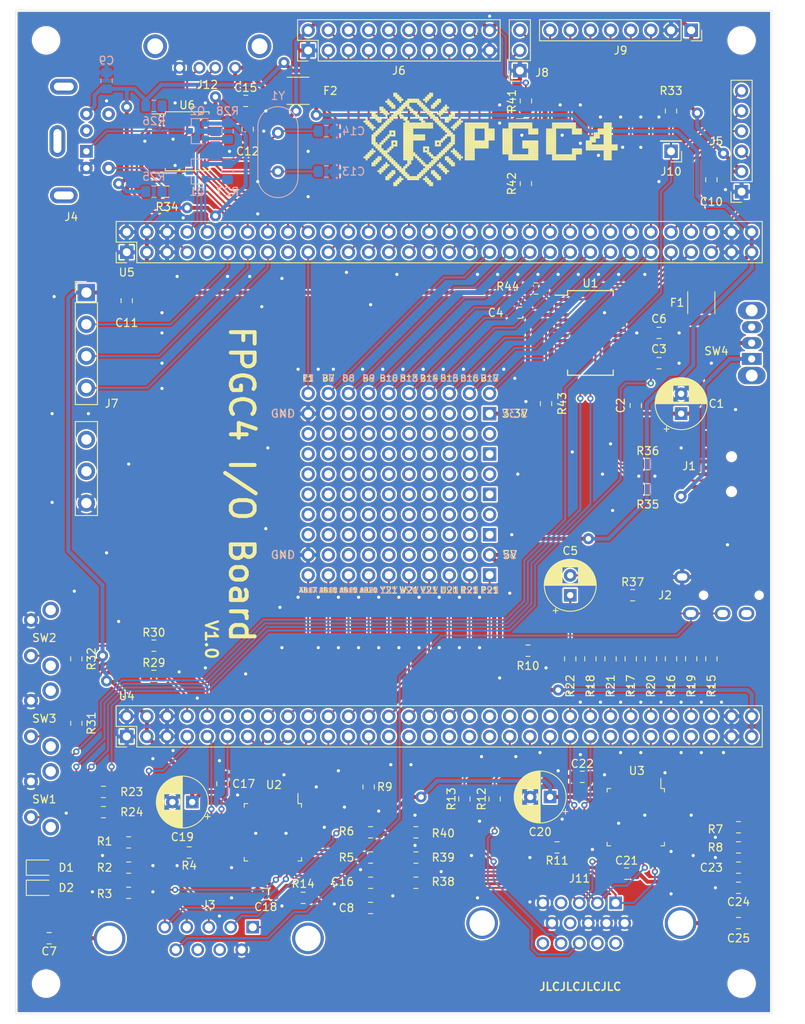
<source format=kicad_pcb>
(kicad_pcb (version 20171130) (host pcbnew 5.1.5-52549c5~86~ubuntu18.04.1)
  (layers (0 F.Cu signal) (31 B.Cu signal) (34 B.Paste user) (35 F.Paste user) (36 B.SilkS user) (37 F.SilkS user) (38 B.Mask user) (39 F.Mask user) (44 Edge.Cuts user))
  (net 0 "")
  (net 1 GND)
  (net 2 "Net-(C3-Pad2)")
  (net 3 +3V3)
  (net 4 "Net-(C5-Pad1)")
  (net 5 +5V)
  (net 6 "Net-(C13-Pad2)")
  (net 7 "Net-(C14-Pad1)")
  (net 8 "Net-(D1-Pad2)")
  (net 9 "Net-(D1-Pad1)")
  (net 10 "Net-(D2-Pad1)")
  (net 11 "Net-(D2-Pad2)")
  (net 12 "Net-(J1-Pad2)")
  (net 13 "Net-(J1-Pad3)")
  (net 14 "Net-(J1-Pad4)")
  (net 15 /Ring1)
  (net 16 /Ring2)
  (net 17 "Net-(J3-Pad7)")
  (net 18 "Net-(J3-Pad8)")
  (net 19 "Net-(J4-Pad2)")
  (net 20 "Net-(J4-Pad6)")
  (net 21 "Net-(J6-Pad3)")
  (net 22 "Net-(J6-Pad4)")
  (net 23 "Net-(J6-Pad5)")
  (net 24 "Net-(J6-Pad6)")
  (net 25 "Net-(J6-Pad7)")
  (net 26 "Net-(J6-Pad8)")
  (net 27 "Net-(J6-Pad9)")
  (net 28 "Net-(J6-Pad12)")
  (net 29 "Net-(J6-Pad13)")
  (net 30 "Net-(J6-Pad14)")
  (net 31 "Net-(J6-Pad15)")
  (net 32 "Net-(J6-Pad16)")
  (net 33 "Net-(J6-Pad17)")
  (net 34 "Net-(J6-Pad18)")
  (net 35 "Net-(J7-Pad6)")
  (net 36 "Net-(J7-Pad5)")
  (net 37 "Net-(J10-Pad1)")
  (net 38 "Net-(J12-Pad2)")
  (net 39 "Net-(J12-Pad3)")
  (net 40 "Net-(Q1-Pad2)")
  (net 41 "Net-(Q2-Pad2)")
  (net 42 "Net-(R4-Pad1)")
  (net 43 "Net-(R16-Pad2)")
  (net 44 "Net-(R17-Pad2)")
  (net 45 "Net-(R18-Pad2)")
  (net 46 "Net-(R19-Pad2)")
  (net 47 "Net-(R20-Pad2)")
  (net 48 "Net-(R21-Pad2)")
  (net 49 "Net-(R22-Pad2)")
  (net 50 "Net-(R30-Pad1)")
  (net 51 "Net-(R30-Pad2)")
  (net 52 "Net-(U1-Pad2)")
  (net 53 "Net-(U1-Pad3)")
  (net 54 "Net-(U1-Pad6)")
  (net 55 "Net-(U1-Pad9)")
  (net 56 "Net-(U1-Pad10)")
  (net 57 "Net-(U1-Pad11)")
  (net 58 "Net-(U1-Pad12)")
  (net 59 "Net-(U1-Pad13)")
  (net 60 "Net-(U1-Pad14)")
  (net 61 "Net-(U1-Pad19)")
  (net 62 "Net-(U1-Pad27)")
  (net 63 "Net-(U1-Pad28)")
  (net 64 "Net-(U6-Pad4)")
  (net 65 "Net-(U6-Pad5)")
  (net 66 "Net-(U6-Pad6)")
  (net 67 "Net-(U6-Pad17)")
  (net 68 "Net-(U6-Pad18)")
  (net 69 "Net-(U6-Pad19)")
  (net 70 "Net-(U2-Pad9)")
  (net 71 "Net-(U3-Pad10)")
  (net 72 "Net-(C15-Pad1)")
  (net 73 "Net-(R11-Pad1)")
  (net 74 "Net-(R15-Pad2)")
  (net 75 "Net-(R29-Pad2)")
  (net 76 "Net-(R29-Pad1)")
  (net 77 /RGBS_BLUE)
  (net 78 /RGBS_GREEN)
  (net 79 /RGBS_RED)
  (net 80 /PS2_Data)
  (net 81 /PS2_Clk)
  (net 82 /IO_MSIO)
  (net 83 /IO_MOSI)
  (net 84 /IO_CLK)
  (net 85 /IO_CS)
  (net 86 /IO_TX)
  (net 87 /IO_RX)
  (net 88 /FLASH_MISO)
  (net 89 /FLASH_CS)
  (net 90 /FLASH_CLK)
  (net 91 /FLASH_MOSI)
  (net 92 /FLASH_WP)
  (net 93 /FLASH_HOLD)
  (net 94 /RGBS_SYNC)
  (net 95 "Net-(J6-Pad10)")
  (net 96 "Net-(J6-Pad11)")
  (net 97 "Net-(J1-Pad1)")
  (net 98 "Net-(C5-Pad2)")
  (net 99 /SNES_Data)
  (net 100 /SNES_Latch)
  (net 101 /SNES_Clock)
  (net 102 /VGA_HS)
  (net 103 /VGA_VS)
  (net 104 "Net-(R34-Pad1)")
  (net 105 "Net-(U4-Pad12)")
  (net 106 "Net-(J14-Pad19)")
  (net 107 "Net-(J14-Pad18)")
  (net 108 "Net-(J14-Pad17)")
  (net 109 "Net-(J14-Pad16)")
  (net 110 "Net-(J14-Pad15)")
  (net 111 "Net-(J14-Pad14)")
  (net 112 "Net-(J14-Pad13)")
  (net 113 "Net-(J14-Pad12)")
  (net 114 "Net-(J14-Pad11)")
  (net 115 "Net-(J14-Pad10)")
  (net 116 "Net-(J14-Pad9)")
  (net 117 "Net-(J14-Pad8)")
  (net 118 "Net-(J14-Pad7)")
  (net 119 "Net-(J14-Pad6)")
  (net 120 "Net-(J14-Pad5)")
  (net 121 "Net-(J14-Pad4)")
  (net 122 "Net-(J14-Pad3)")
  (net 123 "Net-(J14-Pad1)")
  (net 124 "Net-(J15-Pad2)")
  (net 125 "Net-(J15-Pad3)")
  (net 126 "Net-(J15-Pad4)")
  (net 127 "Net-(J15-Pad5)")
  (net 128 "Net-(J15-Pad6)")
  (net 129 "Net-(J15-Pad7)")
  (net 130 "Net-(J15-Pad8)")
  (net 131 "Net-(J15-Pad9)")
  (net 132 "Net-(J15-Pad10)")
  (net 133 "Net-(J15-Pad11)")
  (net 134 "Net-(J15-Pad12)")
  (net 135 "Net-(J15-Pad13)")
  (net 136 "Net-(J15-Pad14)")
  (net 137 "Net-(J15-Pad15)")
  (net 138 "Net-(J15-Pad16)")
  (net 139 "Net-(J15-Pad17)")
  (net 140 "Net-(J15-Pad18)")
  (net 141 "Net-(J15-Pad20)")
  (net 142 "Net-(U5-Pad14)")
  (net 143 "Net-(U5-Pad16)")
  (net 144 "Net-(U5-Pad17)")
  (net 145 "Net-(U5-Pad18)")
  (net 146 "Net-(U5-Pad20)")
  (net 147 "Net-(U5-Pad22)")
  (net 148 "Net-(C1-Pad1)")
  (net 149 /Serial_USB-)
  (net 150 /Serial_USB+)
  (net 151 "Net-(U5-Pad7)")
  (net 152 "Net-(U5-Pad9)")
  (net 153 "Net-(U4-Pad44)")
  (net 154 "Net-(U4-Pad42)")
  (net 155 "Net-(U4-Pad14)")
  (net 156 "Net-(C7-Pad1)")
  (net 157 "Net-(C8-Pad2)")
  (net 158 "Net-(C16-Pad2)")
  (net 159 "Net-(C23-Pad2)")
  (net 160 "Net-(C24-Pad2)")
  (net 161 "Net-(C25-Pad1)")
  (net 162 "Net-(J3-Pad2)")
  (net 163 "Net-(J3-Pad1)")
  (net 164 /VGA_R)
  (net 165 /VGA_G)
  (net 166 /VGA_B)
  (net 167 "Net-(J11-Pad4)")
  (net 168 "Net-(J11-Pad9)")
  (net 169 "Net-(J11-Pad11)")
  (net 170 "Net-(J11-Pad12)")
  (net 171 "Net-(J11-Pad15)")
  (net 172 "Net-(R4-Pad2)")
  (net 173 "Net-(R5-Pad2)")
  (net 174 "Net-(R6-Pad2)")
  (net 175 "Net-(R7-Pad2)")
  (net 176 "Net-(R8-Pad2)")
  (net 177 "Net-(R11-Pad2)")
  (net 178 "Net-(R12-Pad2)")
  (net 179 "Net-(R13-Pad2)")
  (net 180 "Net-(U2-Pad8)")
  (net 181 "Net-(U2-Pad10)")
  (net 182 "Net-(U2-Pad22)")
  (net 183 "Net-(U2-Pad23)")
  (net 184 "Net-(U2-Pad46)")
  (net 185 "Net-(U2-Pad47)")
  (net 186 "Net-(U2-Pad48)")
  (net 187 "Net-(U3-Pad48)")
  (net 188 "Net-(U3-Pad47)")
  (net 189 "Net-(U3-Pad46)")
  (net 190 "Net-(U3-Pad23)")
  (net 191 "Net-(U3-Pad22)")
  (net 192 "Net-(U3-Pad9)")
  (net 193 "Net-(U3-Pad8)")
  (net 194 "Net-(U4-Pad40)")
  (net 195 "Net-(U4-Pad38)")
  (net 196 "Net-(U4-Pad37)")
  (net 197 "Net-(U4-Pad36)")
  (net 198 "Net-(U4-Pad35)")
  (net 199 "Net-(U4-Pad33)")
  (net 200 "Net-(U4-Pad31)")
  (net 201 "Net-(U4-Pad29)")
  (net 202 "Net-(U4-Pad27)")
  (net 203 "Net-(R43-Pad1)")
  (net 204 "Net-(R44-Pad1)")
  (module switch:switchAngled (layer F.Cu) (at 167.64 76.93 90)
    (fp_text reference SW4 (at 0.984 -4.445) (layer F.SilkS))
    (fp_text value SW_DIP_x01)
    (pad "" thru_hole oval (at 6.1 0 90) (size 2.2 3.5) (drill 1.5) (layers *.Cu *.Mask))
    (pad "" thru_hole oval (at -2.1 0 90) (size 2.2 3.5) (drill 1.5) (layers *.Cu *.Mask))
    (pad 3 thru_hole oval (at 4 0 90) (size 1.5 2.5) (drill 0.9) (layers *.Cu *.Mask))
    (pad 2 thru_hole oval (at 2 0 90) (size 1.5 2.5) (drill 0.9) (layers *.Cu *.Mask) (net 148 "Net-(C1-Pad1)"))
    (pad 1 thru_hole rect (at 0 0 90) (size 1.5 2.5) (drill 0.9) (layers *.Cu *.Mask) (net 97 "Net-(J1-Pad1)"))
  )
  (module MountingHole:MountingHole_3.2mm_M3 (layer F.Cu) (at 166.37 155.575)
    (fp_text reference REF**)
    (fp_text value MountingHole_3.2mm_M3)
    (pad 1 np_thru_hole circle (at 0 0) (size 3.2 3.2) (drill 3.2) (layers *.Cu *.Mask))
  )
  (module MountingHole:MountingHole_3.2mm_M3 (layer F.Cu) (at 166.37 36.83)
    (fp_text reference REF**)
    (fp_text value MountingHole_3.2mm_M3)
    (pad 1 np_thru_hole circle (at 0 0) (size 3.2 3.2) (drill 3.2) (layers *.Cu *.Mask))
  )
  (module MountingHole:MountingHole_3.2mm_M3 (layer F.Cu) (at 78.74 36.83)
    (fp_text reference REF**)
    (fp_text value MountingHole_3.2mm_M3)
    (pad 1 np_thru_hole circle (at 0 0) (size 3.2 3.2) (drill 3.2) (layers *.Cu *.Mask))
  )
  (module MountingHole:MountingHole_3.2mm_M3 (layer F.Cu) (at 78.74 155.575)
    (fp_text reference REF**)
    (fp_text value MountingHole_3.2mm_M3)
    (pad 1 np_thru_hole circle (at 0 0) (size 3.2 3.2) (drill 3.2) (layers *.Cu *.Mask))
  )
  (module Capacitor_SMD:C_0805_2012Metric_Pad1.15x1.40mm_HandSolder (layer F.Cu) (at 79.13 149.86 180)
    (fp_text reference C7 (at 0 -1.65) (layer F.SilkS))
    (fp_text value 100nF)
    (pad 1 smd roundrect (at -1.025 0 180) (size 1.15 1.4) (layers F.Cu F.Paste F.Mask) (roundrect_rratio 0.217391) (net 156 "Net-(C7-Pad1)"))
    (pad 2 smd roundrect (at 1.025 0 180) (size 1.15 1.4) (layers F.Cu F.Paste F.Mask) (roundrect_rratio 0.217391) (net 1 GND))
  )
  (module w_conn_d-sub:DSUB-9 (layer F.Cu) (at 104.775 148.463)
    (fp_text reference J3 (at -5.54 -2.8) (layer F.SilkS))
    (fp_text value Conn_RGBs)
    (pad 1 thru_hole rect (at 0 0) (size 1.6 1.6) (drill 1) (layers *.Cu *.Mask) (net 163 "Net-(J3-Pad1)"))
    (pad 2 thru_hole circle (at -2.77 0) (size 1.6 1.6) (drill 1) (layers *.Cu *.Mask) (net 162 "Net-(J3-Pad2)"))
    (pad 3 thru_hole circle (at -5.54 0) (size 1.6 1.6) (drill 1) (layers *.Cu *.Mask) (net 77 /RGBS_BLUE))
    (pad 4 thru_hole circle (at -8.31 0) (size 1.6 1.6) (drill 1) (layers *.Cu *.Mask) (net 78 /RGBS_GREEN))
    (pad 5 thru_hole circle (at -11.08 0) (size 1.6 1.6) (drill 1) (layers *.Cu *.Mask) (net 79 /RGBS_RED))
    (pad 6 thru_hole circle (at -1.385 2.84) (size 1.6 1.6) (drill 1) (layers *.Cu *.Mask) (net 1 GND))
    (pad 7 thru_hole circle (at -4.155 2.84) (size 1.6 1.6) (drill 1) (layers *.Cu *.Mask) (net 17 "Net-(J3-Pad7)"))
    (pad 8 thru_hole circle (at -6.925 2.84) (size 1.6 1.6) (drill 1) (layers *.Cu *.Mask) (net 18 "Net-(J3-Pad8)"))
    (pad 9 thru_hole circle (at -9.695 2.84) (size 1.6 1.6) (drill 1) (layers *.Cu *.Mask) (net 15 /Ring1))
    (pad 0 thru_hole circle (at -18.04 1.42) (size 4 4) (drill 3.2) (layers *.Cu *.Mask) (net 156 "Net-(C7-Pad1)"))
    (pad "" thru_hole circle (at 6.96 1.42) (size 4 4) (drill 3.2) (layers *.Cu *.Mask))
  )
  (module Connector_Dsub:DSUB-15-HD_Female_Horizontal_P2.29x1.98mm_EdgePinOffset8.35mm_Housed_MountingHolesOffset10.89mm (layer F.Cu) (at 150.495 145.415)
    (fp_text reference J11 (at -4.5466 -3.0734) (layer F.SilkS))
    (fp_text value Conn_VGA)
    (pad 0 thru_hole circle (at 8.185 2.5376) (size 4 4) (drill 3.2) (layers *.Cu *.Mask) (net 161 "Net-(C25-Pad1)"))
    (pad "" thru_hole circle (at -16.815 2.5376) (size 4 4) (drill 3.2) (layers *.Cu *.Mask))
    (pad 15 thru_hole circle (at -9.16 5.0776) (size 1.6 1.6) (drill 1) (layers *.Cu *.Mask) (net 171 "Net-(J11-Pad15)"))
    (pad 14 thru_hole circle (at -6.87 5.0776) (size 1.6 1.6) (drill 1) (layers *.Cu *.Mask) (net 103 /VGA_VS))
    (pad 13 thru_hole circle (at -4.58 5.0776) (size 1.6 1.6) (drill 1) (layers *.Cu *.Mask) (net 102 /VGA_HS))
    (pad 12 thru_hole circle (at -2.29 5.0776) (size 1.6 1.6) (drill 1) (layers *.Cu *.Mask) (net 170 "Net-(J11-Pad12)"))
    (pad 11 thru_hole circle (at 0 5.0776) (size 1.6 1.6) (drill 1) (layers *.Cu *.Mask) (net 169 "Net-(J11-Pad11)"))
    (pad 10 thru_hole circle (at -8.015 2.5388) (size 1.6 1.6) (drill 1) (layers *.Cu *.Mask) (net 1 GND))
    (pad 9 thru_hole circle (at -5.725 2.5388) (size 1.6 1.6) (drill 1) (layers *.Cu *.Mask) (net 168 "Net-(J11-Pad9)"))
    (pad 8 thru_hole circle (at -3.435 2.5388) (size 1.6 1.6) (drill 1) (layers *.Cu *.Mask) (net 1 GND))
    (pad 7 thru_hole circle (at -1.145 2.5388) (size 1.6 1.6) (drill 1) (layers *.Cu *.Mask) (net 1 GND))
    (pad 6 thru_hole circle (at 1.145 2.5388) (size 1.6 1.6) (drill 1) (layers *.Cu *.Mask) (net 1 GND))
    (pad 5 thru_hole circle (at -9.16 0) (size 1.6 1.6) (drill 1) (layers *.Cu *.Mask) (net 1 GND))
    (pad 4 thru_hole circle (at -6.87 0) (size 1.6 1.6) (drill 1) (layers *.Cu *.Mask) (net 167 "Net-(J11-Pad4)"))
    (pad 3 thru_hole circle (at -4.58 0) (size 1.6 1.6) (drill 1) (layers *.Cu *.Mask) (net 166 /VGA_B))
    (pad 2 thru_hole circle (at -2.29 0) (size 1.6 1.6) (drill 1) (layers *.Cu *.Mask) (net 165 /VGA_G))
    (pad 1 thru_hole rect (at 0 0) (size 1.6 1.6) (drill 1) (layers *.Cu *.Mask) (net 164 /VGA_R))
  )
  (module logo:LOGO (layer F.Cu) (at 118.745 43.18)
    (fp_text reference LOGO hide)
    (fp_text value "" (at 0 0) (layer F.SilkS) (effects (font (size 1.27 1.27))))
  )
  (module debugSocket:debugSocket2x10 (layer F.Cu) (at 134.62 83.82 270)
    (fp_text reference J15)
    (fp_text value Conn_02x10_Odd_Even)
    (pad 1 thru_hole rect (at 0 0 270) (size 1.7 1.7) (drill 1) (layers *.Cu *.Mask) (net 3 +3V3))
    (pad 2 thru_hole oval (at -2.54 0 270) (size 1.7 1.7) (drill 1) (layers *.Cu *.Mask) (net 124 "Net-(J15-Pad2)"))
    (pad 3 thru_hole oval (at 0 2.54 270) (size 1.7 1.7) (drill 1) (layers *.Cu *.Mask) (net 125 "Net-(J15-Pad3)"))
    (pad 4 thru_hole oval (at -2.54 2.54 270) (size 1.7 1.7) (drill 1) (layers *.Cu *.Mask) (net 126 "Net-(J15-Pad4)"))
    (pad 5 thru_hole oval (at 0 5.08 270) (size 1.7 1.7) (drill 1) (layers *.Cu *.Mask) (net 127 "Net-(J15-Pad5)"))
    (pad 6 thru_hole oval (at -2.54 5.08 270) (size 1.7 1.7) (drill 1) (layers *.Cu *.Mask) (net 128 "Net-(J15-Pad6)"))
    (pad 7 thru_hole oval (at 0 7.62 270) (size 1.7 1.7) (drill 1) (layers *.Cu *.Mask) (net 129 "Net-(J15-Pad7)"))
    (pad 8 thru_hole oval (at -2.54 7.62 270) (size 1.7 1.7) (drill 1) (layers *.Cu *.Mask) (net 130 "Net-(J15-Pad8)"))
    (pad 9 thru_hole oval (at 0 10.16 270) (size 1.7 1.7) (drill 1) (layers *.Cu *.Mask) (net 131 "Net-(J15-Pad9)"))
    (pad 10 thru_hole oval (at -2.54 10.16 270) (size 1.7 1.7) (drill 1) (layers *.Cu *.Mask) (net 132 "Net-(J15-Pad10)"))
    (pad 11 thru_hole oval (at 0 12.7 270) (size 1.7 1.7) (drill 1) (layers *.Cu *.Mask) (net 133 "Net-(J15-Pad11)"))
    (pad 12 thru_hole oval (at -2.54 12.7 270) (size 1.7 1.7) (drill 1) (layers *.Cu *.Mask) (net 134 "Net-(J15-Pad12)"))
    (pad 13 thru_hole oval (at 0 15.24 270) (size 1.7 1.7) (drill 1) (layers *.Cu *.Mask) (net 135 "Net-(J15-Pad13)"))
    (pad 14 thru_hole oval (at -2.54 15.24 270) (size 1.7 1.7) (drill 1) (layers *.Cu *.Mask) (net 136 "Net-(J15-Pad14)"))
    (pad 15 thru_hole oval (at 0 17.78 270) (size 1.7 1.7) (drill 1) (layers *.Cu *.Mask) (net 137 "Net-(J15-Pad15)"))
    (pad 16 thru_hole oval (at -2.54 17.78 270) (size 1.7 1.7) (drill 1) (layers *.Cu *.Mask) (net 138 "Net-(J15-Pad16)"))
    (pad 17 thru_hole oval (at 0 20.32 270) (size 1.7 1.7) (drill 1) (layers *.Cu *.Mask) (net 139 "Net-(J15-Pad17)"))
    (pad 18 thru_hole oval (at -2.54 20.32 270) (size 1.7 1.7) (drill 1) (layers *.Cu *.Mask) (net 140 "Net-(J15-Pad18)"))
    (pad 19 thru_hole oval (at 0 22.86 270) (size 1.7 1.7) (drill 1) (layers *.Cu *.Mask) (net 1 GND))
    (pad 20 thru_hole oval (at -2.54 22.86 270) (size 1.7 1.7) (drill 1) (layers *.Cu *.Mask) (net 141 "Net-(J15-Pad20)"))
  )
  (module debugSocket:debugSocket2x10 (layer F.Cu) (at 134.62 88.9 270)
    (fp_text reference REF**)
    (fp_text value PinSocket_2x10_P2.54mm_Vertical)
    (pad 1 thru_hole rect (at 0 0 270) (size 1.7 1.7) (drill 1) (layers *.Cu *.Mask))
    (pad 2 thru_hole oval (at -2.54 0 270) (size 1.7 1.7) (drill 1) (layers *.Cu *.Mask))
    (pad 3 thru_hole oval (at 0 2.54 270) (size 1.7 1.7) (drill 1) (layers *.Cu *.Mask))
    (pad 4 thru_hole oval (at -2.54 2.54 270) (size 1.7 1.7) (drill 1) (layers *.Cu *.Mask))
    (pad 5 thru_hole oval (at 0 5.08 270) (size 1.7 1.7) (drill 1) (layers *.Cu *.Mask))
    (pad 6 thru_hole oval (at -2.54 5.08 270) (size 1.7 1.7) (drill 1) (layers *.Cu *.Mask))
    (pad 7 thru_hole oval (at 0 7.62 270) (size 1.7 1.7) (drill 1) (layers *.Cu *.Mask))
    (pad 8 thru_hole oval (at -2.54 7.62 270) (size 1.7 1.7) (drill 1) (layers *.Cu *.Mask))
    (pad 9 thru_hole oval (at 0 10.16 270) (size 1.7 1.7) (drill 1) (layers *.Cu *.Mask))
    (pad 10 thru_hole oval (at -2.54 10.16 270) (size 1.7 1.7) (drill 1) (layers *.Cu *.Mask))
    (pad 11 thru_hole oval (at 0 12.7 270) (size 1.7 1.7) (drill 1) (layers *.Cu *.Mask))
    (pad 12 thru_hole oval (at -2.54 12.7 270) (size 1.7 1.7) (drill 1) (layers *.Cu *.Mask))
    (pad 13 thru_hole oval (at 0 15.24 270) (size 1.7 1.7) (drill 1) (layers *.Cu *.Mask))
    (pad 14 thru_hole oval (at -2.54 15.24 270) (size 1.7 1.7) (drill 1) (layers *.Cu *.Mask))
    (pad 15 thru_hole oval (at 0 17.78 270) (size 1.7 1.7) (drill 1) (layers *.Cu *.Mask))
    (pad 16 thru_hole oval (at -2.54 17.78 270) (size 1.7 1.7) (drill 1) (layers *.Cu *.Mask))
    (pad 17 thru_hole oval (at 0 20.32 270) (size 1.7 1.7) (drill 1) (layers *.Cu *.Mask))
    (pad 18 thru_hole oval (at -2.54 20.32 270) (size 1.7 1.7) (drill 1) (layers *.Cu *.Mask))
    (pad 19 thru_hole oval (at 0 22.86 270) (size 1.7 1.7) (drill 1) (layers *.Cu *.Mask))
    (pad 20 thru_hole oval (at -2.54 22.86 270) (size 1.7 1.7) (drill 1) (layers *.Cu *.Mask))
  )
  (module debugSocket:debugSocket2x10 (layer F.Cu) (at 134.62 93.98 270)
    (fp_text reference REF**)
    (fp_text value PinSocket_2x10_P2.54mm_Vertical)
    (pad 1 thru_hole rect (at 0 0 270) (size 1.7 1.7) (drill 1) (layers *.Cu *.Mask))
    (pad 2 thru_hole oval (at -2.54 0 270) (size 1.7 1.7) (drill 1) (layers *.Cu *.Mask))
    (pad 3 thru_hole oval (at 0 2.54 270) (size 1.7 1.7) (drill 1) (layers *.Cu *.Mask))
    (pad 4 thru_hole oval (at -2.54 2.54 270) (size 1.7 1.7) (drill 1) (layers *.Cu *.Mask))
    (pad 5 thru_hole oval (at 0 5.08 270) (size 1.7 1.7) (drill 1) (layers *.Cu *.Mask))
    (pad 6 thru_hole oval (at -2.54 5.08 270) (size 1.7 1.7) (drill 1) (layers *.Cu *.Mask))
    (pad 7 thru_hole oval (at 0 7.62 270) (size 1.7 1.7) (drill 1) (layers *.Cu *.Mask))
    (pad 8 thru_hole oval (at -2.54 7.62 270) (size 1.7 1.7) (drill 1) (layers *.Cu *.Mask))
    (pad 9 thru_hole oval (at 0 10.16 270) (size 1.7 1.7) (drill 1) (layers *.Cu *.Mask))
    (pad 10 thru_hole oval (at -2.54 10.16 270) (size 1.7 1.7) (drill 1) (layers *.Cu *.Mask))
    (pad 11 thru_hole oval (at 0 12.7 270) (size 1.7 1.7) (drill 1) (layers *.Cu *.Mask))
    (pad 12 thru_hole oval (at -2.54 12.7 270) (size 1.7 1.7) (drill 1) (layers *.Cu *.Mask))
    (pad 13 thru_hole oval (at 0 15.24 270) (size 1.7 1.7) (drill 1) (layers *.Cu *.Mask))
    (pad 14 thru_hole oval (at -2.54 15.24 270) (size 1.7 1.7) (drill 1) (layers *.Cu *.Mask))
    (pad 15 thru_hole oval (at 0 17.78 270) (size 1.7 1.7) (drill 1) (layers *.Cu *.Mask))
    (pad 16 thru_hole oval (at -2.54 17.78 270) (size 1.7 1.7) (drill 1) (layers *.Cu *.Mask))
    (pad 17 thru_hole oval (at 0 20.32 270) (size 1.7 1.7) (drill 1) (layers *.Cu *.Mask))
    (pad 18 thru_hole oval (at -2.54 20.32 270) (size 1.7 1.7) (drill 1) (layers *.Cu *.Mask))
    (pad 19 thru_hole oval (at 0 22.86 270) (size 1.7 1.7) (drill 1) (layers *.Cu *.Mask))
    (pad 20 thru_hole oval (at -2.54 22.86 270) (size 1.7 1.7) (drill 1) (layers *.Cu *.Mask))
  )
  (module debugSocket:debugSocket2x10 (layer F.Cu) (at 134.62 99.06 270)
    (fp_text reference REF**)
    (fp_text value PinSocket_2x10_P2.54mm_Vertical)
    (pad 1 thru_hole rect (at 0 0 270) (size 1.7 1.7) (drill 1) (layers *.Cu *.Mask))
    (pad 2 thru_hole oval (at -2.54 0 270) (size 1.7 1.7) (drill 1) (layers *.Cu *.Mask))
    (pad 3 thru_hole oval (at 0 2.54 270) (size 1.7 1.7) (drill 1) (layers *.Cu *.Mask))
    (pad 4 thru_hole oval (at -2.54 2.54 270) (size 1.7 1.7) (drill 1) (layers *.Cu *.Mask))
    (pad 5 thru_hole oval (at 0 5.08 270) (size 1.7 1.7) (drill 1) (layers *.Cu *.Mask))
    (pad 6 thru_hole oval (at -2.54 5.08 270) (size 1.7 1.7) (drill 1) (layers *.Cu *.Mask))
    (pad 7 thru_hole oval (at 0 7.62 270) (size 1.7 1.7) (drill 1) (layers *.Cu *.Mask))
    (pad 8 thru_hole oval (at -2.54 7.62 270) (size 1.7 1.7) (drill 1) (layers *.Cu *.Mask))
    (pad 9 thru_hole oval (at 0 10.16 270) (size 1.7 1.7) (drill 1) (layers *.Cu *.Mask))
    (pad 10 thru_hole oval (at -2.54 10.16 270) (size 1.7 1.7) (drill 1) (layers *.Cu *.Mask))
    (pad 11 thru_hole oval (at 0 12.7 270) (size 1.7 1.7) (drill 1) (layers *.Cu *.Mask))
    (pad 12 thru_hole oval (at -2.54 12.7 270) (size 1.7 1.7) (drill 1) (layers *.Cu *.Mask))
    (pad 13 thru_hole oval (at 0 15.24 270) (size 1.7 1.7) (drill 1) (layers *.Cu *.Mask))
    (pad 14 thru_hole oval (at -2.54 15.24 270) (size 1.7 1.7) (drill 1) (layers *.Cu *.Mask))
    (pad 15 thru_hole oval (at 0 17.78 270) (size 1.7 1.7) (drill 1) (layers *.Cu *.Mask))
    (pad 16 thru_hole oval (at -2.54 17.78 270) (size 1.7 1.7) (drill 1) (layers *.Cu *.Mask))
    (pad 17 thru_hole oval (at 0 20.32 270) (size 1.7 1.7) (drill 1) (layers *.Cu *.Mask))
    (pad 18 thru_hole oval (at -2.54 20.32 270) (size 1.7 1.7) (drill 1) (layers *.Cu *.Mask))
    (pad 19 thru_hole oval (at 0 22.86 270) (size 1.7 1.7) (drill 1) (layers *.Cu *.Mask))
    (pad 20 thru_hole oval (at -2.54 22.86 270) (size 1.7 1.7) (drill 1) (layers *.Cu *.Mask))
  )
  (module debugSocket:debugSocket2x10 (layer F.Cu) (at 134.62 104.14 270)
    (fp_text reference J14)
    (fp_text value Conn_02x10_Odd_Even)
    (pad 1 thru_hole rect (at 0 0 270) (size 1.7 1.7) (drill 1) (layers *.Cu *.Mask) (net 123 "Net-(J14-Pad1)"))
    (pad 2 thru_hole oval (at -2.54 0 270) (size 1.7 1.7) (drill 1) (layers *.Cu *.Mask) (net 5 +5V))
    (pad 3 thru_hole oval (at 0 2.54 270) (size 1.7 1.7) (drill 1) (layers *.Cu *.Mask) (net 122 "Net-(J14-Pad3)"))
    (pad 4 thru_hole oval (at -2.54 2.54 270) (size 1.7 1.7) (drill 1) (layers *.Cu *.Mask) (net 121 "Net-(J14-Pad4)"))
    (pad 5 thru_hole oval (at 0 5.08 270) (size 1.7 1.7) (drill 1) (layers *.Cu *.Mask) (net 120 "Net-(J14-Pad5)"))
    (pad 6 thru_hole oval (at -2.54 5.08 270) (size 1.7 1.7) (drill 1) (layers *.Cu *.Mask) (net 119 "Net-(J14-Pad6)"))
    (pad 7 thru_hole oval (at 0 7.62 270) (size 1.7 1.7) (drill 1) (layers *.Cu *.Mask) (net 118 "Net-(J14-Pad7)"))
    (pad 8 thru_hole oval (at -2.54 7.62 270) (size 1.7 1.7) (drill 1) (layers *.Cu *.Mask) (net 117 "Net-(J14-Pad8)"))
    (pad 9 thru_hole oval (at 0 10.16 270) (size 1.7 1.7) (drill 1) (layers *.Cu *.Mask) (net 116 "Net-(J14-Pad9)"))
    (pad 10 thru_hole oval (at -2.54 10.16 270) (size 1.7 1.7) (drill 1) (layers *.Cu *.Mask) (net 115 "Net-(J14-Pad10)"))
    (pad 11 thru_hole oval (at 0 12.7 270) (size 1.7 1.7) (drill 1) (layers *.Cu *.Mask) (net 114 "Net-(J14-Pad11)"))
    (pad 12 thru_hole oval (at -2.54 12.7 270) (size 1.7 1.7) (drill 1) (layers *.Cu *.Mask) (net 113 "Net-(J14-Pad12)"))
    (pad 13 thru_hole oval (at 0 15.24 270) (size 1.7 1.7) (drill 1) (layers *.Cu *.Mask) (net 112 "Net-(J14-Pad13)"))
    (pad 14 thru_hole oval (at -2.54 15.24 270) (size 1.7 1.7) (drill 1) (layers *.Cu *.Mask) (net 111 "Net-(J14-Pad14)"))
    (pad 15 thru_hole oval (at 0 17.78 270) (size 1.7 1.7) (drill 1) (layers *.Cu *.Mask) (net 110 "Net-(J14-Pad15)"))
    (pad 16 thru_hole oval (at -2.54 17.78 270) (size 1.7 1.7) (drill 1) (layers *.Cu *.Mask) (net 109 "Net-(J14-Pad16)"))
    (pad 17 thru_hole oval (at 0 20.32 270) (size 1.7 1.7) (drill 1) (layers *.Cu *.Mask) (net 108 "Net-(J14-Pad17)"))
    (pad 18 thru_hole oval (at -2.54 20.32 270) (size 1.7 1.7) (drill 1) (layers *.Cu *.Mask) (net 107 "Net-(J14-Pad18)"))
    (pad 19 thru_hole oval (at 0 22.86 270) (size 1.7 1.7) (drill 1) (layers *.Cu *.Mask) (net 106 "Net-(J14-Pad19)"))
    (pad 20 thru_hole oval (at -2.54 22.86 270) (size 1.7 1.7) (drill 1) (layers *.Cu *.Mask) (net 1 GND))
  )
  (module Custom:TRRS-PJ-320A (layer F.Cu) (at 170.18 106.68 270)
    (fp_text reference J2 (at 0 13.462) (layer F.SilkS))
    (fp_text value Conn_Headphone_Jack)
    (pad 1 thru_hole oval (at -2.3 11.3 270) (size 1.6 2) (drill oval 0.9 1.3) (layers *.Cu *.Mask) (net 1 GND))
    (pad 2 thru_hole oval (at 2.3 10.2 270) (size 1.6 2) (drill oval 0.9 1.3) (layers *.Cu *.Mask) (net 15 /Ring1))
    (pad 4 thru_hole oval (at 2.3 3.2 270) (size 1.6 2) (drill oval 0.9 1.3) (layers *.Cu *.Mask) (net 16 /Ring2))
    (pad "" np_thru_hole circle (at 0 8.6 270) (size 0.8 0.8) (drill 0.8) (layers *.Cu *.Mask))
    (pad "" np_thru_hole circle (at 0 1.6 270) (size 0.8 0.8) (drill 0.8) (layers *.Cu *.Mask))
    (pad 3 thru_hole oval (at 2.3 6.2 270) (size 1.6 2) (drill oval 0.9 1.3) (layers *.Cu *.Mask) (net 15 /Ring1))
  )
  (module Connector_USB:USB_Mini-B_Lumberg_2486_01_Horizontal (layer F.Cu) (at 165.1 91.44 90)
    (fp_text reference J1 (at 1.016 -5.334 180) (layer F.SilkS))
    (fp_text value USB_B_Mini)
    (pad 1 smd rect (at -1.6 -2.7 90) (size 0.5 2) (layers F.Cu F.Paste F.Mask) (net 97 "Net-(J1-Pad1)"))
    (pad 2 smd rect (at -0.8 -2.7 90) (size 0.5 2) (layers F.Cu F.Paste F.Mask) (net 12 "Net-(J1-Pad2)"))
    (pad 3 smd rect (at 0 -2.7 90) (size 0.5 2) (layers F.Cu F.Paste F.Mask) (net 13 "Net-(J1-Pad3)"))
    (pad 4 smd rect (at 0.8 -2.7 90) (size 0.5 2) (layers F.Cu F.Paste F.Mask) (net 14 "Net-(J1-Pad4)"))
    (pad 5 smd rect (at 1.6 -2.7 90) (size 0.5 2) (layers F.Cu F.Paste F.Mask) (net 1 GND))
    (pad 6 smd rect (at -4.45 -2.6 90) (size 2 1.7) (layers F.Cu F.Paste F.Mask) (net 1 GND))
    (pad 6 smd rect (at -4.45 2.85 90) (size 2 1.7) (layers F.Cu F.Paste F.Mask) (net 1 GND))
    (pad 6 smd rect (at 4.45 -2.6 90) (size 2 1.7) (layers F.Cu F.Paste F.Mask) (net 1 GND))
    (pad 6 smd rect (at 4.45 2.85 90) (size 2 1.7) (layers F.Cu F.Paste F.Mask) (net 1 GND))
    (pad "" np_thru_hole circle (at -2.2 0 90) (size 1 1) (drill 1) (layers *.Cu *.Mask))
    (pad "" np_thru_hole circle (at 2.2 0 90) (size 1 1) (drill 1) (layers *.Cu *.Mask))
  )
  (module Custom:Connector_Mini-DIN_Female_6Pin_2rows (layer F.Cu) (at 83.82 50.8 270)
    (fp_text reference J4 (at 8.255 1.905) (layer F.SilkS))
    (fp_text value Conn_PS2_Mini_Din_6)
    (pad 7 thru_hole oval (at -8.15 2.85 270) (size 2 3.5) (drill oval 1 2.5) (layers *.Cu *.Mask))
    (pad 7 thru_hole oval (at 5.55 2.85 270) (size 2 3.5) (drill oval 1 2.5) (layers *.Cu *.Mask))
    (pad 1 thru_hole rect (at 0 0 270) (size 1.6 1.6) (drill 0.8) (layers *.Cu *.Mask) (net 80 /PS2_Data))
    (pad 2 thru_hole circle (at -2.6 0 270) (size 1.6 1.6) (drill 0.8) (layers *.Cu *.Mask) (net 19 "Net-(J4-Pad2)"))
    (pad 3 thru_hole circle (at 2.1 0 270) (size 1.6 1.6) (drill 0.8) (layers *.Cu *.Mask) (net 1 GND))
    (pad 4 thru_hole circle (at -4.7 0 270) (size 1.6 1.6) (drill 0.8) (layers *.Cu *.Mask) (net 5 +5V))
    (pad 5 thru_hole circle (at 2.1 -2.8 270) (size 1.6 1.6) (drill 0.8) (layers *.Cu *.Mask) (net 81 /PS2_Clk))
    (pad 6 thru_hole circle (at -4.7 -2.8 270) (size 1.6 1.6) (drill 0.8) (layers *.Cu *.Mask) (net 20 "Net-(J4-Pad6)"))
    (pad 7 thru_hole oval (at -1.3 3.65 270) (size 4 2) (drill oval 3 1) (layers *.Cu *.Mask))
  )
  (module w_conn_pc:conn_usb_A (layer F.Cu) (at 99.06 34.29 180)
    (fp_text reference J12 (at 0 -8.128) (layer F.SilkS))
    (fp_text value USB_A)
    (pad "" thru_hole circle (at -6.57098 -3.27914 180) (size 2.99974 2.99974) (drill 1.99898) (layers *.Cu *.Mask))
    (pad "" thru_hole circle (at 6.57098 -3.27914 180) (size 2.99974 2.99974) (drill 1.99898) (layers *.Cu *.Mask))
    (pad 1 thru_hole circle (at -3.50012 -5.98932 180) (size 1.50114 1.50114) (drill 0.89916) (layers *.Cu *.Mask) (net 72 "Net-(C15-Pad1)"))
    (pad 2 thru_hole circle (at -1.00076 -5.98932 180) (size 1.50114 1.50114) (drill 0.89916) (layers *.Cu *.Mask) (net 38 "Net-(J12-Pad2)"))
    (pad 3 thru_hole circle (at 1.00076 -5.98932 180) (size 1.50114 1.50114) (drill 0.89916) (layers *.Cu *.Mask) (net 39 "Net-(J12-Pad3)"))
    (pad 4 thru_hole circle (at 3.50012 -5.98932 180) (size 1.50114 1.50114) (drill 0.89916) (layers *.Cu *.Mask) (net 1 GND))
  )
  (module Button_Switch_THT:SW_Tactile_SPST_Angled_PTS645Vx39-2LFS (layer F.Cu) (at 76.835 114.3 90)
    (fp_text reference SW2 (at 2.25 1.68 180) (layer F.SilkS))
    (fp_text value SW_Push_Rst)
    (pad "" thru_hole circle (at -1.25 2.49 90) (size 2.1 2.1) (drill 1.3) (layers *.Cu *.Mask))
    (pad 1 thru_hole circle (at 0 0 90) (size 1.75 1.75) (drill 0.99) (layers *.Cu *.Mask) (net 50 "Net-(R30-Pad1)"))
    (pad 2 thru_hole circle (at 4.5 0 90) (size 1.75 1.75) (drill 0.99) (layers *.Cu *.Mask) (net 1 GND))
    (pad "" thru_hole circle (at 5.76 2.49 90) (size 2.1 2.1) (drill 1.3) (layers *.Cu *.Mask))
  )
  (module Button_Switch_THT:SW_Tactile_SPST_Angled_PTS645Vx39-2LFS (layer F.Cu) (at 76.835 124.46 90)
    (fp_text reference SW3 (at 2.25 1.68 180) (layer F.SilkS))
    (fp_text value SW_Push_IO)
    (pad "" thru_hole circle (at 5.76 2.49 90) (size 2.1 2.1) (drill 1.3) (layers *.Cu *.Mask))
    (pad 2 thru_hole circle (at 4.5 0 90) (size 1.75 1.75) (drill 0.99) (layers *.Cu *.Mask) (net 1 GND))
    (pad 1 thru_hole circle (at 0 0 90) (size 1.75 1.75) (drill 0.99) (layers *.Cu *.Mask) (net 76 "Net-(R29-Pad1)"))
    (pad "" thru_hole circle (at -1.25 2.49 90) (size 2.1 2.1) (drill 1.3) (layers *.Cu *.Mask))
  )
  (module Button_Switch_THT:SW_Tactile_SPST_Angled_PTS645Vx39-2LFS (layer F.Cu) (at 76.835 134.62 90)
    (fp_text reference SW1 (at 2.25 1.68 180) (layer F.SilkS))
    (fp_text value SW_Push_Config)
    (pad "" thru_hole circle (at 5.76 2.49 90) (size 2.1 2.1) (drill 1.3) (layers *.Cu *.Mask))
    (pad 2 thru_hole circle (at 4.5 0 90) (size 1.75 1.75) (drill 0.99) (layers *.Cu *.Mask) (net 1 GND))
    (pad 1 thru_hole circle (at 0 0 90) (size 1.75 1.75) (drill 0.99) (layers *.Cu *.Mask) (net 37 "Net-(J10-Pad1)"))
    (pad "" thru_hole circle (at -1.25 2.49 90) (size 2.1 2.1) (drill 1.3) (layers *.Cu *.Mask))
  )
  (module Resistor_SMD:R_0805_2012Metric_Pad1.15x1.40mm_HandSolder (layer B.Cu) (at 92.32 55.88)
    (fp_text reference R25 (at 0 -1.905) (layer B.SilkS) (effects (justify mirror)))
    (fp_text value 10K)
    (pad 2 smd roundrect (at 1.025 0) (size 1.15 1.4) (layers B.Cu B.Paste B.Mask) (roundrect_rratio 0.217391) (net 81 /PS2_Clk))
    (pad 1 smd roundrect (at -1.025 0) (size 1.15 1.4) (layers B.Cu B.Paste B.Mask) (roundrect_rratio 0.217391) (net 5 +5V))
  )
  (module Resistor_SMD:R_0805_2012Metric_Pad1.15x1.40mm_HandSolder (layer F.Cu) (at 154.55 90.17)
    (fp_text reference R36 (at 0 -1.65) (layer F.SilkS))
    (fp_text value 0)
    (pad 2 smd roundrect (at 1.025 0) (size 1.15 1.4) (layers F.Cu F.Paste F.Mask) (roundrect_rratio 0.217391) (net 13 "Net-(J1-Pad3)"))
    (pad 1 smd roundrect (at -1.025 0) (size 1.15 1.4) (layers F.Cu F.Paste F.Mask) (roundrect_rratio 0.217391) (net 150 /Serial_USB+))
  )
  (module Crystal:Crystal_HC49-4H_Vertical (layer B.Cu) (at 107.95 53.34 90)
    (fp_text reference Y1 (at 9.525 0) (layer B.SilkS) (effects (justify mirror)))
    (fp_text value 12MHz)
    (pad 1 thru_hole circle (at 0 0 90) (size 1.5 1.5) (drill 0.8) (layers *.Cu *.Mask) (net 6 "Net-(C13-Pad2)"))
    (pad 2 thru_hole circle (at 4.88 0 90) (size 1.5 1.5) (drill 0.8) (layers *.Cu *.Mask) (net 7 "Net-(C14-Pad1)"))
  )
  (module Connector_PinHeader_2.54mm:PinHeader_2x32_P2.54mm_Vertical (layer F.Cu) (at 88.9 63.5 90)
    (fp_text reference U5 (at -2.54 0) (layer F.SilkS))
    (fp_text value Conn_02x32)
    (pad 1 thru_hole rect (at 0 0 90) (size 1.7 1.7) (drill 1) (layers *.Cu *.Mask) (net 1 GND))
    (pad 2 thru_hole oval (at 2.54 0 90) (size 1.7 1.7) (drill 1) (layers *.Cu *.Mask) (net 1 GND))
    (pad 3 thru_hole oval (at 0 2.54 90) (size 1.7 1.7) (drill 1) (layers *.Cu *.Mask) (net 3 +3V3))
    (pad 4 thru_hole oval (at 2.54 2.54 90) (size 1.7 1.7) (drill 1) (layers *.Cu *.Mask) (net 3 +3V3))
    (pad 5 thru_hole oval (at 0 5.08 90) (size 1.7 1.7) (drill 1) (layers *.Cu *.Mask) (net 1 GND))
    (pad 6 thru_hole oval (at 2.54 5.08 90) (size 1.7 1.7) (drill 1) (layers *.Cu *.Mask) (net 1 GND))
    (pad 7 thru_hole oval (at 0 7.62 90) (size 1.7 1.7) (drill 1) (layers *.Cu *.Mask) (net 151 "Net-(U5-Pad7)"))
    (pad 8 thru_hole oval (at 2.54 7.62 90) (size 1.7 1.7) (drill 1) (layers *.Cu *.Mask) (net 41 "Net-(Q2-Pad2)"))
    (pad 9 thru_hole oval (at 0 10.16 90) (size 1.7 1.7) (drill 1) (layers *.Cu *.Mask) (net 152 "Net-(U5-Pad9)"))
    (pad 10 thru_hole oval (at 2.54 10.16 90) (size 1.7 1.7) (drill 1) (layers *.Cu *.Mask) (net 40 "Net-(Q1-Pad2)"))
    (pad 11 thru_hole oval (at 0 12.7 90) (size 1.7 1.7) (drill 1) (layers *.Cu *.Mask) (net 101 /SNES_Clock))
    (pad 12 thru_hole oval (at 2.54 12.7 90) (size 1.7 1.7) (drill 1) (layers *.Cu *.Mask) (net 104 "Net-(R34-Pad1)"))
    (pad 13 thru_hole oval (at 0 15.24 90) (size 1.7 1.7) (drill 1) (layers *.Cu *.Mask) (net 100 /SNES_Latch))
    (pad 14 thru_hole oval (at 2.54 15.24 90) (size 1.7 1.7) (drill 1) (layers *.Cu *.Mask) (net 142 "Net-(U5-Pad14)"))
    (pad 15 thru_hole oval (at 0 17.78 90) (size 1.7 1.7) (drill 1) (layers *.Cu *.Mask) (net 99 /SNES_Data))
    (pad 16 thru_hole oval (at 2.54 17.78 90) (size 1.7 1.7) (drill 1) (layers *.Cu *.Mask) (net 143 "Net-(U5-Pad16)"))
    (pad 17 thru_hole oval (at 0 20.32 90) (size 1.7 1.7) (drill 1) (layers *.Cu *.Mask) (net 144 "Net-(U5-Pad17)"))
    (pad 18 thru_hole oval (at 2.54 20.32 90) (size 1.7 1.7) (drill 1) (layers *.Cu *.Mask) (net 145 "Net-(U5-Pad18)"))
    (pad 19 thru_hole oval (at 0 22.86 90) (size 1.7 1.7) (drill 1) (layers *.Cu *.Mask) (net 141 "Net-(J15-Pad20)"))
    (pad 20 thru_hole oval (at 2.54 22.86 90) (size 1.7 1.7) (drill 1) (layers *.Cu *.Mask) (net 146 "Net-(U5-Pad20)"))
    (pad 21 thru_hole oval (at 0 25.4 90) (size 1.7 1.7) (drill 1) (layers *.Cu *.Mask) (net 21 "Net-(J6-Pad3)"))
    (pad 22 thru_hole oval (at 2.54 25.4 90) (size 1.7 1.7) (drill 1) (layers *.Cu *.Mask) (net 147 "Net-(U5-Pad22)"))
    (pad 23 thru_hole oval (at 0 27.94 90) (size 1.7 1.7) (drill 1) (layers *.Cu *.Mask) (net 23 "Net-(J6-Pad5)"))
    (pad 24 thru_hole oval (at 2.54 27.94 90) (size 1.7 1.7) (drill 1) (layers *.Cu *.Mask) (net 22 "Net-(J6-Pad4)"))
    (pad 25 thru_hole oval (at 0 30.48 90) (size 1.7 1.7) (drill 1) (layers *.Cu *.Mask) (net 25 "Net-(J6-Pad7)"))
    (pad 26 thru_hole oval (at 2.54 30.48 90) (size 1.7 1.7) (drill 1) (layers *.Cu *.Mask) (net 24 "Net-(J6-Pad6)"))
    (pad 27 thru_hole oval (at 0 33.02 90) (size 1.7 1.7) (drill 1) (layers *.Cu *.Mask) (net 27 "Net-(J6-Pad9)"))
    (pad 28 thru_hole oval (at 2.54 33.02 90) (size 1.7 1.7) (drill 1) (layers *.Cu *.Mask) (net 26 "Net-(J6-Pad8)"))
    (pad 29 thru_hole oval (at 0 35.56 90) (size 1.7 1.7) (drill 1) (layers *.Cu *.Mask) (net 96 "Net-(J6-Pad11)"))
    (pad 30 thru_hole oval (at 2.54 35.56 90) (size 1.7 1.7) (drill 1) (layers *.Cu *.Mask) (net 95 "Net-(J6-Pad10)"))
    (pad 31 thru_hole oval (at 0 38.1 90) (size 1.7 1.7) (drill 1) (layers *.Cu *.Mask) (net 29 "Net-(J6-Pad13)"))
    (pad 32 thru_hole oval (at 2.54 38.1 90) (size 1.7 1.7) (drill 1) (layers *.Cu *.Mask) (net 28 "Net-(J6-Pad12)"))
    (pad 33 thru_hole oval (at 0 40.64 90) (size 1.7 1.7) (drill 1) (layers *.Cu *.Mask) (net 31 "Net-(J6-Pad15)"))
    (pad 34 thru_hole oval (at 2.54 40.64 90) (size 1.7 1.7) (drill 1) (layers *.Cu *.Mask) (net 30 "Net-(J6-Pad14)"))
    (pad 35 thru_hole oval (at 0 43.18 90) (size 1.7 1.7) (drill 1) (layers *.Cu *.Mask) (net 33 "Net-(J6-Pad17)"))
    (pad 36 thru_hole oval (at 2.54 43.18 90) (size 1.7 1.7) (drill 1) (layers *.Cu *.Mask) (net 32 "Net-(J6-Pad16)"))
    (pad 37 thru_hole oval (at 0 45.72 90) (size 1.7 1.7) (drill 1) (layers *.Cu *.Mask) (net 140 "Net-(J15-Pad18)"))
    (pad 38 thru_hole oval (at 2.54 45.72 90) (size 1.7 1.7) (drill 1) (layers *.Cu *.Mask) (net 34 "Net-(J6-Pad18)"))
    (pad 39 thru_hole oval (at 0 48.26 90) (size 1.7 1.7) (drill 1) (layers *.Cu *.Mask) (net 138 "Net-(J15-Pad16)"))
    (pad 40 thru_hole oval (at 2.54 48.26 90) (size 1.7 1.7) (drill 1) (layers *.Cu *.Mask) (net 86 /IO_TX))
    (pad 41 thru_hole oval (at 0 50.8 90) (size 1.7 1.7) (drill 1) (layers *.Cu *.Mask) (net 136 "Net-(J15-Pad14)"))
    (pad 42 thru_hole oval (at 2.54 50.8 90) (size 1.7 1.7) (drill 1) (layers *.Cu *.Mask) (net 87 /IO_RX))
    (pad 43 thru_hole oval (at 0 53.34 90) (size 1.7 1.7) (drill 1) (layers *.Cu *.Mask) (net 134 "Net-(J15-Pad12)"))
    (pad 44 thru_hole oval (at 2.54 53.34 90) (size 1.7 1.7) (drill 1) (layers *.Cu *.Mask) (net 93 /FLASH_HOLD))
    (pad 45 thru_hole oval (at 0 55.88 90) (size 1.7 1.7) (drill 1) (layers *.Cu *.Mask) (net 132 "Net-(J15-Pad10)"))
    (pad 46 thru_hole oval (at 2.54 55.88 90) (size 1.7 1.7) (drill 1) (layers *.Cu *.Mask) (net 92 /FLASH_WP))
    (pad 47 thru_hole oval (at 0 58.42 90) (size 1.7 1.7) (drill 1) (layers *.Cu *.Mask) (net 130 "Net-(J15-Pad8)"))
    (pad 48 thru_hole oval (at 2.54 58.42 90) (size 1.7 1.7) (drill 1) (layers *.Cu *.Mask) (net 91 /FLASH_MOSI))
    (pad 49 thru_hole oval (at 0 60.96 90) (size 1.7 1.7) (drill 1) (layers *.Cu *.Mask) (net 128 "Net-(J15-Pad6)"))
    (pad 50 thru_hole oval (at 2.54 60.96 90) (size 1.7 1.7) (drill 1) (layers *.Cu *.Mask) (net 90 /FLASH_CLK))
    (pad 51 thru_hole oval (at 0 63.5 90) (size 1.7 1.7) (drill 1) (layers *.Cu *.Mask) (net 126 "Net-(J15-Pad4)"))
    (pad 52 thru_hole oval (at 2.54 63.5 90) (size 1.7 1.7) (drill 1) (layers *.Cu *.Mask) (net 89 /FLASH_CS))
    (pad 53 thru_hole oval (at 0 66.04 90) (size 1.7 1.7) (drill 1) (layers *.Cu *.Mask) (net 124 "Net-(J15-Pad2)"))
    (pad 54 thru_hole oval (at 2.54 66.04 90) (size 1.7 1.7) (drill 1) (layers *.Cu *.Mask) (net 88 /FLASH_MISO))
    (pad 55 thru_hole oval (at 0 68.58 90) (size 1.7 1.7) (drill 1) (layers *.Cu *.Mask) (net 204 "Net-(R44-Pad1)"))
    (pad 56 thru_hole oval (at 2.54 68.58 90) (size 1.7 1.7) (drill 1) (layers *.Cu *.Mask) (net 85 /IO_CS))
    (pad 57 thru_hole oval (at 0 71.12 90) (size 1.7 1.7) (drill 1) (layers *.Cu *.Mask) (net 203 "Net-(R43-Pad1)"))
    (pad 58 thru_hole oval (at 2.54 71.12 90) (size 1.7 1.7) (drill 1) (layers *.Cu *.Mask) (net 84 /IO_CLK))
    (pad 59 thru_hole oval (at 0 73.66 90) (size 1.7 1.7) (drill 1) (layers *.Cu *.Mask) (net 82 /IO_MSIO))
    (pad 60 thru_hole oval (at 2.54 73.66 90) (size 1.7 1.7) (drill 1) (layers *.Cu *.Mask) (net 83 /IO_MOSI))
    (pad 61 thru_hole oval (at 0 76.2 90) (size 1.7 1.7) (drill 1) (layers *.Cu *.Mask) (net 1 GND))
    (pad 62 thru_hole oval (at 2.54 76.2 90) (size 1.7 1.7) (drill 1) (layers *.Cu *.Mask) (net 1 GND))
    (pad 63 thru_hole oval (at 0 78.74 90) (size 1.7 1.7) (drill 1) (layers *.Cu *.Mask) (net 5 +5V))
    (pad 64 thru_hole oval (at 2.54 78.74 90) (size 1.7 1.7) (drill 1) (layers *.Cu *.Mask) (net 5 +5V))
  )
  (module Connector_PinSocket_2.54mm:PinSocket_1x03_P2.54mm_Vertical (layer F.Cu) (at 138.43 40.64 180)
    (fp_text reference J8 (at -2.794 -0.254) (layer F.SilkS))
    (fp_text value Conn_01x03_Serial)
    (pad 1 thru_hole rect (at 0 0 180) (size 1.7 1.7) (drill 1) (layers *.Cu *.Mask) (net 1 GND))
    (pad 2 thru_hole oval (at 0 2.54 180) (size 1.7 1.7) (drill 1) (layers *.Cu *.Mask) (net 86 /IO_TX))
    (pad 3 thru_hole oval (at 0 5.08 180) (size 1.7 1.7) (drill 1) (layers *.Cu *.Mask) (net 87 /IO_RX))
  )
  (module SNES:SNES_controller_port (layer F.Cu) (at 83.82 68.58)
    (fp_text reference J7 (at 3.175 13.97) (layer F.SilkS))
    (fp_text value Conn_SNES)
    (pad 4 thru_hole circle (at 0 12) (size 2.2 2.2) (drill 1.3) (layers *.Cu *.Mask) (net 99 /SNES_Data))
    (pad 3 thru_hole circle (at 0 8) (size 2.2 2.2) (drill 1.3) (layers *.Cu *.Mask) (net 100 /SNES_Latch))
    (pad 2 thru_hole circle (at 0 4) (size 2.2 2.2) (drill 1.3) (layers *.Cu *.Mask) (net 101 /SNES_Clock))
    (pad 6 thru_hole circle (at 0 22.5) (size 2.2 2.2) (drill 1.3) (layers *.Cu *.Mask) (net 35 "Net-(J7-Pad6)"))
    (pad 5 thru_hole circle (at 0 18.5) (size 2.2 2.2) (drill 1.3) (layers *.Cu *.Mask) (net 36 "Net-(J7-Pad5)"))
    (pad 1 thru_hole rect (at 0 0) (size 2.2 2.2) (drill 1.3) (layers *.Cu *.Mask) (net 3 +3V3))
    (pad 7 thru_hole circle (at 0 26.5) (size 2.2 2.2) (drill 1.3) (layers *.Cu *.Mask) (net 1 GND))
  )
  (module Capacitor_THT:CP_Radial_D6.3mm_P2.50mm (layer F.Cu) (at 158.75 83.82 90)
    (fp_text reference C1 (at 1.25 4.445) (layer F.SilkS))
    (fp_text value 47uF)
    (pad 1 thru_hole rect (at 0 0 90) (size 1.6 1.6) (drill 0.8) (layers *.Cu *.Mask) (net 148 "Net-(C1-Pad1)"))
    (pad 2 thru_hole circle (at 2.5 0 90) (size 1.6 1.6) (drill 0.8) (layers *.Cu *.Mask) (net 1 GND))
  )
  (module Capacitor_SMD:C_0805_2012Metric_Pad1.15x1.40mm_HandSolder (layer F.Cu) (at 153.035 82.795 270)
    (fp_text reference C2 (at 0 1.905 90) (layer F.SilkS))
    (fp_text value 100nF)
    (pad 1 smd roundrect (at -1.025 0 270) (size 1.15 1.4) (layers F.Cu F.Paste F.Mask) (roundrect_rratio 0.217391) (net 1 GND))
    (pad 2 smd roundrect (at 1.025 0 270) (size 1.15 1.4) (layers F.Cu F.Paste F.Mask) (roundrect_rratio 0.217391) (net 148 "Net-(C1-Pad1)"))
  )
  (module Capacitor_SMD:C_0805_2012Metric_Pad1.15x1.40mm_HandSolder (layer F.Cu) (at 155.965 77.47 180)
    (fp_text reference C3 (at 0.009 1.778) (layer F.SilkS))
    (fp_text value 100nF)
    (pad 2 smd roundrect (at 1.025 0 180) (size 1.15 1.4) (layers F.Cu F.Paste F.Mask) (roundrect_rratio 0.217391) (net 2 "Net-(C3-Pad2)"))
    (pad 1 smd roundrect (at -1.025 0 180) (size 1.15 1.4) (layers F.Cu F.Paste F.Mask) (roundrect_rratio 0.217391) (net 1 GND))
  )
  (module Capacitor_SMD:C_0805_2012Metric_Pad1.15x1.40mm_HandSolder (layer F.Cu) (at 138.43 71.12)
    (fp_text reference C4 (at -3.048 0) (layer F.SilkS))
    (fp_text value 100nF)
    (pad 2 smd roundrect (at 1.025 0) (size 1.15 1.4) (layers F.Cu F.Paste F.Mask) (roundrect_rratio 0.217391) (net 3 +3V3))
    (pad 1 smd roundrect (at -1.025 0) (size 1.15 1.4) (layers F.Cu F.Paste F.Mask) (roundrect_rratio 0.217391) (net 1 GND))
  )
  (module Capacitor_THT:CP_Radial_D6.3mm_P2.50mm (layer F.Cu) (at 144.78 106.68 90)
    (fp_text reference C5 (at 5.588 0) (layer F.SilkS))
    (fp_text value 0.22uF)
    (pad 2 thru_hole circle (at 2.5 0 90) (size 1.6 1.6) (drill 0.8) (layers *.Cu *.Mask) (net 98 "Net-(C5-Pad2)"))
    (pad 1 thru_hole rect (at 0 0 90) (size 1.6 1.6) (drill 0.8) (layers *.Cu *.Mask) (net 4 "Net-(C5-Pad1)"))
  )
  (module Capacitor_SMD:C_0805_2012Metric_Pad1.15x1.40mm_HandSolder (layer F.Cu) (at 155.965 73.66 180)
    (fp_text reference C6 (at 0 1.778) (layer F.SilkS))
    (fp_text value 100nF)
    (pad 1 smd roundrect (at -1.025 0 180) (size 1.15 1.4) (layers F.Cu F.Paste F.Mask) (roundrect_rratio 0.217391) (net 1 GND))
    (pad 2 smd roundrect (at 1.025 0 180) (size 1.15 1.4) (layers F.Cu F.Paste F.Mask) (roundrect_rratio 0.217391) (net 5 +5V))
  )
  (module Capacitor_SMD:C_0805_2012Metric_Pad1.15x1.40mm_HandSolder (layer B.Cu) (at 86.36 41.91 90)
    (fp_text reference C9 (at 2.54 0) (layer B.SilkS) (effects (justify mirror)))
    (fp_text value 100nF)
    (pad 2 smd roundrect (at 1.025 0 90) (size 1.15 1.4) (layers B.Cu B.Paste B.Mask) (roundrect_rratio 0.217391) (net 1 GND))
    (pad 1 smd roundrect (at -1.025 0 90) (size 1.15 1.4) (layers B.Cu B.Paste B.Mask) (roundrect_rratio 0.217391) (net 5 +5V))
  )
  (module Capacitor_SMD:C_0805_2012Metric_Pad1.15x1.40mm_HandSolder (layer F.Cu) (at 162.56 54.365 270)
    (fp_text reference C10 (at 2.785 0) (layer F.SilkS))
    (fp_text value 100nF)
    (pad 2 smd roundrect (at 1.025 0 270) (size 1.15 1.4) (layers F.Cu F.Paste F.Mask) (roundrect_rratio 0.217391) (net 1 GND))
    (pad 1 smd roundrect (at -1.025 0 270) (size 1.15 1.4) (layers F.Cu F.Paste F.Mask) (roundrect_rratio 0.217391) (net 3 +3V3))
  )
  (module Capacitor_SMD:C_0805_2012Metric_Pad1.15x1.40mm_HandSolder (layer F.Cu) (at 88.9 69.605 270)
    (fp_text reference C11 (at 2.785 0 180) (layer F.SilkS))
    (fp_text value 100nF)
    (pad 1 smd roundrect (at -1.025 0 270) (size 1.15 1.4) (layers F.Cu F.Paste F.Mask) (roundrect_rratio 0.217391) (net 3 +3V3))
    (pad 2 smd roundrect (at 1.025 0 270) (size 1.15 1.4) (layers F.Cu F.Paste F.Mask) (roundrect_rratio 0.217391) (net 1 GND))
  )
  (module Capacitor_SMD:C_0805_2012Metric_Pad1.15x1.40mm_HandSolder (layer F.Cu) (at 104.14 48.015 90)
    (fp_text reference C12 (at -2.785 0 180) (layer F.SilkS))
    (fp_text value 100nF)
    (pad 1 smd roundrect (at -1.025 0 90) (size 1.15 1.4) (layers F.Cu F.Paste F.Mask) (roundrect_rratio 0.217391) (net 1 GND))
    (pad 2 smd roundrect (at 1.025 0 90) (size 1.15 1.4) (layers F.Cu F.Paste F.Mask) (roundrect_rratio 0.217391) (net 3 +3V3))
  )
  (module Capacitor_SMD:C_0805_2012Metric_Pad1.15x1.40mm_HandSolder (layer B.Cu) (at 114.055 53.34 180)
    (fp_text reference C13 (at -3.42 0) (layer B.SilkS) (effects (justify mirror)))
    (fp_text value 22pF)
    (pad 1 smd roundrect (at -1.025 0 180) (size 1.15 1.4) (layers B.Cu B.Paste B.Mask) (roundrect_rratio 0.217391) (net 1 GND))
    (pad 2 smd roundrect (at 1.025 0 180) (size 1.15 1.4) (layers B.Cu B.Paste B.Mask) (roundrect_rratio 0.217391) (net 6 "Net-(C13-Pad2)"))
  )
  (module Capacitor_SMD:C_0805_2012Metric_Pad1.15x1.40mm_HandSolder (layer B.Cu) (at 114.055 48.26)
    (fp_text reference C14 (at 3.42 0 180) (layer B.SilkS) (effects (justify mirror)))
    (fp_text value 22pF)
    (pad 2 smd roundrect (at 1.025 0) (size 1.15 1.4) (layers B.Cu B.Paste B.Mask) (roundrect_rratio 0.217391) (net 1 GND))
    (pad 1 smd roundrect (at -1.025 0) (size 1.15 1.4) (layers B.Cu B.Paste B.Mask) (roundrect_rratio 0.217391) (net 7 "Net-(C14-Pad1)"))
  )
  (module Capacitor_SMD:C_0805_2012Metric_Pad1.15x1.40mm_HandSolder (layer F.Cu) (at 103.895 44.45)
    (fp_text reference C15 (at 0 -1.65) (layer F.SilkS))
    (fp_text value 100nF)
    (pad 2 smd roundrect (at 1.025 0) (size 1.15 1.4) (layers F.Cu F.Paste F.Mask) (roundrect_rratio 0.217391) (net 1 GND))
    (pad 1 smd roundrect (at -1.025 0) (size 1.15 1.4) (layers F.Cu F.Paste F.Mask) (roundrect_rratio 0.217391) (net 72 "Net-(C15-Pad1)"))
  )
  (module LED_SMD:LED_0805_2012Metric_Pad1.15x1.40mm_HandSolder (layer F.Cu) (at 78.105 140.97)
    (fp_text reference D1 (at 3.175 0) (layer F.SilkS))
    (fp_text value Red_LED)
    (pad 2 smd roundrect (at 1.025 0) (size 1.15 1.4) (layers F.Cu F.Paste F.Mask) (roundrect_rratio 0.217391) (net 8 "Net-(D1-Pad2)"))
    (pad 1 smd roundrect (at -1.025 0) (size 1.15 1.4) (layers F.Cu F.Paste F.Mask) (roundrect_rratio 0.217391) (net 9 "Net-(D1-Pad1)"))
  )
  (module LED_SMD:LED_0805_2012Metric_Pad1.15x1.40mm_HandSolder (layer F.Cu) (at 78.105 143.51)
    (fp_text reference D2 (at 3.175 0) (layer F.SilkS))
    (fp_text value Green_LED)
    (pad 1 smd roundrect (at -1.025 0) (size 1.15 1.4) (layers F.Cu F.Paste F.Mask) (roundrect_rratio 0.217391) (net 10 "Net-(D2-Pad1)"))
    (pad 2 smd roundrect (at 1.025 0) (size 1.15 1.4) (layers F.Cu F.Paste F.Mask) (roundrect_rratio 0.217391) (net 11 "Net-(D2-Pad2)"))
  )
  (module Fuse:Fuse_1812_4532Metric_Pad1.30x3.40mm_HandSolder (layer F.Cu) (at 161.29 69.85 90)
    (fp_text reference F1 (at 0 -3.048 180) (layer F.SilkS))
    (fp_text value 500mA)
    (pad 1 smd roundrect (at -2.225 0 90) (size 1.3 3.4) (layers F.Cu F.Paste F.Mask) (roundrect_rratio 0.192308) (net 148 "Net-(C1-Pad1)"))
    (pad 2 smd roundrect (at 2.225 0 90) (size 1.3 3.4) (layers F.Cu F.Paste F.Mask) (roundrect_rratio 0.192308) (net 5 +5V))
  )
  (module Fuse:Fuse_1812_4532Metric_Pad1.30x3.40mm_HandSolder (layer F.Cu) (at 110.49 43.18)
    (fp_text reference F2 (at 4.064 0) (layer F.SilkS))
    (fp_text value 500mA)
    (pad 2 smd roundrect (at 2.225 0) (size 1.3 3.4) (layers F.Cu F.Paste F.Mask) (roundrect_rratio 0.192308) (net 5 +5V))
    (pad 1 smd roundrect (at -2.225 0) (size 1.3 3.4) (layers F.Cu F.Paste F.Mask) (roundrect_rratio 0.192308) (net 72 "Net-(C15-Pad1)"))
  )
  (module Connector_PinHeader_2.54mm:PinHeader_1x01_P2.54mm_Vertical (layer F.Cu) (at 157.48 50.8 180)
    (fp_text reference J10 (at 0 -2.54) (layer F.SilkS))
    (fp_text value Conn_NConfig)
    (pad 1 thru_hole rect (at 0 0 180) (size 1.7 1.7) (drill 1) (layers *.Cu *.Mask) (net 37 "Net-(J10-Pad1)"))
  )
  (module Package_TO_SOT_SMD:SOT-23 (layer B.Cu) (at 97.79 53.34 180)
    (fp_text reference Q1 (at 0 -2.54 180) (layer B.SilkS) (effects (justify mirror)))
    (fp_text value BSS138)
    (pad 3 smd rect (at 1 0 180) (size 0.9 0.8) (layers B.Cu B.Paste B.Mask) (net 81 /PS2_Clk))
    (pad 2 smd rect (at -1 -0.95 180) (size 0.9 0.8) (layers B.Cu B.Paste B.Mask) (net 40 "Net-(Q1-Pad2)"))
    (pad 1 smd rect (at -1 0.95 180) (size 0.9 0.8) (layers B.Cu B.Paste B.Mask) (net 3 +3V3))
  )
  (module Package_TO_SOT_SMD:SOT-23 (layer B.Cu) (at 97.79 48.26 180)
    (fp_text reference Q2 (at 0 2.54) (layer B.SilkS) (effects (justify mirror)))
    (fp_text value BSS138)
    (pad 3 smd rect (at 1 0 180) (size 0.9 0.8) (layers B.Cu B.Paste B.Mask) (net 80 /PS2_Data))
    (pad 2 smd rect (at -1 -0.95 180) (size 0.9 0.8) (layers B.Cu B.Paste B.Mask) (net 41 "Net-(Q2-Pad2)"))
    (pad 1 smd rect (at -1 0.95 180) (size 0.9 0.8) (layers B.Cu B.Paste B.Mask) (net 3 +3V3))
  )
  (module Resistor_SMD:R_0805_2012Metric_Pad1.15x1.40mm_HandSolder (layer F.Cu) (at 139.455 113.665 180)
    (fp_text reference R10 (at 0 -1.905) (layer F.SilkS))
    (fp_text value 1K)
    (pad 1 smd roundrect (at -1.025 0 180) (size 1.15 1.4) (layers F.Cu F.Paste F.Mask) (roundrect_rratio 0.217391) (net 4 "Net-(C5-Pad1)"))
    (pad 2 smd roundrect (at 1.025 0 180) (size 1.15 1.4) (layers F.Cu F.Paste F.Mask) (roundrect_rratio 0.217391) (net 1 GND))
  )
  (module Resistor_SMD:R_0805_2012Metric_Pad1.15x1.40mm_HandSolder (layer F.Cu) (at 162.56 114.69 270)
    (fp_text reference R15 (at 3.42 0 90) (layer F.SilkS))
    (fp_text value 10K)
    (pad 1 smd roundrect (at -1.025 0 270) (size 1.15 1.4) (layers F.Cu F.Paste F.Mask) (roundrect_rratio 0.217391) (net 4 "Net-(C5-Pad1)"))
    (pad 2 smd roundrect (at 1.025 0 270) (size 1.15 1.4) (layers F.Cu F.Paste F.Mask) (roundrect_rratio 0.217391) (net 74 "Net-(R15-Pad2)"))
  )
  (module Resistor_SMD:R_0805_2012Metric_Pad1.15x1.40mm_HandSolder (layer F.Cu) (at 157.48 114.69 270)
    (fp_text reference R16 (at 3.42 0 90) (layer F.SilkS))
    (fp_text value 10K)
    (pad 1 smd roundrect (at -1.025 0 270) (size 1.15 1.4) (layers F.Cu F.Paste F.Mask) (roundrect_rratio 0.217391) (net 4 "Net-(C5-Pad1)"))
    (pad 2 smd roundrect (at 1.025 0 270) (size 1.15 1.4) (layers F.Cu F.Paste F.Mask) (roundrect_rratio 0.217391) (net 43 "Net-(R16-Pad2)"))
  )
  (module Resistor_SMD:R_0805_2012Metric_Pad1.15x1.40mm_HandSolder (layer F.Cu) (at 152.4 114.69 270)
    (fp_text reference R17 (at 3.42 0 90) (layer F.SilkS))
    (fp_text value 10K)
    (pad 2 smd roundrect (at 1.025 0 270) (size 1.15 1.4) (layers F.Cu F.Paste F.Mask) (roundrect_rratio 0.217391) (net 44 "Net-(R17-Pad2)"))
    (pad 1 smd roundrect (at -1.025 0 270) (size 1.15 1.4) (layers F.Cu F.Paste F.Mask) (roundrect_rratio 0.217391) (net 4 "Net-(C5-Pad1)"))
  )
  (module Resistor_SMD:R_0805_2012Metric_Pad1.15x1.40mm_HandSolder (layer F.Cu) (at 147.32 114.69 270)
    (fp_text reference R18 (at 3.42 0 90) (layer F.SilkS))
    (fp_text value 10K)
    (pad 1 smd roundrect (at -1.025 0 270) (size 1.15 1.4) (layers F.Cu F.Paste F.Mask) (roundrect_rratio 0.217391) (net 4 "Net-(C5-Pad1)"))
    (pad 2 smd roundrect (at 1.025 0 270) (size 1.15 1.4) (layers F.Cu F.Paste F.Mask) (roundrect_rratio 0.217391) (net 45 "Net-(R18-Pad2)"))
  )
  (module Resistor_SMD:R_0805_2012Metric_Pad1.15x1.40mm_HandSolder (layer F.Cu) (at 160.02 114.69 270)
    (fp_text reference R19 (at 3.42 0 90) (layer F.SilkS))
    (fp_text value 10K)
    (pad 2 smd roundrect (at 1.025 0 270) (size 1.15 1.4) (layers F.Cu F.Paste F.Mask) (roundrect_rratio 0.217391) (net 46 "Net-(R19-Pad2)"))
    (pad 1 smd roundrect (at -1.025 0 270) (size 1.15 1.4) (layers F.Cu F.Paste F.Mask) (roundrect_rratio 0.217391) (net 4 "Net-(C5-Pad1)"))
  )
  (module Resistor_SMD:R_0805_2012Metric_Pad1.15x1.40mm_HandSolder (layer F.Cu) (at 154.94 114.69 270)
    (fp_text reference R20 (at 3.42 0 90) (layer F.SilkS))
    (fp_text value 10K)
    (pad 1 smd roundrect (at -1.025 0 270) (size 1.15 1.4) (layers F.Cu F.Paste F.Mask) (roundrect_rratio 0.217391) (net 4 "Net-(C5-Pad1)"))
    (pad 2 smd roundrect (at 1.025 0 270) (size 1.15 1.4) (layers F.Cu F.Paste F.Mask) (roundrect_rratio 0.217391) (net 47 "Net-(R20-Pad2)"))
  )
  (module Resistor_SMD:R_0805_2012Metric_Pad1.15x1.40mm_HandSolder (layer F.Cu) (at 149.86 114.69 270)
    (fp_text reference R21 (at 3.42 0 90) (layer F.SilkS))
    (fp_text value 10K)
    (pad 2 smd roundrect (at 1.025 0 270) (size 1.15 1.4) (layers F.Cu F.Paste F.Mask) (roundrect_rratio 0.217391) (net 48 "Net-(R21-Pad2)"))
    (pad 1 smd roundrect (at -1.025 0 270) (size 1.15 1.4) (layers F.Cu F.Paste F.Mask) (roundrect_rratio 0.217391) (net 4 "Net-(C5-Pad1)"))
  )
  (module Resistor_SMD:R_0805_2012Metric_Pad1.15x1.40mm_HandSolder (layer F.Cu) (at 144.78 114.69 270)
    (fp_text reference R22 (at 3.42 0 90) (layer F.SilkS))
    (fp_text value 10K)
    (pad 2 smd roundrect (at 1.025 0 270) (size 1.15 1.4) (layers F.Cu F.Paste F.Mask) (roundrect_rratio 0.217391) (net 49 "Net-(R22-Pad2)"))
    (pad 1 smd roundrect (at -1.025 0 270) (size 1.15 1.4) (layers F.Cu F.Paste F.Mask) (roundrect_rratio 0.217391) (net 4 "Net-(C5-Pad1)"))
  )
  (module Resistor_SMD:R_0805_2012Metric_Pad1.15x1.40mm_HandSolder (layer F.Cu) (at 85.97 131.445 180)
    (fp_text reference R23 (at -3.565 0) (layer F.SilkS))
    (fp_text value 330)
    (pad 1 smd roundrect (at -1.025 0 180) (size 1.15 1.4) (layers F.Cu F.Paste F.Mask) (roundrect_rratio 0.217391) (net 2 "Net-(C3-Pad2)"))
    (pad 2 smd roundrect (at 1.025 0 180) (size 1.15 1.4) (layers F.Cu F.Paste F.Mask) (roundrect_rratio 0.217391) (net 8 "Net-(D1-Pad2)"))
  )
  (module Resistor_SMD:R_0805_2012Metric_Pad1.15x1.40mm_HandSolder (layer F.Cu) (at 85.97 133.985 180)
    (fp_text reference R24 (at -3.565 0) (layer F.SilkS))
    (fp_text value 330)
    (pad 1 smd roundrect (at -1.025 0 180) (size 1.15 1.4) (layers F.Cu F.Paste F.Mask) (roundrect_rratio 0.217391) (net 2 "Net-(C3-Pad2)"))
    (pad 2 smd roundrect (at 1.025 0 180) (size 1.15 1.4) (layers F.Cu F.Paste F.Mask) (roundrect_rratio 0.217391) (net 11 "Net-(D2-Pad2)"))
  )
  (module Resistor_SMD:R_0805_2012Metric_Pad1.15x1.40mm_HandSolder (layer B.Cu) (at 92.32 45.085)
    (fp_text reference R26 (at 0 1.905) (layer B.SilkS) (effects (justify mirror)))
    (fp_text value 10K)
    (pad 2 smd roundrect (at 1.025 0) (size 1.15 1.4) (layers B.Cu B.Paste B.Mask) (roundrect_rratio 0.217391) (net 80 /PS2_Data))
    (pad 1 smd roundrect (at -1.025 0) (size 1.15 1.4) (layers B.Cu B.Paste B.Mask) (roundrect_rratio 0.217391) (net 5 +5V))
  )
  (module Resistor_SMD:R_0805_2012Metric_Pad1.15x1.40mm_HandSolder (layer B.Cu) (at 101.6 53.34 270)
    (fp_text reference R27 (at 2.54 0 180) (layer B.SilkS) (effects (justify mirror)))
    (fp_text value 10K)
    (pad 2 smd roundrect (at 1.025 0 270) (size 1.15 1.4) (layers B.Cu B.Paste B.Mask) (roundrect_rratio 0.217391) (net 40 "Net-(Q1-Pad2)"))
    (pad 1 smd roundrect (at -1.025 0 270) (size 1.15 1.4) (layers B.Cu B.Paste B.Mask) (roundrect_rratio 0.217391) (net 3 +3V3))
  )
  (module Resistor_SMD:R_0805_2012Metric_Pad1.15x1.40mm_HandSolder (layer B.Cu) (at 101.6 48.26 270)
    (fp_text reference R28 (at -2.54 0 180) (layer B.SilkS) (effects (justify mirror)))
    (fp_text value 10K)
    (pad 1 smd roundrect (at -1.025 0 270) (size 1.15 1.4) (layers B.Cu B.Paste B.Mask) (roundrect_rratio 0.217391) (net 3 +3V3))
    (pad 2 smd roundrect (at 1.025 0 270) (size 1.15 1.4) (layers B.Cu B.Paste B.Mask) (roundrect_rratio 0.217391) (net 41 "Net-(Q2-Pad2)"))
  )
  (module Resistor_SMD:R_0805_2012Metric_Pad1.15x1.40mm_HandSolder (layer F.Cu) (at 92.32 116.84)
    (fp_text reference R29 (at 0 -1.65 180) (layer F.SilkS))
    (fp_text value 1K)
    (pad 2 smd roundrect (at 1.025 0) (size 1.15 1.4) (layers F.Cu F.Paste F.Mask) (roundrect_rratio 0.217391) (net 75 "Net-(R29-Pad2)"))
    (pad 1 smd roundrect (at -1.025 0) (size 1.15 1.4) (layers F.Cu F.Paste F.Mask) (roundrect_rratio 0.217391) (net 76 "Net-(R29-Pad1)"))
  )
  (module Resistor_SMD:R_0805_2012Metric_Pad1.15x1.40mm_HandSolder (layer F.Cu) (at 92.32 113.03)
    (fp_text reference R30 (at 0 -1.65) (layer F.SilkS))
    (fp_text value 1K)
    (pad 1 smd roundrect (at -1.025 0) (size 1.15 1.4) (layers F.Cu F.Paste F.Mask) (roundrect_rratio 0.217391) (net 50 "Net-(R30-Pad1)"))
    (pad 2 smd roundrect (at 1.025 0) (size 1.15 1.4) (layers F.Cu F.Paste F.Mask) (roundrect_rratio 0.217391) (net 51 "Net-(R30-Pad2)"))
  )
  (module Resistor_SMD:R_0805_2012Metric_Pad1.15x1.40mm_HandSolder (layer F.Cu) (at 82.55 122.8 90)
    (fp_text reference R31 (at 0 1.905 90) (layer F.SilkS))
    (fp_text value 10K)
    (pad 2 smd roundrect (at 1.025 0 90) (size 1.15 1.4) (layers F.Cu F.Paste F.Mask) (roundrect_rratio 0.217391) (net 3 +3V3))
    (pad 1 smd roundrect (at -1.025 0 90) (size 1.15 1.4) (layers F.Cu F.Paste F.Mask) (roundrect_rratio 0.217391) (net 76 "Net-(R29-Pad1)"))
  )
  (module Resistor_SMD:R_0805_2012Metric_Pad1.15x1.40mm_HandSolder (layer F.Cu) (at 82.55 114.69 90)
    (fp_text reference R32 (at 0 1.905 90) (layer F.SilkS))
    (fp_text value 10K)
    (pad 2 smd roundrect (at 1.025 0 90) (size 1.15 1.4) (layers F.Cu F.Paste F.Mask) (roundrect_rratio 0.217391) (net 50 "Net-(R30-Pad1)"))
    (pad 1 smd roundrect (at -1.025 0 90) (size 1.15 1.4) (layers F.Cu F.Paste F.Mask) (roundrect_rratio 0.217391) (net 3 +3V3))
  )
  (module Resistor_SMD:R_0805_2012Metric_Pad1.15x1.40mm_HandSolder (layer F.Cu) (at 157.48 45.72 90)
    (fp_text reference R33 (at 2.54 0 180) (layer F.SilkS))
    (fp_text value 10K)
    (pad 1 smd roundrect (at -1.025 0 90) (size 1.15 1.4) (layers F.Cu F.Paste F.Mask) (roundrect_rratio 0.217391) (net 37 "Net-(J10-Pad1)"))
    (pad 2 smd roundrect (at 1.025 0 90) (size 1.15 1.4) (layers F.Cu F.Paste F.Mask) (roundrect_rratio 0.217391) (net 3 +3V3))
  )
  (module Connector_PinHeader_2.54mm:PinHeader_2x32_P2.54mm_Vertical (layer F.Cu) (at 88.9 124.46 90)
    (fp_text reference U4 (at 5.08 0 180) (layer F.SilkS))
    (fp_text value Conn_02x32)
    (pad 64 thru_hole oval (at 2.54 78.74 90) (size 1.7 1.7) (drill 1) (layers *.Cu *.Mask) (net 5 +5V))
    (pad 63 thru_hole oval (at 0 78.74 90) (size 1.7 1.7) (drill 1) (layers *.Cu *.Mask) (net 5 +5V))
    (pad 62 thru_hole oval (at 2.54 76.2 90) (size 1.7 1.7) (drill 1) (layers *.Cu *.Mask) (net 1 GND))
    (pad 61 thru_hole oval (at 0 76.2 90) (size 1.7 1.7) (drill 1) (layers *.Cu *.Mask) (net 1 GND))
    (pad 60 thru_hole oval (at 2.54 73.66 90) (size 1.7 1.7) (drill 1) (layers *.Cu *.Mask) (net 74 "Net-(R15-Pad2)"))
    (pad 59 thru_hole oval (at 0 73.66 90) (size 1.7 1.7) (drill 1) (layers *.Cu *.Mask) (net 189 "Net-(U3-Pad46)"))
    (pad 58 thru_hole oval (at 2.54 71.12 90) (size 1.7 1.7) (drill 1) (layers *.Cu *.Mask) (net 46 "Net-(R19-Pad2)"))
    (pad 57 thru_hole oval (at 0 71.12 90) (size 1.7 1.7) (drill 1) (layers *.Cu *.Mask) (net 188 "Net-(U3-Pad47)"))
    (pad 56 thru_hole oval (at 2.54 68.58 90) (size 1.7 1.7) (drill 1) (layers *.Cu *.Mask) (net 43 "Net-(R16-Pad2)"))
    (pad 55 thru_hole oval (at 0 68.58 90) (size 1.7 1.7) (drill 1) (layers *.Cu *.Mask) (net 187 "Net-(U3-Pad48)"))
    (pad 54 thru_hole oval (at 2.54 66.04 90) (size 1.7 1.7) (drill 1) (layers *.Cu *.Mask) (net 47 "Net-(R20-Pad2)"))
    (pad 53 thru_hole oval (at 0 66.04 90) (size 1.7 1.7) (drill 1) (layers *.Cu *.Mask) (net 193 "Net-(U3-Pad8)"))
    (pad 52 thru_hole oval (at 2.54 63.5 90) (size 1.7 1.7) (drill 1) (layers *.Cu *.Mask) (net 44 "Net-(R17-Pad2)"))
    (pad 51 thru_hole oval (at 0 63.5 90) (size 1.7 1.7) (drill 1) (layers *.Cu *.Mask) (net 192 "Net-(U3-Pad9)"))
    (pad 50 thru_hole oval (at 2.54 60.96 90) (size 1.7 1.7) (drill 1) (layers *.Cu *.Mask) (net 48 "Net-(R21-Pad2)"))
    (pad 49 thru_hole oval (at 0 60.96 90) (size 1.7 1.7) (drill 1) (layers *.Cu *.Mask) (net 71 "Net-(U3-Pad10)"))
    (pad 48 thru_hole oval (at 2.54 58.42 90) (size 1.7 1.7) (drill 1) (layers *.Cu *.Mask) (net 45 "Net-(R18-Pad2)"))
    (pad 47 thru_hole oval (at 0 58.42 90) (size 1.7 1.7) (drill 1) (layers *.Cu *.Mask) (net 191 "Net-(U3-Pad22)"))
    (pad 46 thru_hole oval (at 2.54 55.88 90) (size 1.7 1.7) (drill 1) (layers *.Cu *.Mask) (net 49 "Net-(R22-Pad2)"))
    (pad 45 thru_hole oval (at 0 55.88 90) (size 1.7 1.7) (drill 1) (layers *.Cu *.Mask) (net 190 "Net-(U3-Pad23)"))
    (pad 44 thru_hole oval (at 2.54 53.34 90) (size 1.7 1.7) (drill 1) (layers *.Cu *.Mask) (net 153 "Net-(U4-Pad44)"))
    (pad 43 thru_hole oval (at 0 53.34 90) (size 1.7 1.7) (drill 1) (layers *.Cu *.Mask) (net 177 "Net-(R11-Pad2)"))
    (pad 42 thru_hole oval (at 2.54 50.8 90) (size 1.7 1.7) (drill 1) (layers *.Cu *.Mask) (net 154 "Net-(U4-Pad42)"))
    (pad 41 thru_hole oval (at 0 50.8 90) (size 1.7 1.7) (drill 1) (layers *.Cu *.Mask) (net 178 "Net-(R12-Pad2)"))
    (pad 40 thru_hole oval (at 2.54 48.26 90) (size 1.7 1.7) (drill 1) (layers *.Cu *.Mask) (net 194 "Net-(U4-Pad40)"))
    (pad 39 thru_hole oval (at 0 48.26 90) (size 1.7 1.7) (drill 1) (layers *.Cu *.Mask) (net 179 "Net-(R13-Pad2)"))
    (pad 38 thru_hole oval (at 2.54 45.72 90) (size 1.7 1.7) (drill 1) (layers *.Cu *.Mask) (net 195 "Net-(U4-Pad38)"))
    (pad 37 thru_hole oval (at 0 45.72 90) (size 1.7 1.7) (drill 1) (layers *.Cu *.Mask) (net 196 "Net-(U4-Pad37)"))
    (pad 36 thru_hole oval (at 2.54 43.18 90) (size 1.7 1.7) (drill 1) (layers *.Cu *.Mask) (net 197 "Net-(U4-Pad36)"))
    (pad 35 thru_hole oval (at 0 43.18 90) (size 1.7 1.7) (drill 1) (layers *.Cu *.Mask) (net 198 "Net-(U4-Pad35)"))
    (pad 34 thru_hole oval (at 2.54 40.64 90) (size 1.7 1.7) (drill 1) (layers *.Cu *.Mask) (net 123 "Net-(J14-Pad1)"))
    (pad 33 thru_hole oval (at 0 40.64 90) (size 1.7 1.7) (drill 1) (layers *.Cu *.Mask) (net 199 "Net-(U4-Pad33)"))
    (pad 32 thru_hole oval (at 2.54 38.1 90) (size 1.7 1.7) (drill 1) (layers *.Cu *.Mask) (net 122 "Net-(J14-Pad3)"))
    (pad 31 thru_hole oval (at 0 38.1 90) (size 1.7 1.7) (drill 1) (layers *.Cu *.Mask) (net 200 "Net-(U4-Pad31)"))
    (pad 30 thru_hole oval (at 2.54 35.56 90) (size 1.7 1.7) (drill 1) (layers *.Cu *.Mask) (net 120 "Net-(J14-Pad5)"))
    (pad 29 thru_hole oval (at 0 35.56 90) (size 1.7 1.7) (drill 1) (layers *.Cu *.Mask) (net 201 "Net-(U4-Pad29)"))
    (pad 28 thru_hole oval (at 2.54 33.02 90) (size 1.7 1.7) (drill 1) (layers *.Cu *.Mask) (net 118 "Net-(J14-Pad7)"))
    (pad 27 thru_hole oval (at 0 33.02 90) (size 1.7 1.7) (drill 1) (layers *.Cu *.Mask) (net 202 "Net-(U4-Pad27)"))
    (pad 26 thru_hole oval (at 2.54 30.48 90) (size 1.7 1.7) (drill 1) (layers *.Cu *.Mask) (net 116 "Net-(J14-Pad9)"))
    (pad 25 thru_hole oval (at 0 30.48 90) (size 1.7 1.7) (drill 1) (layers *.Cu *.Mask) (net 94 /RGBS_SYNC))
    (pad 24 thru_hole oval (at 2.54 27.94 90) (size 1.7 1.7) (drill 1) (layers *.Cu *.Mask) (net 114 "Net-(J14-Pad11)"))
    (pad 23 thru_hole oval (at 0 27.94 90) (size 1.7 1.7) (drill 1) (layers *.Cu *.Mask) (net 184 "Net-(U2-Pad46)"))
    (pad 22 thru_hole oval (at 2.54 25.4 90) (size 1.7 1.7) (drill 1) (layers *.Cu *.Mask) (net 112 "Net-(J14-Pad13)"))
    (pad 21 thru_hole oval (at 0 25.4 90) (size 1.7 1.7) (drill 1) (layers *.Cu *.Mask) (net 185 "Net-(U2-Pad47)"))
    (pad 20 thru_hole oval (at 2.54 22.86 90) (size 1.7 1.7) (drill 1) (layers *.Cu *.Mask) (net 110 "Net-(J14-Pad15)"))
    (pad 19 thru_hole oval (at 0 22.86 90) (size 1.7 1.7) (drill 1) (layers *.Cu *.Mask) (net 186 "Net-(U2-Pad48)"))
    (pad 18 thru_hole oval (at 2.54 20.32 90) (size 1.7 1.7) (drill 1) (layers *.Cu *.Mask) (net 108 "Net-(J14-Pad17)"))
    (pad 17 thru_hole oval (at 0 20.32 90) (size 1.7 1.7) (drill 1) (layers *.Cu *.Mask) (net 180 "Net-(U2-Pad8)"))
    (pad 16 thru_hole oval (at 2.54 17.78 90) (size 1.7 1.7) (drill 1) (layers *.Cu *.Mask) (net 106 "Net-(J14-Pad19)"))
    (pad 15 thru_hole oval (at 0 17.78 90) (size 1.7 1.7) (drill 1) (layers *.Cu *.Mask) (net 70 "Net-(U2-Pad9)"))
    (pad 14 thru_hole oval (at 2.54 15.24 90) (size 1.7 1.7) (drill 1) (layers *.Cu *.Mask) (net 155 "Net-(U4-Pad14)"))
    (pad 13 thru_hole oval (at 0 15.24 90) (size 1.7 1.7) (drill 1) (layers *.Cu *.Mask) (net 181 "Net-(U2-Pad10)"))
    (pad 12 thru_hole oval (at 2.54 12.7 90) (size 1.7 1.7) (drill 1) (layers *.Cu *.Mask) (net 105 "Net-(U4-Pad12)"))
    (pad 11 thru_hole oval (at 0 12.7 90) (size 1.7 1.7) (drill 1) (layers *.Cu *.Mask) (net 182 "Net-(U2-Pad22)"))
    (pad 10 thru_hole oval (at 2.54 10.16 90) (size 1.7 1.7) (drill 1) (layers *.Cu *.Mask) (net 51 "Net-(R30-Pad2)"))
    (pad 9 thru_hole oval (at 0 10.16 90) (size 1.7 1.7) (drill 1) (layers *.Cu *.Mask) (net 183 "Net-(U2-Pad23)"))
    (pad 8 thru_hole oval (at 2.54 7.62 90) (size 1.7 1.7) (drill 1) (layers *.Cu *.Mask) (net 75 "Net-(R29-Pad2)"))
    (pad 7 thru_hole oval (at 0 7.62 90) (size 1.7 1.7) (drill 1) (layers *.Cu *.Mask) (net 172 "Net-(R4-Pad2)"))
    (pad 6 thru_hole oval (at 2.54 5.08 90) (size 1.7 1.7) (drill 1) (layers *.Cu *.Mask) (net 1 GND))
    (pad 5 thru_hole oval (at 0 5.08 90) (size 1.7 1.7) (drill 1) (layers *.Cu *.Mask) (net 1 GND))
    (pad 4 thru_hole oval (at 2.54 2.54 90) (size 1.7 1.7) (drill 1) (layers *.Cu *.Mask) (net 3 +3V3))
    (pad 3 thru_hole oval (at 0 2.54 90) (size 1.7 1.7) (drill 1) (layers *.Cu *.Mask) (net 3 +3V3))
    (pad 2 thru_hole oval (at 2.54 0 90) (size 1.7 1.7) (drill 1) (layers *.Cu *.Mask) (net 1 GND))
    (pad 1 thru_hole rect (at 0 0 90) (size 1.7 1.7) (drill 1) (layers *.Cu *.Mask) (net 1 GND))
  )
  (module Resistor_SMD:R_0805_2012Metric_Pad1.15x1.40mm_HandSolder (layer F.Cu) (at 93.98 55.88 180)
    (fp_text reference R34 (at 0 -1.905) (layer F.SilkS))
    (fp_text value 10K)
    (pad 1 smd roundrect (at -1.025 0 180) (size 1.15 1.4) (layers F.Cu F.Paste F.Mask) (roundrect_rratio 0.217391) (net 104 "Net-(R34-Pad1)"))
    (pad 2 smd roundrect (at 1.025 0 180) (size 1.15 1.4) (layers F.Cu F.Paste F.Mask) (roundrect_rratio 0.217391) (net 1 GND))
  )
  (module Resistor_SMD:R_0805_2012Metric_Pad1.15x1.40mm_HandSolder (layer F.Cu) (at 154.55 93.345)
    (fp_text reference R35 (at 0 1.905) (layer F.SilkS))
    (fp_text value 0)
    (pad 1 smd roundrect (at -1.025 0) (size 1.15 1.4) (layers F.Cu F.Paste F.Mask) (roundrect_rratio 0.217391) (net 149 /Serial_USB-))
    (pad 2 smd roundrect (at 1.025 0) (size 1.15 1.4) (layers F.Cu F.Paste F.Mask) (roundrect_rratio 0.217391) (net 12 "Net-(J1-Pad2)"))
  )
  (module Resistor_SMD:R_0805_2012Metric_Pad1.15x1.40mm_HandSolder (layer F.Cu) (at 152.645 106.68)
    (fp_text reference R37 (at 0 -1.65) (layer F.SilkS))
    (fp_text value 0)
    (pad 2 smd roundrect (at 1.025 0) (size 1.15 1.4) (layers F.Cu F.Paste F.Mask) (roundrect_rratio 0.217391) (net 15 /Ring1))
    (pad 1 smd roundrect (at -1.025 0) (size 1.15 1.4) (layers F.Cu F.Paste F.Mask) (roundrect_rratio 0.217391) (net 98 "Net-(C5-Pad2)"))
  )
  (module Connector_PinSocket_2.54mm:PinSocket_1x06_P2.54mm_Vertical (layer F.Cu) (at 166.37 55.88 180)
    (fp_text reference J5 (at 3.175 6.35) (layer F.SilkS))
    (fp_text value Conn_01x06_SPI)
    (pad 1 thru_hole rect (at 0 0 180) (size 1.7 1.7) (drill 1) (layers *.Cu *.Mask) (net 1 GND))
    (pad 2 thru_hole oval (at 0 2.54 180) (size 1.7 1.7) (drill 1) (layers *.Cu *.Mask) (net 3 +3V3))
    (pad 3 thru_hole oval (at 0 5.08 180) (size 1.7 1.7) (drill 1) (layers *.Cu *.Mask) (net 82 /IO_MSIO))
    (pad 4 thru_hole oval (at 0 7.62 180) (size 1.7 1.7) (drill 1) (layers *.Cu *.Mask) (net 83 /IO_MOSI))
    (pad 5 thru_hole oval (at 0 10.16 180) (size 1.7 1.7) (drill 1) (layers *.Cu *.Mask) (net 84 /IO_CLK))
    (pad 6 thru_hole oval (at 0 12.7 180) (size 1.7 1.7) (drill 1) (layers *.Cu *.Mask) (net 85 /IO_CS))
  )
  (module Connector_PinSocket_2.54mm:PinSocket_1x08_P2.54mm_Vertical (layer F.Cu) (at 160.02 35.56 270)
    (fp_text reference J9 (at 2.54 8.89 180) (layer F.SilkS))
    (fp_text value Conn_01x08_SPIflash)
    (pad 1 thru_hole rect (at 0 0 270) (size 1.7 1.7) (drill 1) (layers *.Cu *.Mask) (net 3 +3V3))
    (pad 2 thru_hole oval (at 0 2.54 270) (size 1.7 1.7) (drill 1) (layers *.Cu *.Mask) (net 1 GND))
    (pad 3 thru_hole oval (at 0 5.08 270) (size 1.7 1.7) (drill 1) (layers *.Cu *.Mask) (net 88 /FLASH_MISO))
    (pad 4 thru_hole oval (at 0 7.62 270) (size 1.7 1.7) (drill 1) (layers *.Cu *.Mask) (net 89 /FLASH_CS))
    (pad 5 thru_hole oval (at 0 10.16 270) (size 1.7 1.7) (drill 1) (layers *.Cu *.Mask) (net 90 /FLASH_CLK))
    (pad 6 thru_hole oval (at 0 12.7 270) (size 1.7 1.7) (drill 1) (layers *.Cu *.Mask) (net 91 /FLASH_MOSI))
    (pad 7 thru_hole oval (at 0 15.24 270) (size 1.7 1.7) (drill 1) (layers *.Cu *.Mask) (net 92 /FLASH_WP))
    (pad 8 thru_hole oval (at 0 17.78 270) (size 1.7 1.7) (drill 1) (layers *.Cu *.Mask) (net 93 /FLASH_HOLD))
  )
  (module smallSMD:SSOP-28_5.3x10.2mm_P0.65mm (layer F.Cu) (at 147.32 73.66)
    (fp_text reference U1 (at 0 -6.25) (layer F.SilkS))
    (fp_text value FT232RL)
    (pad 28 smd rect (at 3.6 -4.225) (size 1.75 0.4) (layers F.Cu F.Paste F.Mask) (net 63 "Net-(U1-Pad28)"))
    (pad 27 smd rect (at 3.6 -3.575) (size 1.75 0.4) (layers F.Cu F.Paste F.Mask) (net 62 "Net-(U1-Pad27)"))
    (pad 26 smd rect (at 3.6 -2.925) (size 1.75 0.4) (layers F.Cu F.Paste F.Mask) (net 1 GND))
    (pad 25 smd rect (at 3.6 -2.275) (size 1.75 0.4) (layers F.Cu F.Paste F.Mask) (net 1 GND))
    (pad 24 smd rect (at 3.6 -1.625) (size 1.75 0.4) (layers F.Cu F.Paste F.Mask))
    (pad 23 smd rect (at 3.6 -0.975) (size 1.75 0.4) (layers F.Cu F.Paste F.Mask) (net 9 "Net-(D1-Pad1)"))
    (pad 22 smd rect (at 3.6 -0.325) (size 1.75 0.4) (layers F.Cu F.Paste F.Mask) (net 10 "Net-(D2-Pad1)"))
    (pad 21 smd rect (at 3.6 0.325) (size 1.75 0.4) (layers F.Cu F.Paste F.Mask) (net 1 GND))
    (pad 20 smd rect (at 3.6 0.975) (size 1.75 0.4) (layers F.Cu F.Paste F.Mask) (net 5 +5V))
    (pad 19 smd rect (at 3.6 1.625) (size 1.75 0.4) (layers F.Cu F.Paste F.Mask) (net 61 "Net-(U1-Pad19)"))
    (pad 18 smd rect (at 3.6 2.275) (size 1.75 0.4) (layers F.Cu F.Paste F.Mask) (net 1 GND))
    (pad 17 smd rect (at 3.6 2.925) (size 1.75 0.4) (layers F.Cu F.Paste F.Mask) (net 2 "Net-(C3-Pad2)"))
    (pad 16 smd rect (at 3.6 3.575) (size 1.75 0.4) (layers F.Cu F.Paste F.Mask) (net 149 /Serial_USB-))
    (pad 15 smd rect (at 3.6 4.225) (size 1.75 0.4) (layers F.Cu F.Paste F.Mask) (net 150 /Serial_USB+))
    (pad 14 smd rect (at -3.6 4.225) (size 1.75 0.4) (layers F.Cu F.Paste F.Mask) (net 60 "Net-(U1-Pad14)"))
    (pad 13 smd rect (at -3.6 3.575) (size 1.75 0.4) (layers F.Cu F.Paste F.Mask) (net 59 "Net-(U1-Pad13)"))
    (pad 12 smd rect (at -3.6 2.925) (size 1.75 0.4) (layers F.Cu F.Paste F.Mask) (net 58 "Net-(U1-Pad12)"))
    (pad 11 smd rect (at -3.6 2.275) (size 1.75 0.4) (layers F.Cu F.Paste F.Mask) (net 57 "Net-(U1-Pad11)"))
    (pad 10 smd rect (at -3.6 1.625) (size 1.75 0.4) (layers F.Cu F.Paste F.Mask) (net 56 "Net-(U1-Pad10)"))
    (pad 9 smd rect (at -3.6 0.975) (size 1.75 0.4) (layers F.Cu F.Paste F.Mask) (net 55 "Net-(U1-Pad9)"))
    (pad 8 smd rect (at -3.6 0.325) (size 1.75 0.4) (layers F.Cu F.Paste F.Mask))
    (pad 7 smd rect (at -3.6 -0.325) (size 1.75 0.4) (layers F.Cu F.Paste F.Mask) (net 1 GND))
    (pad 6 smd rect (at -3.6 -0.975) (size 1.75 0.4) (layers F.Cu F.Paste F.Mask) (net 54 "Net-(U1-Pad6)"))
    (pad 5 smd rect (at -3.6 -1.625) (size 1.75 0.4) (layers F.Cu F.Paste F.Mask) (net 203 "Net-(R43-Pad1)"))
    (pad 4 smd rect (at -3.6 -2.275) (size 1.75 0.4) (layers F.Cu F.Paste F.Mask) (net 3 +3V3))
    (pad 3 smd rect (at -3.6 -2.925) (size 1.75 0.4) (layers F.Cu F.Paste F.Mask) (net 53 "Net-(U1-Pad3)"))
    (pad 2 smd rect (at -3.6 -3.575) (size 1.75 0.4) (layers F.Cu F.Paste F.Mask) (net 52 "Net-(U1-Pad2)"))
    (pad 1 smd rect (at -3.6 -4.225) (size 1.75 0.4) (layers F.Cu F.Paste F.Mask) (net 204 "Net-(R44-Pad1)"))
  )
  (module smallSMD:SSOP-20_5.3x7.2mm_P0.65mm (layer F.Cu) (at 96.52 49.53)
    (fp_text reference U6 (at 0 -4.55) (layer F.SilkS))
    (fp_text value CH376T)
    (pad 20 smd roundrect (at 3.5 -2.925) (size 1.9 0.4) (layers F.Cu F.Paste F.Mask) (net 3 +3V3))
    (pad 19 smd roundrect (at 3.5 -2.275) (size 1.9 0.4) (layers F.Cu F.Paste F.Mask) (net 69 "Net-(U6-Pad19)"))
    (pad 18 smd roundrect (at 3.5 -1.625) (size 1.9 0.4) (layers F.Cu F.Paste F.Mask) (net 68 "Net-(U6-Pad18)"))
    (pad 17 smd roundrect (at 3.5 -0.975) (size 1.9 0.4) (layers F.Cu F.Paste F.Mask) (net 67 "Net-(U6-Pad17)"))
    (pad 16 smd roundrect (at 3.5 -0.325) (size 1.9 0.4) (layers F.Cu F.Paste F.Mask) (net 142 "Net-(U5-Pad14)"))
    (pad 15 smd roundrect (at 3.5 0.325) (size 1.9 0.4) (layers F.Cu F.Paste F.Mask) (net 143 "Net-(U5-Pad16)"))
    (pad 14 smd roundrect (at 3.5 0.975) (size 1.9 0.4) (layers F.Cu F.Paste F.Mask) (net 145 "Net-(U5-Pad18)"))
    (pad 13 smd roundrect (at 3.5 1.625) (size 1.9 0.4) (layers F.Cu F.Paste F.Mask) (net 146 "Net-(U5-Pad20)"))
    (pad 12 smd roundrect (at 3.5 2.275) (size 1.9 0.4) (layers F.Cu F.Paste F.Mask) (net 7 "Net-(C14-Pad1)"))
    (pad 11 smd roundrect (at 3.5 2.925) (size 1.9 0.4) (layers F.Cu F.Paste F.Mask) (net 6 "Net-(C13-Pad2)"))
    (pad 10 smd roundrect (at -3.5 2.925) (size 1.9 0.4) (layers F.Cu F.Paste F.Mask) (net 1 GND))
    (pad 9 smd roundrect (at -3.5 2.275) (size 1.9 0.4) (layers F.Cu F.Paste F.Mask) (net 38 "Net-(J12-Pad2)"))
    (pad 8 smd roundrect (at -3.5 1.625) (size 1.9 0.4) (layers F.Cu F.Paste F.Mask) (net 39 "Net-(J12-Pad3)"))
    (pad 7 smd roundrect (at -3.5 0.975) (size 1.9 0.4) (layers F.Cu F.Paste F.Mask) (net 3 +3V3))
    (pad 6 smd roundrect (at -3.5 0.325) (size 1.9 0.4) (layers F.Cu F.Paste F.Mask) (net 66 "Net-(U6-Pad6)"))
    (pad 5 smd roundrect (at -3.5 -0.325) (size 1.9 0.4) (layers F.Cu F.Paste F.Mask) (net 65 "Net-(U6-Pad5)"))
    (pad 4 smd roundrect (at -3.5 -0.975) (size 1.9 0.4) (layers F.Cu F.Paste F.Mask) (net 64 "Net-(U6-Pad4)"))
    (pad 3 smd roundrect (at -3.5 -1.625) (size 1.9 0.4) (layers F.Cu F.Paste F.Mask) (net 1 GND))
    (pad 2 smd roundrect (at -3.5 -2.275) (size 1.9 0.4) (layers F.Cu F.Paste F.Mask) (net 104 "Net-(R34-Pad1)"))
    (pad 1 smd roundrect (at -3.5 -2.925) (size 1.9 0.4) (layers F.Cu F.Paste F.Mask) (net 151 "Net-(U5-Pad7)"))
  )
  (module Connector_PinHeader_2.54mm:PinHeader_2x10_P2.54mm_Vertical (layer F.Cu) (at 111.76 38.1 90)
    (fp_text reference J6 (at -2.54 11.43 180) (layer F.SilkS))
    (fp_text value Conn_02x10_GPIO)
    (pad 1 thru_hole rect (at 0 0 90) (size 1.7 1.7) (drill 1) (layers *.Cu *.Mask) (net 1 GND))
    (pad 2 thru_hole oval (at 2.54 0 90) (size 1.7 1.7) (drill 1) (layers *.Cu *.Mask) (net 3 +3V3))
    (pad 3 thru_hole oval (at 0 2.54 90) (size 1.7 1.7) (drill 1) (layers *.Cu *.Mask) (net 21 "Net-(J6-Pad3)"))
    (pad 4 thru_hole oval (at 2.54 2.54 90) (size 1.7 1.7) (drill 1) (layers *.Cu *.Mask) (net 22 "Net-(J6-Pad4)"))
    (pad 5 thru_hole oval (at 0 5.08 90) (size 1.7 1.7) (drill 1) (layers *.Cu *.Mask) (net 23 "Net-(J6-Pad5)"))
    (pad 6 thru_hole oval (at 2.54 5.08 90) (size 1.7 1.7) (drill 1) (layers *.Cu *.Mask) (net 24 "Net-(J6-Pad6)"))
    (pad 7 thru_hole oval (at 0 7.62 90) (size 1.7 1.7) (drill 1) (layers *.Cu *.Mask) (net 25 "Net-(J6-Pad7)"))
    (pad 8 thru_hole oval (at 2.54 7.62 90) (size 1.7 1.7) (drill 1) (layers *.Cu *.Mask) (net 26 "Net-(J6-Pad8)"))
    (pad 9 thru_hole oval (at 0 10.16 90) (size 1.7 1.7) (drill 1) (layers *.Cu *.Mask) (net 27 "Net-(J6-Pad9)"))
    (pad 10 thru_hole oval (at 2.54 10.16 90) (size 1.7 1.7) (drill 1) (layers *.Cu *.Mask) (net 95 "Net-(J6-Pad10)"))
    (pad 11 thru_hole oval (at 0 12.7 90) (size 1.7 1.7) (drill 1) (layers *.Cu *.Mask) (net 96 "Net-(J6-Pad11)"))
    (pad 12 thru_hole oval (at 2.54 12.7 90) (size 1.7 1.7) (drill 1) (layers *.Cu *.Mask) (net 28 "Net-(J6-Pad12)"))
    (pad 13 thru_hole oval (at 0 15.24 90) (size 1.7 1.7) (drill 1) (layers *.Cu *.Mask) (net 29 "Net-(J6-Pad13)"))
    (pad 14 thru_hole oval (at 2.54 15.24 90) (size 1.7 1.7) (drill 1) (layers *.Cu *.Mask) (net 30 "Net-(J6-Pad14)"))
    (pad 15 thru_hole oval (at 0 17.78 90) (size 1.7 1.7) (drill 1) (layers *.Cu *.Mask) (net 31 "Net-(J6-Pad15)"))
    (pad 16 thru_hole oval (at 2.54 17.78 90) (size 1.7 1.7) (drill 1) (layers *.Cu *.Mask) (net 32 "Net-(J6-Pad16)"))
    (pad 17 thru_hole oval (at 0 20.32 90) (size 1.7 1.7) (drill 1) (layers *.Cu *.Mask) (net 33 "Net-(J6-Pad17)"))
    (pad 18 thru_hole oval (at 2.54 20.32 90) (size 1.7 1.7) (drill 1) (layers *.Cu *.Mask) (net 34 "Net-(J6-Pad18)"))
    (pad 19 thru_hole oval (at 0 22.86 90) (size 1.7 1.7) (drill 1) (layers *.Cu *.Mask) (net 1 GND))
    (pad 20 thru_hole oval (at 2.54 22.86 90) (size 1.7 1.7) (drill 1) (layers *.Cu *.Mask) (net 3 +3V3))
  )
  (module Capacitor_SMD:C_0805_2012Metric_Pad1.15x1.40mm_HandSolder (layer F.Cu) (at 119.625 146.05 180)
    (fp_text reference C8 (at 3.039 0) (layer F.SilkS))
    (fp_text value 100nF)
    (pad 2 smd roundrect (at 1.025 0 180) (size 1.15 1.4) (layers F.Cu F.Paste F.Mask) (roundrect_rratio 0.217391) (net 157 "Net-(C8-Pad2)"))
    (pad 1 smd roundrect (at -1.025 0 180) (size 1.15 1.4) (layers F.Cu F.Paste F.Mask) (roundrect_rratio 0.217391) (net 3 +3V3))
  )
  (module Capacitor_SMD:C_0805_2012Metric_Pad1.15x1.40mm_HandSolder (layer F.Cu) (at 119.625 142.875 180)
    (fp_text reference C16 (at 3.547 0.127) (layer F.SilkS))
    (fp_text value 100nF)
    (pad 1 smd roundrect (at -1.025 0 180) (size 1.15 1.4) (layers F.Cu F.Paste F.Mask) (roundrect_rratio 0.217391) (net 3 +3V3))
    (pad 2 smd roundrect (at 1.025 0 180) (size 1.15 1.4) (layers F.Cu F.Paste F.Mask) (roundrect_rratio 0.217391) (net 158 "Net-(C16-Pad2)"))
  )
  (module Capacitor_SMD:C_0805_2012Metric_Pad1.15x1.40mm_HandSolder (layer F.Cu) (at 100.965 130.42 270)
    (fp_text reference C17 (at 0 -2.667 180) (layer F.SilkS))
    (fp_text value 100nF)
    (pad 1 smd roundrect (at -1.025 0 270) (size 1.15 1.4) (layers F.Cu F.Paste F.Mask) (roundrect_rratio 0.217391) (net 1 GND))
    (pad 2 smd roundrect (at 1.025 0 270) (size 1.15 1.4) (layers F.Cu F.Paste F.Mask) (roundrect_rratio 0.217391) (net 3 +3V3))
  )
  (module Capacitor_THT:CP_Radial_D6.3mm_P2.50mm (layer F.Cu) (at 97.155 132.715 180)
    (fp_text reference C19 (at 1.25 -4.4) (layer F.SilkS))
    (fp_text value 47uF)
    (pad 1 thru_hole rect (at 0 0 180) (size 1.6 1.6) (drill 0.8) (layers *.Cu *.Mask) (net 3 +3V3))
    (pad 2 thru_hole circle (at 2.5 0 180) (size 1.6 1.6) (drill 0.8) (layers *.Cu *.Mask) (net 1 GND))
  )
  (module Capacitor_THT:CP_Radial_D6.3mm_P2.50mm (layer F.Cu) (at 142.24 132.08 180)
    (fp_text reference C20 (at 1.25 -4.4) (layer F.SilkS))
    (fp_text value 47uF)
    (pad 2 thru_hole circle (at 2.5 0 180) (size 1.6 1.6) (drill 0.8) (layers *.Cu *.Mask) (net 1 GND))
    (pad 1 thru_hole rect (at 0 0 180) (size 1.6 1.6) (drill 0.8) (layers *.Cu *.Mask) (net 3 +3V3))
  )
  (module Capacitor_SMD:C_0805_2012Metric_Pad1.15x1.40mm_HandSolder (layer F.Cu) (at 146.295 129.54)
    (fp_text reference C22 (at 0 -1.65) (layer F.SilkS))
    (fp_text value 100nF)
    (pad 1 smd roundrect (at -1.025 0) (size 1.15 1.4) (layers F.Cu F.Paste F.Mask) (roundrect_rratio 0.217391) (net 1 GND))
    (pad 2 smd roundrect (at 1.025 0) (size 1.15 1.4) (layers F.Cu F.Paste F.Mask) (roundrect_rratio 0.217391) (net 3 +3V3))
  )
  (module Capacitor_SMD:C_0805_2012Metric_Pad1.15x1.40mm_HandSolder (layer F.Cu) (at 165.98 140.97 180)
    (fp_text reference C23 (at 3.42 0) (layer F.SilkS))
    (fp_text value 100nF)
    (pad 2 smd roundrect (at 1.025 0 180) (size 1.15 1.4) (layers F.Cu F.Paste F.Mask) (roundrect_rratio 0.217391) (net 159 "Net-(C23-Pad2)"))
    (pad 1 smd roundrect (at -1.025 0 180) (size 1.15 1.4) (layers F.Cu F.Paste F.Mask) (roundrect_rratio 0.217391) (net 3 +3V3))
  )
  (module Capacitor_SMD:C_0805_2012Metric_Pad1.15x1.40mm_HandSolder (layer F.Cu) (at 165.98 143.51 180)
    (fp_text reference C24 (at 0 -1.778 180) (layer F.SilkS))
    (fp_text value 100nF)
    (pad 2 smd roundrect (at 1.025 0 180) (size 1.15 1.4) (layers F.Cu F.Paste F.Mask) (roundrect_rratio 0.217391) (net 160 "Net-(C24-Pad2)"))
    (pad 1 smd roundrect (at -1.025 0 180) (size 1.15 1.4) (layers F.Cu F.Paste F.Mask) (roundrect_rratio 0.217391) (net 3 +3V3))
  )
  (module Capacitor_SMD:C_0805_2012Metric_Pad1.15x1.40mm_HandSolder (layer F.Cu) (at 165.98 147.955)
    (fp_text reference C25 (at 0 1.905) (layer F.SilkS))
    (fp_text value 100nF)
    (pad 1 smd roundrect (at -1.025 0) (size 1.15 1.4) (layers F.Cu F.Paste F.Mask) (roundrect_rratio 0.217391) (net 161 "Net-(C25-Pad1)"))
    (pad 2 smd roundrect (at 1.025 0) (size 1.15 1.4) (layers F.Cu F.Paste F.Mask) (roundrect_rratio 0.217391) (net 1 GND))
  )
  (module Resistor_SMD:R_0805_2012Metric_Pad1.15x1.40mm_HandSolder (layer F.Cu) (at 89.145 137.795)
    (fp_text reference R1 (at -3.039 -0.127) (layer F.SilkS))
    (fp_text value 75)
    (pad 2 smd roundrect (at 1.025 0) (size 1.15 1.4) (layers F.Cu F.Paste F.Mask) (roundrect_rratio 0.217391) (net 77 /RGBS_BLUE))
    (pad 1 smd roundrect (at -1.025 0) (size 1.15 1.4) (layers F.Cu F.Paste F.Mask) (roundrect_rratio 0.217391) (net 1 GND))
  )
  (module Resistor_SMD:R_0805_2012Metric_Pad1.15x1.40mm_HandSolder (layer F.Cu) (at 89.145 140.97)
    (fp_text reference R2 (at -3.039 0) (layer F.SilkS))
    (fp_text value 75)
    (pad 1 smd roundrect (at -1.025 0) (size 1.15 1.4) (layers F.Cu F.Paste F.Mask) (roundrect_rratio 0.217391) (net 1 GND))
    (pad 2 smd roundrect (at 1.025 0) (size 1.15 1.4) (layers F.Cu F.Paste F.Mask) (roundrect_rratio 0.217391) (net 78 /RGBS_GREEN))
  )
  (module Resistor_SMD:R_0805_2012Metric_Pad1.15x1.40mm_HandSolder (layer F.Cu) (at 89.145 144.145)
    (fp_text reference R3 (at -3.039 0.127) (layer F.SilkS))
    (fp_text value 75)
    (pad 2 smd roundrect (at 1.025 0) (size 1.15 1.4) (layers F.Cu F.Paste F.Mask) (roundrect_rratio 0.217391) (net 79 /RGBS_RED))
    (pad 1 smd roundrect (at -1.025 0) (size 1.15 1.4) (layers F.Cu F.Paste F.Mask) (roundrect_rratio 0.217391) (net 1 GND))
  )
  (module Resistor_SMD:R_0805_2012Metric_Pad1.15x1.40mm_HandSolder (layer F.Cu) (at 96.765 139.065 180)
    (fp_text reference R4 (at 0 -1.65) (layer F.SilkS))
    (fp_text value 33)
    (pad 1 smd roundrect (at -1.025 0 180) (size 1.15 1.4) (layers F.Cu F.Paste F.Mask) (roundrect_rratio 0.217391) (net 42 "Net-(R4-Pad1)"))
    (pad 2 smd roundrect (at 1.025 0 180) (size 1.15 1.4) (layers F.Cu F.Paste F.Mask) (roundrect_rratio 0.217391) (net 172 "Net-(R4-Pad2)"))
  )
  (module Resistor_SMD:R_0805_2012Metric_Pad1.15x1.40mm_HandSolder (layer F.Cu) (at 119.625 139.7 180)
    (fp_text reference R5 (at 3.039 0) (layer F.SilkS))
    (fp_text value 510)
    (pad 2 smd roundrect (at 1.025 0 180) (size 1.15 1.4) (layers F.Cu F.Paste F.Mask) (roundrect_rratio 0.217391) (net 173 "Net-(R5-Pad2)"))
    (pad 1 smd roundrect (at -1.025 0 180) (size 1.15 1.4) (layers F.Cu F.Paste F.Mask) (roundrect_rratio 0.217391) (net 1 GND))
  )
  (module Resistor_SMD:R_0805_2012Metric_Pad1.15x1.40mm_HandSolder (layer F.Cu) (at 119.625 136.525 180)
    (fp_text reference R6 (at 3.039 0.127) (layer F.SilkS))
    (fp_text value 4.7k)
    (pad 1 smd roundrect (at -1.025 0 180) (size 1.15 1.4) (layers F.Cu F.Paste F.Mask) (roundrect_rratio 0.217391) (net 3 +3V3))
    (pad 2 smd roundrect (at 1.025 0 180) (size 1.15 1.4) (layers F.Cu F.Paste F.Mask) (roundrect_rratio 0.217391) (net 174 "Net-(R6-Pad2)"))
  )
  (module Resistor_SMD:R_0805_2012Metric_Pad1.15x1.40mm_HandSolder (layer F.Cu) (at 165.98 135.89 180)
    (fp_text reference R7 (at 2.912 -0.254) (layer F.SilkS))
    (fp_text value 4.7k)
    (pad 1 smd roundrect (at -1.025 0 180) (size 1.15 1.4) (layers F.Cu F.Paste F.Mask) (roundrect_rratio 0.217391) (net 3 +3V3))
    (pad 2 smd roundrect (at 1.025 0 180) (size 1.15 1.4) (layers F.Cu F.Paste F.Mask) (roundrect_rratio 0.217391) (net 175 "Net-(R7-Pad2)"))
  )
  (module Resistor_SMD:R_0805_2012Metric_Pad1.15x1.40mm_HandSolder (layer F.Cu) (at 165.98 138.43 180)
    (fp_text reference R8 (at 2.912 0) (layer F.SilkS))
    (fp_text value 510)
    (pad 2 smd roundrect (at 1.025 0 180) (size 1.15 1.4) (layers F.Cu F.Paste F.Mask) (roundrect_rratio 0.217391) (net 176 "Net-(R8-Pad2)"))
    (pad 1 smd roundrect (at -1.025 0 180) (size 1.15 1.4) (layers F.Cu F.Paste F.Mask) (roundrect_rratio 0.217391) (net 1 GND))
  )
  (module Resistor_SMD:R_0805_2012Metric_Pad1.15x1.40mm_HandSolder (layer F.Cu) (at 119.38 130.81 270)
    (fp_text reference R9 (at 0 -2.032 180) (layer F.SilkS))
    (fp_text value 330)
    (pad 2 smd roundrect (at 1.025 0 270) (size 1.15 1.4) (layers F.Cu F.Paste F.Mask) (roundrect_rratio 0.217391) (net 162 "Net-(J3-Pad2)"))
    (pad 1 smd roundrect (at -1.025 0 270) (size 1.15 1.4) (layers F.Cu F.Paste F.Mask) (roundrect_rratio 0.217391) (net 94 /RGBS_SYNC))
  )
  (module Resistor_SMD:R_0805_2012Metric_Pad1.15x1.40mm_HandSolder (layer F.Cu) (at 143.12 138.43 180)
    (fp_text reference R11 (at 0 -1.65) (layer F.SilkS))
    (fp_text value 33)
    (pad 1 smd roundrect (at -1.025 0 180) (size 1.15 1.4) (layers F.Cu F.Paste F.Mask) (roundrect_rratio 0.217391) (net 73 "Net-(R11-Pad1)"))
    (pad 2 smd roundrect (at 1.025 0 180) (size 1.15 1.4) (layers F.Cu F.Paste F.Mask) (roundrect_rratio 0.217391) (net 177 "Net-(R11-Pad2)"))
  )
  (module Resistor_SMD:R_0805_2012Metric_Pad1.15x1.40mm_HandSolder (layer F.Cu) (at 135.255 132.325 90)
    (fp_text reference R12 (at 0 -1.65 90) (layer F.SilkS))
    (fp_text value 100)
    (pad 1 smd roundrect (at -1.025 0 90) (size 1.15 1.4) (layers F.Cu F.Paste F.Mask) (roundrect_rratio 0.217391) (net 102 /VGA_HS))
    (pad 2 smd roundrect (at 1.025 0 90) (size 1.15 1.4) (layers F.Cu F.Paste F.Mask) (roundrect_rratio 0.217391) (net 178 "Net-(R12-Pad2)"))
  )
  (module Resistor_SMD:R_0805_2012Metric_Pad1.15x1.40mm_HandSolder (layer F.Cu) (at 131.445 132.325 90)
    (fp_text reference R13 (at 0 -1.65 90) (layer F.SilkS))
    (fp_text value 100)
    (pad 2 smd roundrect (at 1.025 0 90) (size 1.15 1.4) (layers F.Cu F.Paste F.Mask) (roundrect_rratio 0.217391) (net 179 "Net-(R13-Pad2)"))
    (pad 1 smd roundrect (at -1.025 0 90) (size 1.15 1.4) (layers F.Cu F.Paste F.Mask) (roundrect_rratio 0.217391) (net 103 /VGA_VS))
  )
  (module Resistor_SMD:R_0805_2012Metric_Pad1.15x1.40mm_HandSolder (layer F.Cu) (at 111.125 144.78 180)
    (fp_text reference R14 (at 0 1.778) (layer F.SilkS))
    (fp_text value 100)
    (pad 1 smd roundrect (at -1.025 0 180) (size 1.15 1.4) (layers F.Cu F.Paste F.Mask) (roundrect_rratio 0.217391) (net 3 +3V3))
    (pad 2 smd roundrect (at 1.025 0 180) (size 1.15 1.4) (layers F.Cu F.Paste F.Mask) (roundrect_rratio 0.217391) (net 163 "Net-(J3-Pad1)"))
  )
  (module Resistor_SMD:R_0805_2012Metric_Pad1.15x1.40mm_HandSolder (layer F.Cu) (at 125.34 142.875)
    (fp_text reference R38 (at 3.438 -0.127) (layer F.SilkS))
    (fp_text value 75)
    (pad 2 smd roundrect (at 1.025 0) (size 1.15 1.4) (layers F.Cu F.Paste F.Mask) (roundrect_rratio 0.217391) (net 166 /VGA_B))
    (pad 1 smd roundrect (at -1.025 0) (size 1.15 1.4) (layers F.Cu F.Paste F.Mask) (roundrect_rratio 0.217391) (net 1 GND))
  )
  (module Resistor_SMD:R_0805_2012Metric_Pad1.15x1.40mm_HandSolder (layer F.Cu) (at 125.34 139.7)
    (fp_text reference R39 (at 3.438 0) (layer F.SilkS))
    (fp_text value 75)
    (pad 1 smd roundrect (at -1.025 0) (size 1.15 1.4) (layers F.Cu F.Paste F.Mask) (roundrect_rratio 0.217391) (net 1 GND))
    (pad 2 smd roundrect (at 1.025 0) (size 1.15 1.4) (layers F.Cu F.Paste F.Mask) (roundrect_rratio 0.217391) (net 165 /VGA_G))
  )
  (module Resistor_SMD:R_0805_2012Metric_Pad1.15x1.40mm_HandSolder (layer F.Cu) (at 125.34 136.525)
    (fp_text reference R40 (at 3.438 0.127) (layer F.SilkS))
    (fp_text value 75)
    (pad 2 smd roundrect (at 1.025 0) (size 1.15 1.4) (layers F.Cu F.Paste F.Mask) (roundrect_rratio 0.217391) (net 164 /VGA_R))
    (pad 1 smd roundrect (at -1.025 0) (size 1.15 1.4) (layers F.Cu F.Paste F.Mask) (roundrect_rratio 0.217391) (net 1 GND))
  )
  (module Package_QFP:LQFP-48_7x7mm_P0.5mm (layer F.Cu) (at 107.315 136.525 270)
    (fp_text reference U2 (at -5.969 -0.127 180) (layer F.SilkS))
    (fp_text value ADV7123)
    (pad 1 smd roundrect (at -4.1625 -2.75 270) (size 1.475 0.3) (layers F.Cu F.Paste F.Mask) (net 1 GND))
    (pad 2 smd roundrect (at -4.1625 -2.25 270) (size 1.475 0.3) (layers F.Cu F.Paste F.Mask) (net 1 GND))
    (pad 3 smd roundrect (at -4.1625 -1.75 270) (size 1.475 0.3) (layers F.Cu F.Paste F.Mask) (net 1 GND))
    (pad 4 smd roundrect (at -4.1625 -1.25 270) (size 1.475 0.3) (layers F.Cu F.Paste F.Mask) (net 1 GND))
    (pad 5 smd roundrect (at -4.1625 -0.75 270) (size 1.475 0.3) (layers F.Cu F.Paste F.Mask) (net 1 GND))
    (pad 6 smd roundrect (at -4.1625 -0.25 270) (size 1.475 0.3) (layers F.Cu F.Paste F.Mask) (net 1 GND))
    (pad 7 smd roundrect (at -4.1625 0.25 270) (size 1.475 0.3) (layers F.Cu F.Paste F.Mask) (net 1 GND))
    (pad 8 smd roundrect (at -4.1625 0.75 270) (size 1.475 0.3) (layers F.Cu F.Paste F.Mask) (net 180 "Net-(U2-Pad8)"))
    (pad 9 smd roundrect (at -4.1625 1.25 270) (size 1.475 0.3) (layers F.Cu F.Paste F.Mask) (net 70 "Net-(U2-Pad9)"))
    (pad 10 smd roundrect (at -4.1625 1.75 270) (size 1.475 0.3) (layers F.Cu F.Paste F.Mask) (net 181 "Net-(U2-Pad10)"))
    (pad 11 smd roundrect (at -4.1625 2.25 270) (size 1.475 0.3) (layers F.Cu F.Paste F.Mask) (net 3 +3V3))
    (pad 12 smd roundrect (at -4.1625 2.75 270) (size 1.475 0.3) (layers F.Cu F.Paste F.Mask) (net 1 GND))
    (pad 13 smd roundrect (at -2.75 4.1625 270) (size 0.3 1.475) (layers F.Cu F.Paste F.Mask) (net 3 +3V3))
    (pad 14 smd roundrect (at -2.25 4.1625 270) (size 0.3 1.475) (layers F.Cu F.Paste F.Mask) (net 1 GND))
    (pad 15 smd roundrect (at -1.75 4.1625 270) (size 0.3 1.475) (layers F.Cu F.Paste F.Mask) (net 1 GND))
    (pad 16 smd roundrect (at -1.25 4.1625 270) (size 0.3 1.475) (layers F.Cu F.Paste F.Mask) (net 1 GND))
    (pad 17 smd roundrect (at -0.75 4.1625 270) (size 0.3 1.475) (layers F.Cu F.Paste F.Mask) (net 1 GND))
    (pad 18 smd roundrect (at -0.25 4.1625 270) (size 0.3 1.475) (layers F.Cu F.Paste F.Mask) (net 1 GND))
    (pad 19 smd roundrect (at 0.25 4.1625 270) (size 0.3 1.475) (layers F.Cu F.Paste F.Mask) (net 1 GND))
    (pad 20 smd roundrect (at 0.75 4.1625 270) (size 0.3 1.475) (layers F.Cu F.Paste F.Mask) (net 1 GND))
    (pad 21 smd roundrect (at 1.25 4.1625 270) (size 0.3 1.475) (layers F.Cu F.Paste F.Mask) (net 1 GND))
    (pad 22 smd roundrect (at 1.75 4.1625 270) (size 0.3 1.475) (layers F.Cu F.Paste F.Mask) (net 182 "Net-(U2-Pad22)"))
    (pad 23 smd roundrect (at 2.25 4.1625 270) (size 0.3 1.475) (layers F.Cu F.Paste F.Mask) (net 183 "Net-(U2-Pad23)"))
    (pad 24 smd roundrect (at 2.75 4.1625 270) (size 0.3 1.475) (layers F.Cu F.Paste F.Mask) (net 42 "Net-(R4-Pad1)"))
    (pad 25 smd roundrect (at 4.1625 2.75 270) (size 1.475 0.3) (layers F.Cu F.Paste F.Mask) (net 1 GND))
    (pad 26 smd roundrect (at 4.1625 2.25 270) (size 1.475 0.3) (layers F.Cu F.Paste F.Mask) (net 1 GND))
    (pad 27 smd roundrect (at 4.1625 1.75 270) (size 1.475 0.3) (layers F.Cu F.Paste F.Mask) (net 1 GND))
    (pad 28 smd roundrect (at 4.1625 1.25 270) (size 1.475 0.3) (layers F.Cu F.Paste F.Mask) (net 77 /RGBS_BLUE))
    (pad 29 smd roundrect (at 4.1625 0.75 270) (size 1.475 0.3) (layers F.Cu F.Paste F.Mask) (net 3 +3V3))
    (pad 30 smd roundrect (at 4.1625 0.25 270) (size 1.475 0.3) (layers F.Cu F.Paste F.Mask) (net 3 +3V3))
    (pad 31 smd roundrect (at 4.1625 -0.25 270) (size 1.475 0.3) (layers F.Cu F.Paste F.Mask) (net 1 GND))
    (pad 32 smd roundrect (at 4.1625 -0.75 270) (size 1.475 0.3) (layers F.Cu F.Paste F.Mask) (net 78 /RGBS_GREEN))
    (pad 33 smd roundrect (at 4.1625 -1.25 270) (size 1.475 0.3) (layers F.Cu F.Paste F.Mask) (net 1 GND))
    (pad 34 smd roundrect (at 4.1625 -1.75 270) (size 1.475 0.3) (layers F.Cu F.Paste F.Mask) (net 79 /RGBS_RED))
    (pad 35 smd roundrect (at 4.1625 -2.25 270) (size 1.475 0.3) (layers F.Cu F.Paste F.Mask) (net 157 "Net-(C8-Pad2)"))
    (pad 36 smd roundrect (at 4.1625 -2.75 270) (size 1.475 0.3) (layers F.Cu F.Paste F.Mask) (net 158 "Net-(C16-Pad2)"))
    (pad 37 smd roundrect (at 2.75 -4.1625 270) (size 0.3 1.475) (layers F.Cu F.Paste F.Mask) (net 173 "Net-(R5-Pad2)"))
    (pad 38 smd roundrect (at 2.25 -4.1625 270) (size 0.3 1.475) (layers F.Cu F.Paste F.Mask) (net 174 "Net-(R6-Pad2)"))
    (pad 39 smd roundrect (at 1.75 -4.1625 270) (size 0.3 1.475) (layers F.Cu F.Paste F.Mask) (net 1 GND))
    (pad 40 smd roundrect (at 1.25 -4.1625 270) (size 0.3 1.475) (layers F.Cu F.Paste F.Mask) (net 1 GND))
    (pad 41 smd roundrect (at 0.75 -4.1625 270) (size 0.3 1.475) (layers F.Cu F.Paste F.Mask) (net 1 GND))
    (pad 42 smd roundrect (at 0.25 -4.1625 270) (size 0.3 1.475) (layers F.Cu F.Paste F.Mask) (net 1 GND))
    (pad 43 smd roundrect (at -0.25 -4.1625 270) (size 0.3 1.475) (layers F.Cu F.Paste F.Mask) (net 1 GND))
    (pad 44 smd roundrect (at -0.75 -4.1625 270) (size 0.3 1.475) (layers F.Cu F.Paste F.Mask) (net 1 GND))
    (pad 45 smd roundrect (at -1.25 -4.1625 270) (size 0.3 1.475) (layers F.Cu F.Paste F.Mask) (net 1 GND))
    (pad 46 smd roundrect (at -1.75 -4.1625 270) (size 0.3 1.475) (layers F.Cu F.Paste F.Mask) (net 184 "Net-(U2-Pad46)"))
    (pad 47 smd roundrect (at -2.25 -4.1625 270) (size 0.3 1.475) (layers F.Cu F.Paste F.Mask) (net 185 "Net-(U2-Pad47)"))
    (pad 48 smd roundrect (at -2.75 -4.1625 270) (size 0.3 1.475) (layers F.Cu F.Paste F.Mask) (net 186 "Net-(U2-Pad48)"))
  )
  (module Package_QFP:LQFP-48_7x7mm_P0.5mm (layer F.Cu) (at 153.035 134.62 270)
    (fp_text reference U3 (at -5.842 -0.127 180) (layer F.SilkS))
    (fp_text value ADV7123)
    (pad 48 smd roundrect (at -2.75 -4.1625 270) (size 0.3 1.475) (layers F.Cu F.Paste F.Mask) (net 187 "Net-(U3-Pad48)"))
    (pad 47 smd roundrect (at -2.25 -4.1625 270) (size 0.3 1.475) (layers F.Cu F.Paste F.Mask) (net 188 "Net-(U3-Pad47)"))
    (pad 46 smd roundrect (at -1.75 -4.1625 270) (size 0.3 1.475) (layers F.Cu F.Paste F.Mask) (net 189 "Net-(U3-Pad46)"))
    (pad 45 smd roundrect (at -1.25 -4.1625 270) (size 0.3 1.475) (layers F.Cu F.Paste F.Mask) (net 1 GND))
    (pad 44 smd roundrect (at -0.75 -4.1625 270) (size 0.3 1.475) (layers F.Cu F.Paste F.Mask) (net 1 GND))
    (pad 43 smd roundrect (at -0.25 -4.1625 270) (size 0.3 1.475) (layers F.Cu F.Paste F.Mask) (net 1 GND))
    (pad 42 smd roundrect (at 0.25 -4.1625 270) (size 0.3 1.475) (layers F.Cu F.Paste F.Mask) (net 1 GND))
    (pad 41 smd roundrect (at 0.75 -4.1625 270) (size 0.3 1.475) (layers F.Cu F.Paste F.Mask) (net 1 GND))
    (pad 40 smd roundrect (at 1.25 -4.1625 270) (size 0.3 1.475) (layers F.Cu F.Paste F.Mask) (net 1 GND))
    (pad 39 smd roundrect (at 1.75 -4.1625 270) (size 0.3 1.475) (layers F.Cu F.Paste F.Mask) (net 1 GND))
    (pad 38 smd roundrect (at 2.25 -4.1625 270) (size 0.3 1.475) (layers F.Cu F.Paste F.Mask) (net 175 "Net-(R7-Pad2)"))
    (pad 37 smd roundrect (at 2.75 -4.1625 270) (size 0.3 1.475) (layers F.Cu F.Paste F.Mask) (net 176 "Net-(R8-Pad2)"))
    (pad 36 smd roundrect (at 4.1625 -2.75 270) (size 1.475 0.3) (layers F.Cu F.Paste F.Mask) (net 159 "Net-(C23-Pad2)"))
    (pad 35 smd roundrect (at 4.1625 -2.25 270) (size 1.475 0.3) (layers F.Cu F.Paste F.Mask) (net 160 "Net-(C24-Pad2)"))
    (pad 34 smd roundrect (at 4.1625 -1.75 270) (size 1.475 0.3) (layers F.Cu F.Paste F.Mask) (net 164 /VGA_R))
    (pad 33 smd roundrect (at 4.1625 -1.25 270) (size 1.475 0.3) (layers F.Cu F.Paste F.Mask) (net 1 GND))
    (pad 32 smd roundrect (at 4.1625 -0.75 270) (size 1.475 0.3) (layers F.Cu F.Paste F.Mask) (net 165 /VGA_G))
    (pad 31 smd roundrect (at 4.1625 -0.25 270) (size 1.475 0.3) (layers F.Cu F.Paste F.Mask) (net 1 GND))
    (pad 30 smd roundrect (at 4.1625 0.25 270) (size 1.475 0.3) (layers F.Cu F.Paste F.Mask) (net 3 +3V3))
    (pad 29 smd roundrect (at 4.1625 0.75 270) (size 1.475 0.3) (layers F.Cu F.Paste F.Mask) (net 3 +3V3))
    (pad 28 smd roundrect (at 4.1625 1.25 270) (size 1.475 0.3) (layers F.Cu F.Paste F.Mask) (net 166 /VGA_B))
    (pad 27 smd roundrect (at 4.1625 1.75 270) (size 1.475 0.3) (layers F.Cu F.Paste F.Mask) (net 1 GND))
    (pad 26 smd roundrect (at 4.1625 2.25 270) (size 1.475 0.3) (layers F.Cu F.Paste F.Mask) (net 1 GND))
    (pad 25 smd roundrect (at 4.1625 2.75 270) (size 1.475 0.3) (layers F.Cu F.Paste F.Mask) (net 1 GND))
    (pad 24 smd roundrect (at 2.75 4.1625 270) (size 0.3 1.475) (layers F.Cu F.Paste F.Mask) (net 73 "Net-(R11-Pad1)"))
    (pad 23 smd roundrect (at 2.25 4.1625 270) (size 0.3 1.475) (layers F.Cu F.Paste F.Mask) (net 190 "Net-(U3-Pad23)"))
    (pad 22 smd roundrect (at 1.75 4.1625 270) (size 0.3 1.475) (layers F.Cu F.Paste F.Mask) (net 191 "Net-(U3-Pad22)"))
    (pad 21 smd roundrect (at 1.25 4.1625 270) (size 0.3 1.475) (layers F.Cu F.Paste F.Mask) (net 1 GND))
    (pad 20 smd roundrect (at 0.75 4.1625 270) (size 0.3 1.475) (layers F.Cu F.Paste F.Mask) (net 1 GND))
    (pad 19 smd roundrect (at 0.25 4.1625 270) (size 0.3 1.475) (layers F.Cu F.Paste F.Mask) (net 1 GND))
    (pad 18 smd roundrect (at -0.25 4.1625 270) (size 0.3 1.475) (layers F.Cu F.Paste F.Mask) (net 1 GND))
    (pad 17 smd roundrect (at -0.75 4.1625 270) (size 0.3 1.475) (layers F.Cu F.Paste F.Mask) (net 1 GND))
    (pad 16 smd roundrect (at -1.25 4.1625 270) (size 0.3 1.475) (layers F.Cu F.Paste F.Mask) (net 1 GND))
    (pad 15 smd roundrect (at -1.75 4.1625 270) (size 0.3 1.475) (layers F.Cu F.Paste F.Mask) (net 1 GND))
    (pad 14 smd roundrect (at -2.25 4.1625 270) (size 0.3 1.475) (layers F.Cu F.Paste F.Mask) (net 1 GND))
    (pad 13 smd roundrect (at -2.75 4.1625 270) (size 0.3 1.475) (layers F.Cu F.Paste F.Mask) (net 3 +3V3))
    (pad 12 smd roundrect (at -4.1625 2.75 270) (size 1.475 0.3) (layers F.Cu F.Paste F.Mask) (net 1 GND))
    (pad 11 smd roundrect (at -4.1625 2.25 270) (size 1.475 0.3) (layers F.Cu F.Paste F.Mask) (net 3 +3V3))
    (pad 10 smd roundrect (at -4.1625 1.75 270) (size 1.475 0.3) (layers F.Cu F.Paste F.Mask) (net 71 "Net-(U3-Pad10)"))
    (pad 9 smd roundrect (at -4.1625 1.25 270) (size 1.475 0.3) (layers F.Cu F.Paste F.Mask) (net 192 "Net-(U3-Pad9)"))
    (pad 8 smd roundrect (at -4.1625 0.75 270) (size 1.475 0.3) (layers F.Cu F.Paste F.Mask) (net 193 "Net-(U3-Pad8)"))
    (pad 7 smd roundrect (at -4.1625 0.25 270) (size 1.475 0.3) (layers F.Cu F.Paste F.Mask) (net 1 GND))
    (pad 6 smd roundrect (at -4.1625 -0.25 270) (size 1.475 0.3) (layers F.Cu F.Paste F.Mask) (net 1 GND))
    (pad 5 smd roundrect (at -4.1625 -0.75 270) (size 1.475 0.3) (layers F.Cu F.Paste F.Mask) (net 1 GND))
    (pad 4 smd roundrect (at -4.1625 -1.25 270) (size 1.475 0.3) (layers F.Cu F.Paste F.Mask) (net 1 GND))
    (pad 3 smd roundrect (at -4.1625 -1.75 270) (size 1.475 0.3) (layers F.Cu F.Paste F.Mask) (net 1 GND))
    (pad 2 smd roundrect (at -4.1625 -2.25 270) (size 1.475 0.3) (layers F.Cu F.Paste F.Mask) (net 1 GND))
    (pad 1 smd roundrect (at -4.1625 -2.75 270) (size 1.475 0.3) (layers F.Cu F.Paste F.Mask) (net 1 GND))
  )
  (module Capacitor_SMD:C_0805_2012Metric_Pad1.15x1.40mm_HandSolder (layer F.Cu) (at 106.417 144.272 180)
    (fp_text reference C18 (at 0 -1.65) (layer F.SilkS))
    (fp_text value 100nF)
    (pad 2 smd roundrect (at 1.025 0 180) (size 1.15 1.4) (layers F.Cu F.Paste F.Mask) (roundrect_rratio 0.217391) (net 1 GND))
    (pad 1 smd roundrect (at -1.025 0 180) (size 1.15 1.4) (layers F.Cu F.Paste F.Mask) (roundrect_rratio 0.217391) (net 3 +3V3))
  )
  (module Capacitor_SMD:C_0805_2012Metric_Pad1.15x1.40mm_HandSolder (layer F.Cu) (at 151.883 141.732)
    (fp_text reference C21 (at 0 -1.65) (layer F.SilkS))
    (fp_text value 100nF)
    (pad 1 smd roundrect (at -1.025 0) (size 1.15 1.4) (layers F.Cu F.Paste F.Mask) (roundrect_rratio 0.217391) (net 1 GND))
    (pad 2 smd roundrect (at 1.025 0) (size 1.15 1.4) (layers F.Cu F.Paste F.Mask) (roundrect_rratio 0.217391) (net 3 +3V3))
  )
  (module Resistor_SMD:R_0805_2012Metric_Pad1.15x1.40mm_HandSolder (layer F.Cu) (at 139.192 44.459 90)
    (fp_text reference R41 (at 0.009 -1.778 90) (layer F.SilkS))
    (fp_text value 10k)
    (pad 2 smd roundrect (at 1.025 0 90) (size 1.15 1.4) (layers F.Cu F.Paste F.Mask) (roundrect_rratio 0.217391) (net 3 +3V3))
    (pad 1 smd roundrect (at -1.025 0 90) (size 1.15 1.4) (layers F.Cu F.Paste F.Mask) (roundrect_rratio 0.217391) (net 86 /IO_TX))
  )
  (module Resistor_SMD:R_0805_2012Metric_Pad1.15x1.40mm_HandSolder (layer F.Cu) (at 139.192 54.864 270)
    (fp_text reference R42 (at 0 1.778 270) (layer F.SilkS))
    (fp_text value 10k)
    (pad 2 smd roundrect (at 1.025 0 270) (size 1.15 1.4) (layers F.Cu F.Paste F.Mask) (roundrect_rratio 0.217391) (net 3 +3V3))
    (pad 1 smd roundrect (at -1.025 0 270) (size 1.15 1.4) (layers F.Cu F.Paste F.Mask) (roundrect_rratio 0.217391) (net 87 /IO_RX))
  )
  (module Resistor_SMD:R_0805_2012Metric_Pad1.15x1.40mm_HandSolder (layer F.Cu) (at 141.732 82.559 270)
    (fp_text reference R43 (at 0 -2.032 90) (layer F.SilkS))
    (fp_text value 10k)
    (pad 1 smd roundrect (at -1.025 0 270) (size 1.15 1.4) (layers F.Cu F.Paste F.Mask) (roundrect_rratio 0.217391) (net 203 "Net-(R43-Pad1)"))
    (pad 2 smd roundrect (at 1.025 0 270) (size 1.15 1.4) (layers F.Cu F.Paste F.Mask) (roundrect_rratio 0.217391) (net 1 GND))
  )
  (module Resistor_SMD:R_0805_2012Metric_Pad1.15x1.40mm_HandSolder (layer F.Cu) (at 140.471 68.072 180)
    (fp_text reference R44 (at 3.565 0.254) (layer F.SilkS))
    (fp_text value 10k)
    (pad 1 smd roundrect (at -1.025 0 180) (size 1.15 1.4) (layers F.Cu F.Paste F.Mask) (roundrect_rratio 0.217391) (net 204 "Net-(R44-Pad1)"))
    (pad 2 smd roundrect (at 1.025 0 180) (size 1.15 1.4) (layers F.Cu F.Paste F.Mask) (roundrect_rratio 0.217391) (net 1 GND))
  )
  (gr_text JLCJLCJLCJLC (at 146.05 155.956) (layer F.SilkS) (effects (font (size 1 1) (thickness 0.2))))
  (gr_text V1.0 (at 99.568 112.268 270) (layer F.SilkS) (effects (font (size 1.5 1.5) (thickness 0.3))))
  (gr_text "FPGC4 I/O Board" (at 103.378 92.71 270) (layer F.SilkS) (effects (font (size 3 3) (thickness 0.5))))
  (gr_text GND (at 108.585 83.82) (layer B.SilkS) (effects (font (size 1 1)) (justify mirror)))
  (gr_text GND (at 108.585 101.6) (layer B.SilkS) (effects (font (size 1 1)) (justify mirror)))
  (gr_text 5V (at 137.16 101.6) (layer B.SilkS) (effects (font (size 1 1)) (justify mirror)))
  (gr_text 3.3V (at 137.795 83.82) (layer B.SilkS) (effects (font (size 1 1)) (justify mirror)))
  (gr_text AB17 (at 111.76 106.045) (layer B.SilkS) (effects (font (size 0.6 0.6)) (justify mirror)))
  (gr_text V21 (at 127 106.045) (layer B.SilkS) (effects (font (size 0.8 0.8)) (justify mirror)))
  (gr_text Y21 (at 121.92 106.045) (layer B.SilkS) (effects (font (size 0.8 0.8)) (justify mirror)))
  (gr_text AB18 (at 114.3 106.045) (layer B.SilkS) (effects (font (size 0.6 0.6)) (justify mirror)))
  (gr_text R21 (at 132.08 106.045) (layer B.SilkS) (effects (font (size 0.8 0.8)) (justify mirror)))
  (gr_text AB19 (at 116.84 106.045) (layer B.SilkS) (effects (font (size 0.6 0.6)) (justify mirror)))
  (gr_text U21 (at 129.54 106.045) (layer B.SilkS) (effects (font (size 0.8 0.8)) (justify mirror)))
  (gr_text W21 (at 124.46 106.045) (layer B.SilkS) (effects (font (size 0.8 0.8)) (justify mirror)))
  (gr_text AB20 (at 119.38 106.045) (layer B.SilkS) (effects (font (size 0.6 0.6)) (justify mirror)))
  (gr_text P21 (at 134.62 106.045) (layer B.SilkS) (effects (font (size 0.8 0.8)) (justify mirror)))
  (gr_text B16 (at 132.08 79.375) (layer B.SilkS) (effects (font (size 0.8 0.8)) (justify mirror)))
  (gr_text B8 (at 116.84 79.375) (layer B.SilkS) (effects (font (size 0.8 0.8)) (justify mirror)))
  (gr_text B15 (at 129.54 79.375) (layer B.SilkS) (effects (font (size 0.8 0.8)) (justify mirror)))
  (gr_text B13 (at 124.46 79.375) (layer B.SilkS) (effects (font (size 0.8 0.8)) (justify mirror)))
  (gr_text B7 (at 114.3 79.375) (layer B.SilkS) (effects (font (size 0.8 0.8)) (justify mirror)))
  (gr_text B10 (at 121.92 79.375) (layer B.SilkS) (effects (font (size 0.8 0.8)) (justify mirror)))
  (gr_text B9 (at 119.38 79.375) (layer B.SilkS) (effects (font (size 0.8 0.8)) (justify mirror)))
  (gr_text B17 (at 134.62 79.375) (layer B.SilkS) (effects (font (size 0.8 0.8)) (justify mirror)))
  (gr_text F1 (at 111.76 79.375) (layer B.SilkS) (effects (font (size 0.8 0.8)) (justify mirror)))
  (gr_text B14 (at 127 79.375) (layer B.SilkS) (effects (font (size 0.8 0.8)) (justify mirror)))
  (gr_text P21 (at 134.62 106.045) (layer F.SilkS) (effects (font (size 0.8 0.8))))
  (gr_text R21 (at 132.08 106.045) (layer F.SilkS) (effects (font (size 0.8 0.8))))
  (gr_text U21 (at 129.54 106.045) (layer F.SilkS) (effects (font (size 0.8 0.8))))
  (gr_text V21 (at 127 106.045) (layer F.SilkS) (effects (font (size 0.8 0.8))))
  (gr_text W21 (at 124.46 106.045) (layer F.SilkS) (effects (font (size 0.8 0.8))))
  (gr_text Y21 (at 121.92 106.045) (layer F.SilkS) (effects (font (size 0.8 0.8))))
  (gr_text AB20 (at 119.38 106.045) (layer F.SilkS) (effects (font (size 0.6 0.6))))
  (gr_text AB19 (at 116.84 106.045) (layer F.SilkS) (effects (font (size 0.6 0.6))))
  (gr_text AB18 (at 114.3 106.045) (layer F.SilkS) (effects (font (size 0.6 0.6))))
  (gr_text AB17 (at 111.76 106.045) (layer F.SilkS) (effects (font (size 0.6 0.6))))
  (gr_text B8 (at 116.84 79.375) (layer F.SilkS) (effects (font (size 0.8 0.8))))
  (gr_text B9 (at 119.38 79.375) (layer F.SilkS) (effects (font (size 0.8 0.8))))
  (gr_text B10 (at 121.92 79.375) (layer F.SilkS) (effects (font (size 0.8 0.8))))
  (gr_text B13 (at 124.46 79.375) (layer F.SilkS) (effects (font (size 0.8 0.8))))
  (gr_text B14 (at 127 79.375) (layer F.SilkS) (effects (font (size 0.8 0.8))))
  (gr_text B15 (at 129.54 79.375) (layer F.SilkS) (effects (font (size 0.8 0.8))))
  (gr_text B16 (at 132.08 79.375) (layer F.SilkS) (effects (font (size 0.8 0.8))))
  (gr_text B17 (at 134.62 79.375) (layer F.SilkS) (effects (font (size 0.8 0.8))))
  (gr_text B7 (at 114.3 79.375) (layer F.SilkS) (effects (font (size 0.8 0.8))))
  (gr_text F1 (at 111.76 79.375) (layer F.SilkS) (effects (font (size 0.8 0.8))))
  (gr_text GND (at 108.585 83.82) (layer F.SilkS) (effects (font (size 1 1))))
  (gr_text GND (at 108.585 101.6) (layer F.SilkS) (effects (font (size 1 1))))
  (gr_text 5V (at 137.16 101.6) (layer F.SilkS) (effects (font (size 1 1))))
  (gr_text 3.3V (at 137.795 83.82) (layer F.SilkS) (effects (font (size 1 1))))
  (gr_line (start 74.93 33.02) (end 74.93 159.385) (layer Edge.Cuts) (width 0.05))
  (gr_line (start 170.18 159.385) (end 74.93 159.385) (layer Edge.Cuts) (width 0.05))
  (gr_line (start 170.18 33.02) (end 170.18 159.385) (layer Edge.Cuts) (width 0.05))
  (gr_line (start 74.93 33.02) (end 170.18 33.02) (layer Edge.Cuts) (width 0.05))
  (via (at 154.178 66.294) (size 0.8) (drill 0.4) (layers F.Cu B.Cu) (net 1))
  (via (at 149.098 71.12) (size 0.8) (drill 0.4) (layers F.Cu B.Cu) (net 1))
  (segment (start 149.098 71.142) (end 149.098 71.12) (width 0.25) (layer F.Cu) (net 1))
  (via (at 153.162 73.66) (size 0.8) (drill 0.4) (layers F.Cu B.Cu) (net 1))
  (via (at 158.496 73.66) (size 0.8) (drill 0.4) (layers F.Cu B.Cu) (net 1))
  (via (at 158.496 77.47) (size 0.8) (drill 0.4) (layers F.Cu B.Cu) (net 1))
  (via (at 94.996 52.578) (size 0.8) (drill 0.4) (layers F.Cu B.Cu) (net 1))
  (via (at 91.186 49.53) (size 0.8) (drill 0.4) (layers F.Cu B.Cu) (net 1))
  (via (at 106.426 45.72) (size 0.8) (drill 0.4) (layers F.Cu B.Cu) (net 1))
  (via (at 106.172 48.26) (size 0.8) (drill 0.4) (layers F.Cu B.Cu) (net 1))
  (via (at 94.996 44.704) (size 0.8) (drill 0.4) (layers F.Cu B.Cu) (net 1))
  (via (at 135.89 44.958) (size 0.8) (drill 0.4) (layers F.Cu B.Cu) (net 1))
  (via (at 135.89 47.244) (size 0.8) (drill 0.4) (layers F.Cu B.Cu) (net 1))
  (via (at 138.684 48.768) (size 0.8) (drill 0.4) (layers F.Cu B.Cu) (net 1))
  (via (at 143.51 44.958) (size 0.8) (drill 0.4) (layers F.Cu B.Cu) (net 1))
  (via (at 143.764 48.768) (size 0.8) (drill 0.4) (layers F.Cu B.Cu) (net 1))
  (via (at 146.05 44.958) (size 0.8) (drill 0.4) (layers F.Cu B.Cu) (net 1))
  (via (at 146.05 49.784) (size 0.8) (drill 0.4) (layers F.Cu B.Cu) (net 1))
  (via (at 148.59 46.482) (size 0.8) (drill 0.4) (layers F.Cu B.Cu) (net 1))
  (via (at 148.336 51.308) (size 0.8) (drill 0.4) (layers F.Cu B.Cu) (net 1))
  (via (at 151.13 46.482) (size 0.8) (drill 0.4) (layers F.Cu B.Cu) (net 1))
  (via (at 151.384 50.292) (size 0.8) (drill 0.4) (layers F.Cu B.Cu) (net 1))
  (via (at 153.67 46.482) (size 0.8) (drill 0.4) (layers F.Cu B.Cu) (net 1))
  (via (at 153.67 50.292) (size 0.8) (drill 0.4) (layers F.Cu B.Cu) (net 1))
  (via (at 155.956 46.482) (size 0.8) (drill 0.4) (layers F.Cu B.Cu) (net 1))
  (via (at 155.956 54.61) (size 0.8) (drill 0.4) (layers F.Cu B.Cu) (net 1))
  (via (at 134.62 33.782) (size 0.8) (drill 0.4) (layers F.Cu B.Cu) (net 1))
  (via (at 164.338 55.626) (size 0.8) (drill 0.4) (layers F.Cu B.Cu) (net 1))
  (via (at 133.096 66.294) (size 0.8) (drill 0.4) (layers F.Cu B.Cu) (net 1))
  (via (at 135.636 66.294) (size 0.8) (drill 0.4) (layers F.Cu B.Cu) (net 1))
  (via (at 138.176 66.294) (size 0.8) (drill 0.4) (layers F.Cu B.Cu) (net 1))
  (via (at 140.716 66.294) (size 0.8) (drill 0.4) (layers F.Cu B.Cu) (net 1))
  (via (at 143.256 66.294) (size 0.8) (drill 0.4) (layers F.Cu B.Cu) (net 1))
  (via (at 145.796 66.294) (size 0.8) (drill 0.4) (layers F.Cu B.Cu) (net 1))
  (via (at 148.336 66.294) (size 0.8) (drill 0.4) (layers F.Cu B.Cu) (net 1))
  (via (at 150.876 66.294) (size 0.8) (drill 0.4) (layers F.Cu B.Cu) (net 1))
  (via (at 162.56 77.47) (size 0.8) (drill 0.4) (layers F.Cu B.Cu) (net 1))
  (via (at 105.156 136.652) (size 0.8) (drill 0.4) (layers F.Cu B.Cu) (net 1))
  (via (at 108.966 136.652) (size 0.8) (drill 0.4) (layers F.Cu B.Cu) (net 1))
  (via (at 115.062 145.542) (size 0.8) (drill 0.4) (layers F.Cu B.Cu) (net 1))
  (via (at 108.458 145.796) (size 0.8) (drill 0.4) (layers F.Cu B.Cu) (net 1))
  (via (at 100.584 147.066) (size 0.8) (drill 0.4) (layers F.Cu B.Cu) (net 1))
  (via (at 94.742 126.238) (size 0.8) (drill 0.4) (layers F.Cu B.Cu) (net 1))
  (via (at 92.202 127.254) (size 0.8) (drill 0.4) (layers F.Cu B.Cu) (net 1))
  (via (at 160.274 139.446) (size 0.8) (drill 0.4) (layers F.Cu B.Cu) (net 1))
  (via (at 154.178 134.366) (size 0.8) (drill 0.4) (layers F.Cu B.Cu) (net 1))
  (via (at 150.876 135.382) (size 0.8) (drill 0.4) (layers F.Cu B.Cu) (net 1))
  (via (at 143.764 134.874) (size 0.8) (drill 0.4) (layers F.Cu B.Cu) (net 1))
  (via (at 146.05 126.746) (size 0.8) (drill 0.4) (layers F.Cu B.Cu) (net 1))
  (via (at 156.718 129.032) (size 0.8) (drill 0.4) (layers F.Cu B.Cu) (net 1))
  (via (at 149.098 129.286) (size 0.8) (drill 0.4) (layers F.Cu B.Cu) (net 1))
  (via (at 143.256 128.778) (size 0.8) (drill 0.4) (layers F.Cu B.Cu) (net 1))
  (via (at 125.222 134.366) (size 0.8) (drill 0.4) (layers F.Cu B.Cu) (net 1))
  (via (at 120.65 133.858) (size 0.8) (drill 0.4) (layers F.Cu B.Cu) (net 1))
  (via (at 102.87 131.826) (size 0.8) (drill 0.4) (layers F.Cu B.Cu) (net 1))
  (via (at 108.712 129.286) (size 0.8) (drill 0.4) (layers F.Cu B.Cu) (net 1))
  (via (at 96.012 59.182) (size 0.8) (drill 0.4) (layers F.Cu B.Cu) (net 1))
  (via (at 94.742 49.276) (size 0.8) (drill 0.4) (layers F.Cu B.Cu) (net 1))
  (via (at 111.76 50.8) (size 0.8) (drill 0.4) (layers F.Cu B.Cu) (net 1))
  (via (at 111.76 56.515) (size 0.8) (drill 0.4) (layers F.Cu B.Cu) (net 1))
  (via (at 86.36 44.45) (size 0.8) (drill 0.4) (layers F.Cu B.Cu) (net 1))
  (via (at 93.345 73.66) (size 0.8) (drill 0.4) (layers F.Cu B.Cu) (net 1))
  (via (at 93.345 77.47) (size 0.8) (drill 0.4) (layers F.Cu B.Cu) (net 1))
  (via (at 93.345 71.12) (size 0.8) (drill 0.4) (layers F.Cu B.Cu) (net 1))
  (via (at 93.345 80.645) (size 0.8) (drill 0.4) (layers F.Cu B.Cu) (net 1))
  (via (at 118.618 78.232) (size 0.8) (drill 0.4) (layers F.Cu B.Cu) (net 1))
  (via (at 121.158 78.232) (size 0.8) (drill 0.4) (layers F.Cu B.Cu) (net 1))
  (via (at 123.698 78.232) (size 0.8) (drill 0.4) (layers F.Cu B.Cu) (net 1))
  (via (at 126.238 78.232) (size 0.8) (drill 0.4) (layers F.Cu B.Cu) (net 1))
  (via (at 128.778 78.232) (size 0.8) (drill 0.4) (layers F.Cu B.Cu) (net 1))
  (via (at 131.318 78.232) (size 0.8) (drill 0.4) (layers F.Cu B.Cu) (net 1))
  (via (at 133.858 78.232) (size 0.8) (drill 0.4) (layers F.Cu B.Cu) (net 1))
  (via (at 136.398 78.232) (size 0.8) (drill 0.4) (layers F.Cu B.Cu) (net 1))
  (via (at 137.795 79.375) (size 0.8) (drill 0.4) (layers F.Cu B.Cu) (net 1))
  (via (at 114.935 78.232) (size 0.8) (drill 0.4) (layers F.Cu B.Cu) (net 1))
  (via (at 110.49 78.232) (size 0.8) (drill 0.4) (layers F.Cu B.Cu) (net 1))
  (via (at 113.03 78.232) (size 0.8) (drill 0.4) (layers F.Cu B.Cu) (net 1))
  (via (at 139.192 82.296) (size 0.8) (drill 0.4) (layers F.Cu B.Cu) (net 1))
  (via (at 149.86 87.63) (size 0.8) (drill 0.4) (layers F.Cu B.Cu) (net 1))
  (via (at 145.034 88.646) (size 0.8) (drill 0.4) (layers F.Cu B.Cu) (net 1))
  (via (at 155.448 91.694) (size 0.8) (drill 0.4) (layers F.Cu B.Cu) (net 1))
  (via (at 153.416 91.694) (size 0.8) (drill 0.4) (layers F.Cu B.Cu) (net 1))
  (via (at 158.75 88.138) (size 0.8) (drill 0.4) (layers F.Cu B.Cu) (net 1))
  (via (at 116.586 66.04) (size 0.8) (drill 0.4) (layers F.Cu B.Cu) (net 1))
  (via (at 122.936 66.294) (size 0.8) (drill 0.4) (layers F.Cu B.Cu) (net 1))
  (via (at 119.634 70.104) (size 0.8) (drill 0.4) (layers F.Cu B.Cu) (net 1))
  (via (at 105.918 70.358) (size 0.8) (drill 0.4) (layers F.Cu B.Cu) (net 1))
  (via (at 108.458 66.802) (size 0.8) (drill 0.4) (layers F.Cu B.Cu) (net 1))
  (via (at 79.502 83.82) (size 0.8) (drill 0.4) (layers F.Cu B.Cu) (net 1))
  (via (at 84.074 83.82) (size 0.8) (drill 0.4) (layers F.Cu B.Cu) (net 1))
  (via (at 79.756 69.088) (size 0.8) (drill 0.4) (layers F.Cu B.Cu) (net 1))
  (via (at 79.502 94.996) (size 0.8) (drill 0.4) (layers F.Cu B.Cu) (net 1))
  (via (at 86.36 101.346) (size 0.8) (drill 0.4) (layers F.Cu B.Cu) (net 1))
  (via (at 82.296 106.172) (size 0.8) (drill 0.4) (layers F.Cu B.Cu) (net 1))
  (via (at 87.884 109.982) (size 0.8) (drill 0.4) (layers F.Cu B.Cu) (net 1))
  (via (at 98.806 115.824) (size 0.8) (drill 0.4) (layers F.Cu B.Cu) (net 1))
  (via (at 103.886 116.586) (size 0.8) (drill 0.4) (layers F.Cu B.Cu) (net 1))
  (via (at 108.204 108.204) (size 0.8) (drill 0.4) (layers F.Cu B.Cu) (net 1))
  (via (at 108.458 113.284) (size 0.8) (drill 0.4) (layers F.Cu B.Cu) (net 1))
  (via (at 113.03 106.934) (size 0.8) (drill 0.4) (layers F.Cu B.Cu) (net 1))
  (via (at 115.57 106.934) (size 0.8) (drill 0.4) (layers F.Cu B.Cu) (net 1))
  (via (at 118.11 106.934) (size 0.8) (drill 0.4) (layers F.Cu B.Cu) (net 1))
  (via (at 120.65 106.934) (size 0.8) (drill 0.4) (layers F.Cu B.Cu) (net 1))
  (via (at 123.19 106.934) (size 0.8) (drill 0.4) (layers F.Cu B.Cu) (net 1))
  (via (at 125.73 106.934) (size 0.8) (drill 0.4) (layers F.Cu B.Cu) (net 1))
  (via (at 128.27 106.934) (size 0.8) (drill 0.4) (layers F.Cu B.Cu) (net 1))
  (via (at 130.81 106.934) (size 0.8) (drill 0.4) (layers F.Cu B.Cu) (net 1))
  (via (at 133.35 106.934) (size 0.8) (drill 0.4) (layers F.Cu B.Cu) (net 1))
  (via (at 137.16 106.426) (size 0.8) (drill 0.4) (layers F.Cu B.Cu) (net 1))
  (via (at 110.49 106.934) (size 0.8) (drill 0.4) (layers F.Cu B.Cu) (net 1))
  (via (at 113.03 113.284) (size 0.8) (drill 0.4) (layers F.Cu B.Cu) (net 1))
  (via (at 115.57 113.284) (size 0.8) (drill 0.4) (layers F.Cu B.Cu) (net 1))
  (via (at 118.11 113.284) (size 0.8) (drill 0.4) (layers F.Cu B.Cu) (net 1))
  (via (at 120.65 113.284) (size 0.8) (drill 0.4) (layers F.Cu B.Cu) (net 1))
  (via (at 123.19 113.284) (size 0.8) (drill 0.4) (layers F.Cu B.Cu) (net 1))
  (via (at 125.73 113.284) (size 0.8) (drill 0.4) (layers F.Cu B.Cu) (net 1))
  (via (at 128.27 113.284) (size 0.8) (drill 0.4) (layers F.Cu B.Cu) (net 1))
  (via (at 130.81 113.284) (size 0.8) (drill 0.4) (layers F.Cu B.Cu) (net 1))
  (via (at 133.35 113.284) (size 0.8) (drill 0.4) (layers F.Cu B.Cu) (net 1))
  (via (at 135.89 117.094) (size 0.8) (drill 0.4) (layers F.Cu B.Cu) (net 1))
  (via (at 141.732 115.824) (size 0.8) (drill 0.4) (layers F.Cu B.Cu) (net 1))
  (via (at 146.05 120.142) (size 0.8) (drill 0.4) (layers F.Cu B.Cu) (net 1))
  (via (at 148.59 120.142) (size 0.8) (drill 0.4) (layers F.Cu B.Cu) (net 1))
  (via (at 151.13 120.142) (size 0.8) (drill 0.4) (layers F.Cu B.Cu) (net 1))
  (via (at 153.67 120.142) (size 0.8) (drill 0.4) (layers F.Cu B.Cu) (net 1))
  (via (at 156.21 120.142) (size 0.8) (drill 0.4) (layers F.Cu B.Cu) (net 1))
  (via (at 158.75 120.142) (size 0.8) (drill 0.4) (layers F.Cu B.Cu) (net 1))
  (via (at 161.29 120.142) (size 0.8) (drill 0.4) (layers F.Cu B.Cu) (net 1))
  (via (at 163.83 120.142) (size 0.8) (drill 0.4) (layers F.Cu B.Cu) (net 1))
  (via (at 151.13 126.492) (size 0.8) (drill 0.4) (layers F.Cu B.Cu) (net 1))
  (via (at 153.67 126.492) (size 0.8) (drill 0.4) (layers F.Cu B.Cu) (net 1))
  (via (at 158.75 126.492) (size 0.8) (drill 0.4) (layers F.Cu B.Cu) (net 1))
  (via (at 161.29 126.492) (size 0.8) (drill 0.4) (layers F.Cu B.Cu) (net 1))
  (via (at 164.084 126.492) (size 0.8) (drill 0.4) (layers F.Cu B.Cu) (net 1))
  (via (at 163.068 137.16) (size 0.8) (drill 0.4) (layers F.Cu B.Cu) (net 1))
  (via (at 163.068 143.51) (size 0.8) (drill 0.4) (layers F.Cu B.Cu) (net 1))
  (via (at 163.068 139.7) (size 0.8) (drill 0.4) (layers F.Cu B.Cu) (net 1))
  (via (at 157.48 138.938) (size 0.8) (drill 0.4) (layers F.Cu B.Cu) (net 1))
  (via (at 147.574 138.684) (size 0.8) (drill 0.4) (layers F.Cu B.Cu) (net 1))
  (via (at 139.7 139.7) (size 0.8) (drill 0.4) (layers F.Cu B.Cu) (net 1))
  (via (at 139.7 145.288) (size 0.8) (drill 0.4) (layers F.Cu B.Cu) (net 1))
  (via (at 133.096 144.78) (size 0.8) (drill 0.4) (layers F.Cu B.Cu) (net 1))
  (via (at 132.334 139.446) (size 0.8) (drill 0.4) (layers F.Cu B.Cu) (net 1))
  (via (at 128.524 141.478) (size 0.8) (drill 0.4) (layers F.Cu B.Cu) (net 1))
  (via (at 118.364 141.224) (size 0.8) (drill 0.4) (layers F.Cu B.Cu) (net 1))
  (via (at 122.428 144.526) (size 0.8) (drill 0.4) (layers F.Cu B.Cu) (net 1))
  (via (at 116.332 133.35) (size 0.8) (drill 0.4) (layers F.Cu B.Cu) (net 1))
  (via (at 115.57 128.778) (size 0.8) (drill 0.4) (layers F.Cu B.Cu) (net 1))
  (via (at 112.776 130.81) (size 0.8) (drill 0.4) (layers F.Cu B.Cu) (net 1))
  (via (at 102.108 140.97) (size 0.8) (drill 0.4) (layers F.Cu B.Cu) (net 1))
  (via (at 102.108 144.78) (size 0.8) (drill 0.4) (layers F.Cu B.Cu) (net 1))
  (via (at 95.25 140.716) (size 0.8) (drill 0.4) (layers F.Cu B.Cu) (net 1))
  (via (at 92.202 140.716) (size 0.8) (drill 0.4) (layers F.Cu B.Cu) (net 1))
  (via (at 92.202 144.018) (size 0.8) (drill 0.4) (layers F.Cu B.Cu) (net 1))
  (via (at 84.582 144.018) (size 0.8) (drill 0.4) (layers F.Cu B.Cu) (net 1))
  (via (at 85.852 139.446) (size 0.8) (drill 0.4) (layers F.Cu B.Cu) (net 1))
  (via (at 81.28 134.112) (size 0.8) (drill 0.4) (layers F.Cu B.Cu) (net 1))
  (via (at 105.41 58.674) (size 0.8) (drill 0.4) (layers F.Cu B.Cu) (net 1))
  (via (at 105.41 54.61) (size 0.8) (drill 0.4) (layers F.Cu B.Cu) (net 1))
  (via (at 101.854 50.8) (size 0.8) (drill 0.4) (layers F.Cu B.Cu) (net 1))
  (via (at 98.806 44.704) (size 0.8) (drill 0.4) (layers F.Cu B.Cu) (net 1))
  (via (at 137.414 99.06) (size 0.8) (drill 0.4) (layers F.Cu B.Cu) (net 1))
  (via (at 148.844 91.44) (size 0.8) (drill 0.4) (layers F.Cu B.Cu) (net 1))
  (via (at 150.114 96.012) (size 0.8) (drill 0.4) (layers F.Cu B.Cu) (net 1))
  (via (at 164.592 100.33) (size 0.8) (drill 0.4) (layers F.Cu B.Cu) (net 1))
  (via (at 165.608 83.312) (size 0.8) (drill 0.4) (layers F.Cu B.Cu) (net 1))
  (via (at 95.25 66.548) (size 0.8) (drill 0.4) (layers F.Cu B.Cu) (net 1))
  (via (at 101.6 66.548) (size 0.8) (drill 0.4) (layers F.Cu B.Cu) (net 1))
  (via (at 104.394 66.548) (size 0.8) (drill 0.4) (layers F.Cu B.Cu) (net 1))
  (via (at 106.68 88.138) (size 0.8) (drill 0.4) (layers F.Cu B.Cu) (net 1))
  (via (at 106.426 98.298) (size 0.8) (drill 0.4) (layers F.Cu B.Cu) (net 1))
  (via (at 89.154 90.17) (size 0.8) (drill 0.4) (layers F.Cu B.Cu) (net 1))
  (via (at 138.176 91.44) (size 0.8) (drill 0.4) (layers F.Cu B.Cu) (net 1))
  (via (at 100.584 127.508) (size 0.8) (drill 0.4) (layers F.Cu B.Cu) (net 1))
  (via (at 95.504 116.332) (size 0.8) (drill 0.4) (layers F.Cu B.Cu) (net 1))
  (via (at 97.79 119.634) (size 0.8) (drill 0.4) (layers F.Cu B.Cu) (net 1))
  (via (at 137.922 127) (size 0.8) (drill 0.4) (layers F.Cu B.Cu) (net 1))
  (via (at 133.35 135.128) (size 0.8) (drill 0.4) (layers F.Cu B.Cu) (net 1))
  (via (at 140.97 126.492) (size 0.8) (drill 0.4) (layers F.Cu B.Cu) (net 1))
  (via (at 133.604 127) (size 0.8) (drill 0.4) (layers F.Cu B.Cu) (net 1))
  (via (at 122.174 128.016) (size 0.8) (drill 0.4) (layers F.Cu B.Cu) (net 1))
  (via (at 124.714 128.016) (size 0.8) (drill 0.4) (layers F.Cu B.Cu) (net 1))
  (via (at 125.222 138.176) (size 0.8) (drill 0.4) (layers F.Cu B.Cu) (net 1))
  (via (at 157.48 144.272) (size 0.8) (drill 0.4) (layers F.Cu B.Cu) (net 1))
  (via (at 160.02 134.366) (size 0.8) (drill 0.4) (layers F.Cu B.Cu) (net 1))
  (via (at 113.792 135.89) (size 0.8) (drill 0.4) (layers F.Cu B.Cu) (net 1))
  (segment (start 152.045 76.585) (end 150.92 76.585) (width 0.25) (layer F.Cu) (net 2))
  (segment (start 154.365 77.47) (end 153.48 76.585) (width 0.25) (layer F.Cu) (net 2))
  (segment (start 153.48 76.585) (end 152.045 76.585) (width 0.25) (layer F.Cu) (net 2))
  (segment (start 154.94 77.47) (end 154.365 77.47) (width 0.25) (layer F.Cu) (net 2))
  (via (at 154.94 80.01) (size 0.8) (drill 0.4) (layers F.Cu B.Cu) (net 2))
  (segment (start 154.94 80.01) (end 154.94 77.47) (width 0.25) (layer F.Cu) (net 2))
  (segment (start 86.995 133.985) (end 86.995 131.445) (width 0.25) (layer F.Cu) (net 2))
  (via (at 86.995 128.27) (size 0.8) (drill 0.4) (layers F.Cu B.Cu) (net 2))
  (segment (start 86.995 131.445) (end 86.995 128.27) (width 0.25) (layer F.Cu) (net 2))
  (segment (start 151.765 80.01) (end 154.94 80.01) (width 0.25) (layer B.Cu) (net 2))
  (segment (start 151.13 92.075) (end 151.13 80.645) (width 0.25) (layer B.Cu) (net 2))
  (segment (start 140.335 102.87) (end 151.13 92.075) (width 0.25) (layer B.Cu) (net 2))
  (segment (start 140.335 107.95) (end 140.335 102.87) (width 0.25) (layer B.Cu) (net 2))
  (segment (start 151.13 80.645) (end 151.765 80.01) (width 0.25) (layer B.Cu) (net 2))
  (segment (start 86.995 120.65) (end 88.9 118.745) (width 0.25) (layer B.Cu) (net 2))
  (segment (start 88.9 118.745) (end 99.06 118.745) (width 0.25) (layer B.Cu) (net 2))
  (segment (start 86.995 128.27) (end 86.995 120.65) (width 0.25) (layer B.Cu) (net 2))
  (segment (start 137.16 111.125) (end 140.335 107.95) (width 0.25) (layer B.Cu) (net 2))
  (segment (start 99.06 118.745) (end 106.68 111.125) (width 0.25) (layer B.Cu) (net 2))
  (segment (start 106.68 111.125) (end 137.16 111.125) (width 0.25) (layer B.Cu) (net 2))
  (segment (start 91.44 124.46) (end 97.155 130.175) (width 0.5) (layer F.Cu) (net 3))
  (segment (start 97.155 130.175) (end 97.155 132.715) (width 0.5) (layer F.Cu) (net 3))
  (segment (start 98.425 131.445) (end 100.965 131.445) (width 0.5) (layer F.Cu) (net 3))
  (segment (start 105.22699 133.67499) (end 106.66501 135.11301) (width 0.5) (layer F.Cu) (net 3))
  (segment (start 102.61999 133.67499) (end 105.22699 133.67499) (width 0.5) (layer F.Cu) (net 3))
  (segment (start 100.965 131.445) (end 100.965 132.02) (width 0.5) (layer F.Cu) (net 3))
  (segment (start 100.965 132.02) (end 102.61999 133.67499) (width 0.5) (layer F.Cu) (net 3))
  (segment (start 107.065 140.6875) (end 106.565 140.6875) (width 0.25) (layer F.Cu) (net 3))
  (segment (start 106.68 141.282478) (end 106.68 139.192) (width 0.5) (layer F.Cu) (net 3))
  (segment (start 106.68 139.192) (end 106.66501 140.6875) (width 0.5) (layer F.Cu) (net 3))
  (segment (start 105.22699 133.327692) (end 105.22699 133.67499) (width 0.25) (layer F.Cu) (net 3))
  (segment (start 105.065 133.165702) (end 105.22699 133.327692) (width 0.25) (layer F.Cu) (net 3))
  (segment (start 105.065 132.3625) (end 105.065 133.165702) (width 0.25) (layer F.Cu) (net 3))
  (segment (start 112.725 144.78) (end 116.027 148.082) (width 0.5) (layer F.Cu) (net 3))
  (segment (start 112.15 144.78) (end 112.725 144.78) (width 0.5) (layer F.Cu) (net 3))
  (segment (start 119.318 148.082) (end 120.65 146.75) (width 0.5) (layer F.Cu) (net 3))
  (segment (start 120.65 146.75) (end 120.65 146.05) (width 0.5) (layer F.Cu) (net 3))
  (segment (start 116.027 148.082) (end 119.318 148.082) (width 0.5) (layer F.Cu) (net 3))
  (segment (start 120.65 146.05) (end 120.65 142.875) (width 0.5) (layer F.Cu) (net 3))
  (segment (start 121.225 142.875) (end 122.174 141.926) (width 0.5) (layer F.Cu) (net 3))
  (segment (start 120.65 142.875) (end 121.225 142.875) (width 0.5) (layer F.Cu) (net 3))
  (segment (start 122.174 137.474) (end 121.225 136.525) (width 0.5) (layer F.Cu) (net 3))
  (segment (start 121.225 136.525) (end 120.65 136.525) (width 0.5) (layer F.Cu) (net 3))
  (segment (start 122.174 141.926) (end 122.174 137.474) (width 0.5) (layer F.Cu) (net 3))
  (segment (start 120.65 135.825) (end 124.395 132.08) (width 0.5) (layer F.Cu) (net 3))
  (segment (start 120.65 136.525) (end 120.65 135.825) (width 0.5) (layer F.Cu) (net 3))
  (via (at 125.984 132.08) (size 1.4) (drill 0.7) (layers F.Cu B.Cu) (net 3))
  (segment (start 124.395 132.08) (end 125.984 132.08) (width 0.5) (layer F.Cu) (net 3))
  (segment (start 125.984 132.08) (end 128.016 130.048) (width 0.5) (layer B.Cu) (net 3))
  (segment (start 142.24 130.78) (end 142.24 132.08) (width 0.5) (layer B.Cu) (net 3))
  (segment (start 141.508 130.048) (end 142.24 130.78) (width 0.5) (layer B.Cu) (net 3))
  (segment (start 128.016 130.048) (end 141.508 130.048) (width 0.5) (layer B.Cu) (net 3))
  (segment (start 145.48 132.08) (end 147.32 130.24) (width 0.5) (layer F.Cu) (net 3))
  (segment (start 147.32 130.24) (end 147.32 129.54) (width 0.5) (layer F.Cu) (net 3))
  (segment (start 142.24 132.08) (end 145.48 132.08) (width 0.5) (layer F.Cu) (net 3))
  (segment (start 149.752468 131.76999) (end 152.38501 134.402532) (width 0.5) (layer F.Cu) (net 3))
  (segment (start 145.48 132.08) (end 145.79001 131.76999) (width 0.5) (layer F.Cu) (net 3))
  (segment (start 145.79001 131.76999) (end 149.752468 131.76999) (width 0.5) (layer F.Cu) (net 3))
  (segment (start 152.785 138.7825) (end 152.285 138.7825) (width 0.25) (layer F.Cu) (net 3))
  (segment (start 150.275712 131.76999) (end 149.752468 131.76999) (width 0.25) (layer F.Cu) (net 3))
  (segment (start 150.785 131.260702) (end 150.275712 131.76999) (width 0.25) (layer F.Cu) (net 3))
  (segment (start 150.785 130.4575) (end 150.785 131.260702) (width 0.25) (layer F.Cu) (net 3))
  (segment (start 152.38501 137.17499) (end 152.38501 139.362488) (width 0.5) (layer F.Cu) (net 3))
  (segment (start 152.38501 137.17499) (end 152.38501 138.7825) (width 0.5) (layer F.Cu) (net 3))
  (segment (start 160.782 142.748) (end 163.322 145.288) (width 0.5) (layer F.Cu) (net 3))
  (segment (start 167.005 144.21) (end 167.005 143.51) (width 0.5) (layer F.Cu) (net 3))
  (segment (start 165.927 145.288) (end 167.005 144.21) (width 0.5) (layer F.Cu) (net 3))
  (segment (start 163.322 145.288) (end 165.927 145.288) (width 0.5) (layer F.Cu) (net 3))
  (segment (start 167.005 143.51) (end 167.005 140.97) (width 0.5) (layer F.Cu) (net 3))
  (segment (start 167.58 140.97) (end 168.656 139.894) (width 0.5) (layer F.Cu) (net 3))
  (segment (start 167.005 140.97) (end 167.58 140.97) (width 0.5) (layer F.Cu) (net 3))
  (segment (start 167.58 135.89) (end 167.005 135.89) (width 0.5) (layer F.Cu) (net 3))
  (segment (start 168.656 136.966) (end 167.58 135.89) (width 0.5) (layer F.Cu) (net 3))
  (segment (start 168.656 139.894) (end 168.656 136.966) (width 0.5) (layer F.Cu) (net 3))
  (segment (start 106.68 142.81) (end 106.68 138.176) (width 0.5) (layer F.Cu) (net 3))
  (segment (start 107.442 143.572) (end 106.68 142.81) (width 0.5) (layer F.Cu) (net 3))
  (segment (start 107.442 144.272) (end 107.442 143.572) (width 0.5) (layer F.Cu) (net 3))
  (segment (start 106.66501 135.11301) (end 106.68 138.176) (width 0.5) (layer F.Cu) (net 3))
  (segment (start 106.68 138.176) (end 106.68 139.192) (width 0.5) (layer F.Cu) (net 3))
  (segment (start 152.4 140.524) (end 152.4 135.636) (width 0.5) (layer F.Cu) (net 3))
  (segment (start 152.908 141.032) (end 152.4 140.524) (width 0.5) (layer F.Cu) (net 3))
  (segment (start 152.908 141.732) (end 152.908 141.032) (width 0.5) (layer F.Cu) (net 3))
  (segment (start 152.38501 134.402532) (end 152.4 135.636) (width 0.5) (layer F.Cu) (net 3))
  (segment (start 152.4 135.636) (end 152.38501 137.17499) (width 0.5) (layer F.Cu) (net 3))
  (segment (start 153.483 141.732) (end 154.499 142.748) (width 0.5) (layer F.Cu) (net 3))
  (segment (start 152.908 141.732) (end 153.483 141.732) (width 0.5) (layer F.Cu) (net 3))
  (segment (start 154.499 142.748) (end 156.21 142.748) (width 0.5) (layer F.Cu) (net 3))
  (segment (start 155.770522 142.748) (end 156.21 142.748) (width 0.5) (layer F.Cu) (net 3))
  (segment (start 156.21 142.748) (end 160.782 142.748) (width 0.5) (layer F.Cu) (net 3))
  (segment (start 108.017 144.272) (end 109.033 143.256) (width 0.5) (layer F.Cu) (net 3))
  (segment (start 107.442 144.272) (end 108.017 144.272) (width 0.5) (layer F.Cu) (net 3))
  (segment (start 112.15 144.08) (end 112.15 144.78) (width 0.5) (layer F.Cu) (net 3))
  (segment (start 111.326 143.256) (end 112.15 144.08) (width 0.5) (layer F.Cu) (net 3))
  (segment (start 109.033 143.256) (end 111.326 143.256) (width 0.5) (layer F.Cu) (net 3))
  (segment (start 91.44 124.46) (end 91.44 121.92) (width 0.5) (layer F.Cu) (net 3))
  (segment (start 91.44 121.92) (end 87.122 117.602) (width 0.5) (layer F.Cu) (net 3))
  (segment (start 87.122 117.602) (end 86.36 117.602) (width 0.5) (layer F.Cu) (net 3))
  (segment (start 86.36 117.602) (end 86.36 117.475) (width 0.5) (layer B.Cu) (net 3))
  (segment (start 86.36 116.612051) (end 85.852 116.104051) (width 0.5) (layer B.Cu) (net 3))
  (segment (start 82.22 68.58) (end 83.82 68.58) (width 0.5) (layer B.Cu) (net 3))
  (segment (start 85.852 105.41) (end 81.534 101.092) (width 0.5) (layer B.Cu) (net 3))
  (segment (start 81.534 69.266) (end 82.22 68.58) (width 0.5) (layer B.Cu) (net 3))
  (segment (start 81.534 101.092) (end 81.534 69.266) (width 0.5) (layer B.Cu) (net 3))
  (via (at 85.852 114.3) (size 1.4) (drill 0.7) (layers F.Cu B.Cu) (net 3))
  (segment (start 85.852 114.3) (end 85.852 105.41) (width 0.5) (layer B.Cu) (net 3))
  (segment (start 85.852 116.104051) (end 85.852 114.3) (width 0.5) (layer B.Cu) (net 3))
  (segment (start 84.437 115.715) (end 85.852 114.3) (width 0.5) (layer F.Cu) (net 3))
  (segment (start 82.55 115.715) (end 84.437 115.715) (width 0.5) (layer F.Cu) (net 3))
  (segment (start 82.55 115.715) (end 82.55 121.775) (width 0.5) (layer F.Cu) (net 3))
  (segment (start 91.44 60.96) (end 91.44 63.5) (width 0.5) (layer F.Cu) (net 3))
  (segment (start 89.6 68.58) (end 88.9 68.58) (width 0.5) (layer F.Cu) (net 3))
  (segment (start 91.44 66.74) (end 89.6 68.58) (width 0.5) (layer F.Cu) (net 3))
  (segment (start 91.44 63.5) (end 91.44 66.74) (width 0.5) (layer F.Cu) (net 3))
  (segment (start 88.9 68.58) (end 83.82 68.58) (width 0.5) (layer F.Cu) (net 3))
  (segment (start 139.455 70.42) (end 139.455 71.12) (width 0.5) (layer F.Cu) (net 3))
  (segment (start 137.615 68.58) (end 139.455 70.42) (width 0.5) (layer F.Cu) (net 3))
  (segment (start 88.9 68.58) (end 137.615 68.58) (width 0.5) (layer F.Cu) (net 3))
  (segment (start 135.97 83.82) (end 134.62 83.82) (width 0.5) (layer F.Cu) (net 3))
  (segment (start 139.455 80.335) (end 135.97 83.82) (width 0.5) (layer F.Cu) (net 3))
  (segment (start 139.455 71.12) (end 139.455 80.335) (width 0.5) (layer F.Cu) (net 3))
  (segment (start 139.455 71.12) (end 140.716 71.12) (width 0.5) (layer F.Cu) (net 3))
  (segment (start 140.981 71.385) (end 143.72 71.385) (width 0.5) (layer F.Cu) (net 3))
  (segment (start 140.716 71.12) (end 140.981 71.385) (width 0.5) (layer F.Cu) (net 3))
  (segment (start 162.56 53.34) (end 166.37 53.34) (width 0.5) (layer F.Cu) (net 3))
  (via (at 164.084 51.054) (size 1.4) (drill 0.7) (layers F.Cu B.Cu) (net 3))
  (segment (start 166.37 53.34) (end 164.084 51.054) (width 0.5) (layer F.Cu) (net 3))
  (segment (start 164.084 51.054) (end 160.782 47.752) (width 0.5) (layer B.Cu) (net 3))
  (via (at 160.782 45.974) (size 1.4) (drill 0.7) (layers F.Cu B.Cu) (net 3))
  (segment (start 160.782 47.752) (end 160.782 45.974) (width 0.5) (layer B.Cu) (net 3))
  (segment (start 159.503 44.695) (end 157.48 44.695) (width 0.5) (layer F.Cu) (net 3))
  (segment (start 160.782 45.974) (end 159.503 44.695) (width 0.5) (layer F.Cu) (net 3))
  (segment (start 157.48 44.695) (end 157.48 42.672) (width 0.5) (layer F.Cu) (net 3))
  (segment (start 160.02 40.132) (end 160.02 35.56) (width 0.5) (layer F.Cu) (net 3))
  (segment (start 157.48 42.672) (end 160.02 40.132) (width 0.5) (layer F.Cu) (net 3))
  (segment (start 134.62 35.56) (end 133.096 34.036) (width 0.5) (layer F.Cu) (net 3))
  (segment (start 113.284 34.036) (end 111.76 35.56) (width 0.5) (layer F.Cu) (net 3))
  (segment (start 133.096 34.036) (end 113.284 34.036) (width 0.5) (layer F.Cu) (net 3))
  (segment (start 136.144 34.036) (end 134.62 35.56) (width 0.5) (layer F.Cu) (net 3))
  (segment (start 160.02 35.56) (end 158.496 34.036) (width 0.5) (layer F.Cu) (net 3))
  (segment (start 158.496 34.036) (end 136.144 34.036) (width 0.5) (layer F.Cu) (net 3))
  (segment (start 101.6 47.235) (end 101.6 46.66) (width 0.5) (layer B.Cu) (net 3))
  (segment (start 101.6 46.66) (end 101.6 45.974) (width 0.5) (layer B.Cu) (net 3))
  (via (at 100.076 43.942) (size 1.4) (drill 0.7) (layers F.Cu B.Cu) (net 3))
  (segment (start 101.6 45.974) (end 101.6 45.466) (width 0.5) (layer B.Cu) (net 3))
  (segment (start 101.6 45.466) (end 100.076 43.942) (width 0.5) (layer B.Cu) (net 3))
  (segment (start 100.076 46.549) (end 100.02 46.605) (width 0.5) (layer F.Cu) (net 3))
  (segment (start 100.076 43.942) (end 100.076 46.549) (width 0.5) (layer F.Cu) (net 3))
  (segment (start 103.755 46.605) (end 104.14 46.99) (width 0.5) (layer F.Cu) (net 3))
  (segment (start 101.525 52.39) (end 101.6 52.315) (width 0.5) (layer B.Cu) (net 3))
  (segment (start 98.79 52.39) (end 101.525 52.39) (width 0.5) (layer B.Cu) (net 3))
  (segment (start 101.525 47.31) (end 101.6 47.235) (width 0.5) (layer B.Cu) (net 3))
  (segment (start 98.79 47.31) (end 101.525 47.31) (width 0.5) (layer B.Cu) (net 3))
  (segment (start 102.371 52.315) (end 101.6 52.315) (width 0.5) (layer B.Cu) (net 3))
  (segment (start 103.886 50.8) (end 102.371 52.315) (width 0.5) (layer B.Cu) (net 3))
  (segment (start 101.6 47.235) (end 102.3 47.235) (width 0.5) (layer B.Cu) (net 3))
  (segment (start 103.886 48.821) (end 103.886 50.8) (width 0.5) (layer B.Cu) (net 3))
  (segment (start 102.3 47.235) (end 103.886 48.821) (width 0.5) (layer B.Cu) (net 3))
  (segment (start 91.44 59.757919) (end 93.285919 57.912) (width 0.5) (layer B.Cu) (net 3))
  (segment (start 91.44 60.96) (end 91.44 59.757919) (width 0.5) (layer B.Cu) (net 3))
  (via (at 96.52 57.912) (size 1.4) (drill 0.7) (layers F.Cu B.Cu) (net 3))
  (segment (start 93.285919 57.912) (end 96.52 57.912) (width 0.5) (layer B.Cu) (net 3))
  (via (at 100.076 58.928) (size 1.4) (drill 0.7) (layers F.Cu B.Cu) (net 3))
  (segment (start 96.52 57.912) (end 99.06 57.912) (width 0.5) (layer F.Cu) (net 3))
  (segment (start 99.06 57.912) (end 100.076 58.928) (width 0.5) (layer F.Cu) (net 3))
  (segment (start 103.886 55.118) (end 103.886 50.8) (width 0.5) (layer B.Cu) (net 3))
  (segment (start 100.076 58.928) (end 103.886 55.118) (width 0.5) (layer B.Cu) (net 3))
  (segment (start 100.02 46.605) (end 101.977 46.605) (width 0.5) (layer F.Cu) (net 3))
  (segment (start 102.362 46.99) (end 104.14 46.99) (width 0.5) (layer F.Cu) (net 3))
  (segment (start 101.977 46.605) (end 102.362 46.99) (width 0.5) (layer F.Cu) (net 3))
  (via (at 110.236 45.72) (size 1.4) (drill 0.7) (layers F.Cu B.Cu) (net 3))
  (segment (start 104.14 46.99) (end 108.966 46.99) (width 0.5) (layer F.Cu) (net 3))
  (segment (start 108.966 46.99) (end 110.236 45.72) (width 0.5) (layer F.Cu) (net 3))
  (segment (start 110.236 37.084) (end 111.76 35.56) (width 0.5) (layer B.Cu) (net 3))
  (segment (start 110.236 45.72) (end 110.236 37.084) (width 0.5) (layer B.Cu) (net 3))
  (segment (start 90.74501 50.73299) (end 90.973 50.505) (width 0.5) (layer F.Cu) (net 3))
  (segment (start 90.74501 52.89901) (end 90.74501 50.73299) (width 0.5) (layer F.Cu) (net 3))
  (segment (start 91.694 53.848) (end 90.74501 52.89901) (width 0.5) (layer F.Cu) (net 3))
  (segment (start 95.25 53.848) (end 91.694 53.848) (width 0.5) (layer F.Cu) (net 3))
  (segment (start 96.012 53.086) (end 95.25 53.848) (width 0.5) (layer F.Cu) (net 3))
  (segment (start 98.937 46.605) (end 98.36501 47.17699) (width 0.5) (layer F.Cu) (net 3))
  (segment (start 100.02 46.605) (end 98.937 46.605) (width 0.5) (layer F.Cu) (net 3))
  (segment (start 90.973 50.505) (end 93.02 50.505) (width 0.5) (layer F.Cu) (net 3))
  (segment (start 98.36501 48.95499) (end 96.012 51.308) (width 0.5) (layer F.Cu) (net 3))
  (segment (start 96.012 51.308) (end 96.012 53.086) (width 0.5) (layer F.Cu) (net 3))
  (segment (start 98.36501 47.17699) (end 98.36501 48.95499) (width 0.5) (layer F.Cu) (net 3))
  (segment (start 98.425 131.445) (end 97.155 132.715) (width 0.5) (layer F.Cu) (net 3))
  (segment (start 86.36 117.475) (end 86.36 116.612051) (width 0.5) (layer B.Cu) (net 3))
  (via (at 86.36 117.475) (size 1.4) (drill 0.7) (layers F.Cu B.Cu) (net 3))
  (segment (start 135.822081 35.56) (end 136.652 36.389919) (width 0.25) (layer B.Cu) (net 3))
  (segment (start 134.62 35.56) (end 135.822081 35.56) (width 0.25) (layer B.Cu) (net 3))
  (segment (start 136.652 41.147002) (end 137.668998 42.164) (width 0.25) (layer B.Cu) (net 3))
  (segment (start 136.652 36.389919) (end 136.652 41.147002) (width 0.25) (layer B.Cu) (net 3))
  (via (at 139.192 42.164) (size 0.8) (drill 0.4) (layers F.Cu B.Cu) (net 3))
  (segment (start 137.668998 42.164) (end 139.192 42.164) (width 0.25) (layer B.Cu) (net 3))
  (segment (start 139.192 42.164) (end 139.192 43.434) (width 0.25) (layer F.Cu) (net 3))
  (segment (start 139.892 43.434) (end 140.462 44.004) (width 0.25) (layer F.Cu) (net 3))
  (segment (start 139.192 43.434) (end 139.892 43.434) (width 0.25) (layer F.Cu) (net 3))
  (segment (start 137.958999 48.419999) (end 137.958999 55.355999) (width 0.25) (layer F.Cu) (net 3))
  (segment (start 140.462 45.916998) (end 137.958999 48.419999) (width 0.25) (layer F.Cu) (net 3))
  (segment (start 138.492 55.889) (end 139.192 55.889) (width 0.25) (layer F.Cu) (net 3))
  (segment (start 137.958999 55.355999) (end 138.492 55.889) (width 0.25) (layer F.Cu) (net 3))
  (segment (start 140.462 44.004) (end 140.462 45.916998) (width 0.25) (layer F.Cu) (net 3))
  (segment (start 144.78 113.665) (end 162.56 113.665) (width 0.25) (layer F.Cu) (net 4))
  (segment (start 144.78 113.665) (end 140.48 113.665) (width 0.25) (layer F.Cu) (net 4))
  (segment (start 144.78 106.68) (end 144.78 113.665) (width 0.25) (layer F.Cu) (net 4))
  (segment (start 163.515 67.625) (end 161.29 67.625) (width 0.5) (layer F.Cu) (net 5))
  (segment (start 167.64 63.5) (end 163.515 67.625) (width 0.5) (layer F.Cu) (net 5))
  (segment (start 167.64 63.5) (end 167.64 60.96) (width 0.5) (layer F.Cu) (net 5))
  (segment (start 167.64 63.5) (end 167.64 64.702081) (width 0.5) (layer B.Cu) (net 5))
  (segment (start 167.64 64.702081) (end 167.64 65.532) (width 0.5) (layer B.Cu) (net 5))
  (segment (start 167.64 65.532) (end 160.274 72.898) (width 0.5) (layer B.Cu) (net 5))
  (segment (start 160.274 72.898) (end 160.274 77.724) (width 0.5) (layer B.Cu) (net 5))
  (segment (start 160.274 77.724) (end 158.496 79.502) (width 0.5) (layer B.Cu) (net 5))
  (segment (start 158.496 79.502) (end 157.48 79.502) (width 0.5) (layer B.Cu) (net 5))
  (segment (start 157.48 79.502) (end 154.432 82.55) (width 0.5) (layer B.Cu) (net 5))
  (segment (start 154.432 82.55) (end 154.432 94.742) (width 0.5) (layer B.Cu) (net 5))
  (via (at 147.066 99.568) (size 1.4) (drill 0.7) (layers F.Cu B.Cu) (net 5))
  (segment (start 154.432 94.742) (end 149.606 99.568) (width 0.5) (layer B.Cu) (net 5))
  (segment (start 149.606 99.568) (end 147.066 99.568) (width 0.5) (layer B.Cu) (net 5))
  (segment (start 147.066 99.568) (end 140.462 99.568) (width 0.5) (layer F.Cu) (net 5))
  (segment (start 138.43 101.6) (end 134.62 101.6) (width 0.5) (layer F.Cu) (net 5))
  (segment (start 140.462 99.568) (end 138.43 101.6) (width 0.5) (layer F.Cu) (net 5))
  (segment (start 135.920001 102.900001) (end 135.920001 115.092001) (width 0.5) (layer F.Cu) (net 5))
  (segment (start 134.62 101.6) (end 135.920001 102.900001) (width 0.5) (layer F.Cu) (net 5))
  (segment (start 135.920001 115.092001) (end 139.446 118.618) (width 0.5) (layer F.Cu) (net 5))
  (via (at 143.256 118.618) (size 1.4) (drill 0.7) (layers F.Cu B.Cu) (net 5))
  (segment (start 139.446 118.618) (end 143.256 118.618) (width 0.5) (layer F.Cu) (net 5))
  (segment (start 167.64 119.126) (end 167.64 121.92) (width 0.5) (layer B.Cu) (net 5))
  (segment (start 143.256 118.618) (end 167.132 118.618) (width 0.5) (layer B.Cu) (net 5))
  (segment (start 167.132 118.618) (end 167.64 119.126) (width 0.5) (layer B.Cu) (net 5))
  (segment (start 167.64 121.92) (end 167.64 124.46) (width 0.5) (layer B.Cu) (net 5))
  (segment (start 163.515 67.625) (end 158.943 67.625) (width 0.5) (layer F.Cu) (net 5))
  (segment (start 154.94 71.628) (end 154.94 73.66) (width 0.5) (layer F.Cu) (net 5))
  (segment (start 158.943 67.625) (end 154.94 71.628) (width 0.5) (layer F.Cu) (net 5))
  (segment (start 153.965 74.635) (end 154.94 73.66) (width 0.5) (layer F.Cu) (net 5))
  (segment (start 150.92 74.635) (end 153.965 74.635) (width 0.5) (layer F.Cu) (net 5))
  (segment (start 167.64 60.96) (end 164.338 57.658) (width 0.5) (layer B.Cu) (net 5))
  (segment (start 164.338 57.658) (end 162.052 57.658) (width 0.5) (layer B.Cu) (net 5))
  (segment (start 162.052 57.658) (end 160.782 56.388) (width 0.5) (layer B.Cu) (net 5))
  (segment (start 160.782 56.388) (end 160.782 50.8) (width 0.5) (layer B.Cu) (net 5))
  (segment (start 160.782 50.8) (end 158.242 48.26) (width 0.5) (layer B.Cu) (net 5))
  (segment (start 158.242 48.26) (end 153.67 48.26) (width 0.5) (layer B.Cu) (net 5))
  (segment (start 153.67 48.26) (end 147.066 48.26) (width 0.5) (layer B.Cu) (net 5))
  (via (at 112.776 46.228) (size 1.4) (drill 0.7) (layers F.Cu B.Cu) (net 5))
  (segment (start 147.066 48.26) (end 145.034 46.228) (width 0.5) (layer B.Cu) (net 5))
  (segment (start 145.034 46.228) (end 112.776 46.228) (width 0.5) (layer B.Cu) (net 5))
  (segment (start 112.776 43.241) (end 112.715 43.18) (width 0.5) (layer F.Cu) (net 5))
  (segment (start 112.776 46.228) (end 112.776 43.241) (width 0.5) (layer F.Cu) (net 5))
  (segment (start 91.295 44.385) (end 93.262 42.418) (width 0.5) (layer B.Cu) (net 5))
  (via (at 108.712 39.624) (size 1.4) (drill 0.7) (layers F.Cu B.Cu) (net 5))
  (segment (start 93.262 42.418) (end 105.918 42.418) (width 0.5) (layer B.Cu) (net 5))
  (segment (start 105.918 42.418) (end 108.712 39.624) (width 0.5) (layer B.Cu) (net 5))
  (segment (start 112.715 41.087) (end 112.715 43.18) (width 0.5) (layer F.Cu) (net 5))
  (segment (start 112.268 40.64) (end 112.715 41.087) (width 0.5) (layer F.Cu) (net 5))
  (segment (start 108.712 39.624) (end 109.728 40.64) (width 0.5) (layer F.Cu) (net 5))
  (segment (start 109.728 40.64) (end 112.268 40.64) (width 0.5) (layer F.Cu) (net 5))
  (segment (start 87.06 42.935) (end 86.36 42.935) (width 0.5) (layer B.Cu) (net 5))
  (segment (start 91.295 44.385) (end 89.845 42.935) (width 0.5) (layer B.Cu) (net 5))
  (segment (start 91.295 45.085) (end 91.295 44.385) (width 0.5) (layer B.Cu) (net 5))
  (segment (start 85.66 42.935) (end 84.836 43.759) (width 0.5) (layer B.Cu) (net 5))
  (segment (start 86.36 42.935) (end 85.66 42.935) (width 0.5) (layer B.Cu) (net 5))
  (segment (start 84.836 45.084) (end 83.82 46.1) (width 0.5) (layer B.Cu) (net 5))
  (segment (start 84.836 43.759) (end 84.836 45.084) (width 0.5) (layer B.Cu) (net 5))
  (segment (start 88.909 45.203) (end 88.9 45.212) (width 0.5) (layer B.Cu) (net 5))
  (via (at 88.9 45.212) (size 1.4) (drill 0.7) (layers F.Cu B.Cu) (net 5))
  (segment (start 88.909 42.935) (end 88.909 45.203) (width 0.5) (layer B.Cu) (net 5))
  (segment (start 88.909 42.935) (end 87.06 42.935) (width 0.5) (layer B.Cu) (net 5))
  (segment (start 89.845 42.935) (end 88.909 42.935) (width 0.5) (layer B.Cu) (net 5))
  (segment (start 88.9 45.212) (end 88.9 54.102) (width 0.5) (layer F.Cu) (net 5))
  (via (at 87.884 54.864) (size 1.4) (drill 0.7) (layers F.Cu B.Cu) (net 5))
  (segment (start 88.9 54.102) (end 88.138 54.864) (width 0.5) (layer F.Cu) (net 5))
  (segment (start 88.138 54.864) (end 87.884 54.864) (width 0.5) (layer F.Cu) (net 5))
  (segment (start 88.9 55.88) (end 87.884 54.864) (width 0.5) (layer B.Cu) (net 5))
  (segment (start 91.295 55.88) (end 88.9 55.88) (width 0.5) (layer B.Cu) (net 5))
  (segment (start 100.905 53.34) (end 100.02 52.455) (width 0.25) (layer F.Cu) (net 6))
  (segment (start 107.95 53.34) (end 100.905 53.34) (width 0.25) (layer F.Cu) (net 6))
  (segment (start 113.03 53.34) (end 107.95 53.34) (width 0.25) (layer B.Cu) (net 6))
  (segment (start 104.605 51.805) (end 100.02 51.805) (width 0.25) (layer F.Cu) (net 7))
  (segment (start 107.95 48.46) (end 104.605 51.805) (width 0.25) (layer F.Cu) (net 7))
  (segment (start 108.15 48.26) (end 107.95 48.46) (width 0.25) (layer B.Cu) (net 7))
  (segment (start 113.03 48.26) (end 108.15 48.26) (width 0.25) (layer B.Cu) (net 7))
  (segment (start 83.82 131.995) (end 84.37 131.445) (width 0.25) (layer F.Cu) (net 8))
  (segment (start 84.37 131.445) (end 84.945 131.445) (width 0.25) (layer F.Cu) (net 8))
  (segment (start 81.915 140.97) (end 82.55 140.335) (width 0.25) (layer F.Cu) (net 8))
  (segment (start 83.82 137.795) (end 83.82 131.995) (width 0.25) (layer F.Cu) (net 8))
  (segment (start 82.55 139.065) (end 83.82 137.795) (width 0.25) (layer F.Cu) (net 8))
  (segment (start 82.55 140.335) (end 82.55 139.065) (width 0.25) (layer F.Cu) (net 8))
  (segment (start 79.13 140.97) (end 81.915 140.97) (width 0.25) (layer F.Cu) (net 8))
  (via (at 82.55 128.27) (size 0.8) (drill 0.4) (layers F.Cu B.Cu) (net 9))
  (via (at 146.05 81.915) (size 0.8) (drill 0.4) (layers F.Cu B.Cu) (net 9))
  (segment (start 146.05 81.915) (end 146.05 79.375) (width 0.25) (layer F.Cu) (net 9))
  (segment (start 146.05 79.375) (end 147.955 77.47) (width 0.25) (layer F.Cu) (net 9))
  (segment (start 149.795 72.685) (end 150.92 72.685) (width 0.25) (layer F.Cu) (net 9))
  (segment (start 147.955 74.525) (end 149.795 72.685) (width 0.25) (layer F.Cu) (net 9))
  (segment (start 147.955 77.47) (end 147.955 74.525) (width 0.25) (layer F.Cu) (net 9))
  (segment (start 139.434982 102.497198) (end 146.05 95.88218) (width 0.25) (layer B.Cu) (net 9))
  (segment (start 139.434981 107.577199) (end 139.434982 102.497198) (width 0.25) (layer B.Cu) (net 9))
  (segment (start 106.3072 110.22498) (end 136.7872 110.22498) (width 0.25) (layer B.Cu) (net 9))
  (segment (start 86.094981 124.725019) (end 86.094982 120.277198) (width 0.25) (layer B.Cu) (net 9))
  (segment (start 136.7872 110.22498) (end 139.434981 107.577199) (width 0.25) (layer B.Cu) (net 9))
  (segment (start 86.094982 120.277198) (end 88.5272 117.84498) (width 0.25) (layer B.Cu) (net 9))
  (segment (start 82.55 128.27) (end 86.094981 124.725019) (width 0.25) (layer B.Cu) (net 9))
  (segment (start 146.05 95.88218) (end 146.05 81.915) (width 0.25) (layer B.Cu) (net 9))
  (segment (start 88.5272 117.84498) (end 98.6872 117.84498) (width 0.25) (layer B.Cu) (net 9))
  (segment (start 98.6872 117.84498) (end 106.3072 110.22498) (width 0.25) (layer B.Cu) (net 9))
  (segment (start 82.55 136.525) (end 82.55 128.27) (width 0.25) (layer F.Cu) (net 9))
  (segment (start 81.28 137.795) (end 82.55 136.525) (width 0.25) (layer F.Cu) (net 9))
  (segment (start 78.74 137.795) (end 81.28 137.795) (width 0.25) (layer F.Cu) (net 9))
  (segment (start 77.08 140.97) (end 77.08 139.455) (width 0.25) (layer F.Cu) (net 9))
  (segment (start 77.08 139.455) (end 78.74 137.795) (width 0.25) (layer F.Cu) (net 9))
  (via (at 84.455 128.27) (size 0.8) (drill 0.4) (layers F.Cu B.Cu) (net 10))
  (segment (start 84.455 128.27) (end 86.36 126.365) (width 0.25) (layer B.Cu) (net 10))
  (segment (start 86.544991 120.463599) (end 88.7136 118.29499) (width 0.25) (layer B.Cu) (net 10))
  (segment (start 86.36 126.365) (end 86.54499 126.18001) (width 0.25) (layer B.Cu) (net 10))
  (segment (start 86.54499 126.18001) (end 86.544991 120.463599) (width 0.25) (layer B.Cu) (net 10))
  (segment (start 88.7136 118.29499) (end 98.8736 118.29499) (width 0.25) (layer B.Cu) (net 10))
  (segment (start 106.4936 110.67499) (end 136.9736 110.67499) (width 0.25) (layer B.Cu) (net 10))
  (segment (start 98.8736 118.29499) (end 106.4936 110.67499) (width 0.25) (layer B.Cu) (net 10))
  (segment (start 139.88499 107.7636) (end 139.884991 102.683599) (width 0.25) (layer B.Cu) (net 10))
  (segment (start 136.9736 110.67499) (end 139.88499 107.7636) (width 0.25) (layer B.Cu) (net 10))
  (segment (start 139.884991 102.683599) (end 146.049295 96.519295) (width 0.25) (layer B.Cu) (net 10))
  (segment (start 146.049295 96.519295) (end 146.05 96.51859) (width 0.25) (layer B.Cu) (net 10))
  (via (at 147.32 81.915) (size 0.8) (drill 0.4) (layers F.Cu B.Cu) (net 10))
  (segment (start 146.05 96.51859) (end 147.32 95.24859) (width 0.25) (layer B.Cu) (net 10))
  (segment (start 147.32 95.24859) (end 147.32 81.915) (width 0.25) (layer B.Cu) (net 10))
  (segment (start 81.28 139.065) (end 83.185 137.16) (width 0.25) (layer F.Cu) (net 10))
  (segment (start 77.655 143.51) (end 78.105 143.06) (width 0.25) (layer F.Cu) (net 10))
  (segment (start 77.08 143.51) (end 77.655 143.51) (width 0.25) (layer F.Cu) (net 10))
  (segment (start 83.185 129.54) (end 84.455 128.27) (width 0.25) (layer F.Cu) (net 10))
  (segment (start 78.105 143.06) (end 78.105 139.7) (width 0.25) (layer F.Cu) (net 10))
  (segment (start 78.74 139.065) (end 81.28 139.065) (width 0.25) (layer F.Cu) (net 10))
  (segment (start 83.185 137.16) (end 83.185 129.54) (width 0.25) (layer F.Cu) (net 10))
  (segment (start 78.105 139.7) (end 78.74 139.065) (width 0.25) (layer F.Cu) (net 10))
  (segment (start 148.59 78.105) (end 148.59 74.54) (width 0.25) (layer F.Cu) (net 10))
  (segment (start 147.32 79.375) (end 148.59 78.105) (width 0.25) (layer F.Cu) (net 10))
  (segment (start 148.59 74.54) (end 149.795 73.335) (width 0.25) (layer F.Cu) (net 10))
  (segment (start 147.32 81.915) (end 147.32 79.375) (width 0.25) (layer F.Cu) (net 10))
  (segment (start 149.795 73.335) (end 150.92 73.335) (width 0.25) (layer F.Cu) (net 10))
  (segment (start 84.945 133.985) (end 84.945 137.94) (width 0.25) (layer F.Cu) (net 11))
  (segment (start 84.945 137.94) (end 83.185 139.7) (width 0.25) (layer F.Cu) (net 11))
  (segment (start 83.185 139.7) (end 83.185 141.605) (width 0.25) (layer F.Cu) (net 11))
  (segment (start 83.185 141.605) (end 81.28 143.51) (width 0.25) (layer F.Cu) (net 11))
  (segment (start 79.13 143.51) (end 81.28 143.51) (width 0.25) (layer F.Cu) (net 11))
  (segment (start 162.4 92.24) (end 156.68 92.24) (width 0.25) (layer F.Cu) (net 12))
  (segment (start 156.68 92.24) (end 155.575 93.345) (width 0.25) (layer F.Cu) (net 12))
  (segment (start 162.4 91.44) (end 156.845 91.44) (width 0.25) (layer F.Cu) (net 13))
  (segment (start 156.845 91.44) (end 155.575 90.17) (width 0.25) (layer F.Cu) (net 13))
  (segment (start 153.67 106.68) (end 154.94 106.68) (width 0.25) (layer F.Cu) (net 15))
  (segment (start 157.24 108.98) (end 159.98 108.98) (width 0.25) (layer F.Cu) (net 15))
  (segment (start 154.94 106.68) (end 157.24 108.98) (width 0.25) (layer F.Cu) (net 15))
  (segment (start 161.23 108.98) (end 163.98 108.98) (width 0.25) (layer F.Cu) (net 15))
  (segment (start 159.98 108.98) (end 161.23 108.98) (width 0.25) (layer F.Cu) (net 15))
  (segment (start 158.25 111.76) (end 159.98 110.03) (width 0.25) (layer B.Cu) (net 15))
  (segment (start 159.98 110.03) (end 159.98 108.98) (width 0.25) (layer B.Cu) (net 15))
  (segment (start 158.25 111.76) (end 128.524 111.76) (width 0.25) (layer B.Cu) (net 15))
  (segment (start 123.284999 116.999001) (end 123.284999 134.779001) (width 0.25) (layer B.Cu) (net 15))
  (segment (start 128.524 111.76) (end 123.284999 116.999001) (width 0.25) (layer B.Cu) (net 15))
  (segment (start 123.284999 134.779001) (end 111.506 146.558) (width 0.25) (layer B.Cu) (net 15))
  (segment (start 111.506 146.558) (end 109.982 146.558) (width 0.25) (layer B.Cu) (net 15))
  (segment (start 109.982 146.558) (end 106.68 149.86) (width 0.25) (layer B.Cu) (net 15))
  (segment (start 96.523 149.86) (end 95.08 151.303) (width 0.25) (layer B.Cu) (net 15))
  (segment (start 106.68 149.86) (end 96.523 149.86) (width 0.25) (layer B.Cu) (net 15))
  (segment (start 114.3 38.1) (end 114.3 45.72) (width 0.25) (layer F.Cu) (net 21))
  (segment (start 114.3 45.72) (end 115.57 46.99) (width 0.25) (layer F.Cu) (net 21))
  (segment (start 115.57 62.23) (end 114.3 63.5) (width 0.25) (layer F.Cu) (net 21))
  (segment (start 115.57 46.99) (end 115.57 62.23) (width 0.25) (layer F.Cu) (net 21))
  (segment (start 114.3 35.56) (end 115.57 36.83) (width 0.25) (layer F.Cu) (net 22))
  (segment (start 115.57 36.83) (end 115.57 44.45) (width 0.25) (layer F.Cu) (net 22))
  (segment (start 115.57 44.45) (end 116.84 45.72) (width 0.25) (layer F.Cu) (net 22))
  (segment (start 116.84 45.72) (end 116.84 60.96) (width 0.25) (layer F.Cu) (net 22))
  (segment (start 116.84 38.1) (end 116.84 44.45) (width 0.25) (layer F.Cu) (net 23))
  (segment (start 116.84 44.45) (end 118.11 45.72) (width 0.25) (layer F.Cu) (net 23))
  (segment (start 118.11 45.72) (end 118.11 62.23) (width 0.25) (layer F.Cu) (net 23))
  (segment (start 118.11 62.23) (end 116.84 63.5) (width 0.25) (layer F.Cu) (net 23))
  (segment (start 116.84 35.56) (end 118.11 36.83) (width 0.25) (layer F.Cu) (net 24))
  (segment (start 118.11 36.83) (end 118.11 44.45) (width 0.25) (layer F.Cu) (net 24))
  (segment (start 118.11 44.45) (end 119.38 45.72) (width 0.25) (layer F.Cu) (net 24))
  (segment (start 119.38 45.72) (end 119.38 60.96) (width 0.25) (layer F.Cu) (net 24))
  (segment (start 120.65 62.23) (end 119.38 63.5) (width 0.25) (layer F.Cu) (net 25))
  (segment (start 120.65 45.72) (end 120.65 62.23) (width 0.25) (layer F.Cu) (net 25))
  (segment (start 119.38 38.1) (end 119.38 44.45) (width 0.25) (layer F.Cu) (net 25))
  (segment (start 119.38 44.45) (end 120.65 45.72) (width 0.25) (layer F.Cu) (net 25))
  (segment (start 119.38 35.56) (end 120.65 36.83) (width 0.25) (layer F.Cu) (net 26))
  (segment (start 120.65 36.83) (end 120.65 44.45) (width 0.25) (layer F.Cu) (net 26))
  (segment (start 120.65 44.45) (end 121.92 45.72) (width 0.25) (layer F.Cu) (net 26))
  (segment (start 121.92 45.72) (end 121.92 60.96) (width 0.25) (layer F.Cu) (net 26))
  (segment (start 121.92 38.1) (end 121.92 44.45) (width 0.25) (layer F.Cu) (net 27))
  (segment (start 123.19 62.23) (end 121.92 63.5) (width 0.25) (layer F.Cu) (net 27))
  (segment (start 123.19 45.72) (end 123.19 62.23) (width 0.25) (layer F.Cu) (net 27))
  (segment (start 121.92 44.45) (end 123.19 45.72) (width 0.25) (layer F.Cu) (net 27))
  (segment (start 124.46 35.56) (end 125.73 36.83) (width 0.25) (layer F.Cu) (net 28))
  (segment (start 125.73 36.83) (end 125.73 44.45) (width 0.25) (layer F.Cu) (net 28))
  (segment (start 125.73 44.45) (end 127 45.72) (width 0.25) (layer F.Cu) (net 28))
  (segment (start 127 45.72) (end 127 60.96) (width 0.25) (layer F.Cu) (net 28))
  (segment (start 127 38.1) (end 127 44.45) (width 0.25) (layer F.Cu) (net 29))
  (segment (start 127 44.45) (end 128.27 45.72) (width 0.25) (layer F.Cu) (net 29))
  (segment (start 128.27 62.23) (end 127 63.5) (width 0.25) (layer F.Cu) (net 29))
  (segment (start 128.27 45.72) (end 128.27 62.23) (width 0.25) (layer F.Cu) (net 29))
  (segment (start 127 35.56) (end 128.27 36.83) (width 0.25) (layer F.Cu) (net 30))
  (segment (start 128.27 36.83) (end 128.27 44.45) (width 0.25) (layer F.Cu) (net 30))
  (segment (start 128.27 44.45) (end 129.54 45.72) (width 0.25) (layer F.Cu) (net 30))
  (segment (start 129.54 45.72) (end 129.54 60.96) (width 0.25) (layer F.Cu) (net 30))
  (segment (start 129.54 38.1) (end 129.54 44.45) (width 0.25) (layer F.Cu) (net 31))
  (segment (start 129.54 44.45) (end 130.81 45.72) (width 0.25) (layer F.Cu) (net 31))
  (segment (start 130.81 62.23) (end 129.54 63.5) (width 0.25) (layer F.Cu) (net 31))
  (segment (start 130.81 45.72) (end 130.81 62.23) (width 0.25) (layer F.Cu) (net 31))
  (segment (start 129.54 35.56) (end 130.81 36.83) (width 0.25) (layer F.Cu) (net 32))
  (segment (start 130.81 36.83) (end 130.81 44.45) (width 0.25) (layer F.Cu) (net 32))
  (segment (start 130.81 44.45) (end 132.08 45.72) (width 0.25) (layer F.Cu) (net 32))
  (segment (start 132.08 45.72) (end 132.08 60.96) (width 0.25) (layer F.Cu) (net 32))
  (segment (start 132.08 38.1) (end 132.08 44.45) (width 0.25) (layer F.Cu) (net 33))
  (segment (start 132.08 44.45) (end 133.35 45.72) (width 0.25) (layer F.Cu) (net 33))
  (segment (start 133.35 62.23) (end 132.08 63.5) (width 0.25) (layer F.Cu) (net 33))
  (segment (start 133.35 45.72) (end 133.35 62.23) (width 0.25) (layer F.Cu) (net 33))
  (segment (start 132.08 35.56) (end 133.35 36.83) (width 0.25) (layer F.Cu) (net 34))
  (segment (start 133.35 36.83) (end 133.35 44.45) (width 0.25) (layer F.Cu) (net 34))
  (segment (start 134.62 45.72) (end 134.62 60.96) (width 0.25) (layer F.Cu) (net 34))
  (segment (start 133.35 44.45) (end 134.62 45.72) (width 0.25) (layer F.Cu) (net 34))
  (segment (start 157.48 50.8) (end 157.48 46.745) (width 0.25) (layer F.Cu) (net 37))
  (via (at 82.55 126.365) (size 0.8) (drill 0.4) (layers F.Cu B.Cu) (net 37))
  (segment (start 156.21 55.88) (end 157.48 54.61) (width 0.25) (layer B.Cu) (net 37))
  (segment (start 156.21 68.58) (end 156.21 55.88) (width 0.25) (layer B.Cu) (net 37))
  (segment (start 88.3408 117.39497) (end 98.5008 117.39497) (width 0.25) (layer B.Cu) (net 37))
  (segment (start 98.5008 117.39497) (end 106.1208 109.77497) (width 0.25) (layer B.Cu) (net 37))
  (segment (start 85.644973 120.090797) (end 88.3408 117.39497) (width 0.25) (layer B.Cu) (net 37))
  (segment (start 82.55 126.365) (end 85.644972 123.270028) (width 0.25) (layer B.Cu) (net 37))
  (segment (start 85.644972 123.270028) (end 85.644973 120.090797) (width 0.25) (layer B.Cu) (net 37))
  (segment (start 157.48 54.61) (end 157.48 50.8) (width 0.25) (layer B.Cu) (net 37))
  (segment (start 138.984973 102.310797) (end 144.145 97.15077) (width 0.25) (layer B.Cu) (net 37))
  (segment (start 106.1208 109.77497) (end 136.6008 109.77497) (width 0.25) (layer B.Cu) (net 37))
  (segment (start 144.145 97.15077) (end 144.145 80.645) (width 0.25) (layer B.Cu) (net 37))
  (segment (start 144.145 80.645) (end 156.21 68.58) (width 0.25) (layer B.Cu) (net 37))
  (segment (start 136.6008 109.77497) (end 138.984972 107.390798) (width 0.25) (layer B.Cu) (net 37))
  (segment (start 138.984972 107.390798) (end 138.984973 102.310797) (width 0.25) (layer B.Cu) (net 37))
  (segment (start 78.072436 134.62) (end 81.28 131.412436) (width 0.25) (layer F.Cu) (net 37))
  (segment (start 76.835 134.62) (end 78.072436 134.62) (width 0.25) (layer F.Cu) (net 37))
  (segment (start 81.28 127.635) (end 82.55 126.365) (width 0.25) (layer F.Cu) (net 37))
  (segment (start 81.28 131.412436) (end 81.28 127.635) (width 0.25) (layer F.Cu) (net 37))
  (segment (start 100.06076 40.27932) (end 97.79 42.55008) (width 0.25) (layer F.Cu) (net 38))
  (segment (start 93.97 51.805) (end 93.02 51.805) (width 0.25) (layer F.Cu) (net 38))
  (segment (start 94.171038 51.805) (end 93.97 51.805) (width 0.25) (layer F.Cu) (net 38))
  (segment (start 97.79 48.186038) (end 94.171038 51.805) (width 0.25) (layer F.Cu) (net 38))
  (segment (start 97.79 42.55008) (end 97.79 48.186038) (width 0.25) (layer F.Cu) (net 38))
  (segment (start 98.05924 40.27932) (end 96.52 41.81856) (width 0.25) (layer F.Cu) (net 39))
  (segment (start 96.52 48.605) (end 93.97 51.155) (width 0.25) (layer F.Cu) (net 39))
  (segment (start 93.97 51.155) (end 93.02 51.155) (width 0.25) (layer F.Cu) (net 39))
  (segment (start 96.52 41.81856) (end 96.52 48.605) (width 0.25) (layer F.Cu) (net 39))
  (segment (start 101.525 54.29) (end 101.6 54.365) (width 0.25) (layer B.Cu) (net 40))
  (segment (start 98.79 54.29) (end 101.525 54.29) (width 0.25) (layer B.Cu) (net 40))
  (segment (start 98.79 60.69) (end 99.06 60.96) (width 0.25) (layer B.Cu) (net 40))
  (segment (start 98.79 54.29) (end 98.79 60.69) (width 0.25) (layer B.Cu) (net 40))
  (segment (start 101.525 49.21) (end 101.6 49.285) (width 0.25) (layer B.Cu) (net 41))
  (segment (start 98.79 49.21) (end 101.525 49.21) (width 0.25) (layer B.Cu) (net 41))
  (segment (start 98.79 49.86) (end 97.79 50.86) (width 0.25) (layer B.Cu) (net 41))
  (segment (start 98.79 49.21) (end 98.79 49.86) (width 0.25) (layer B.Cu) (net 41))
  (segment (start 97.79 59.69) (end 96.52 60.96) (width 0.25) (layer B.Cu) (net 41))
  (segment (start 97.79 50.86) (end 97.79 59.69) (width 0.25) (layer B.Cu) (net 41))
  (segment (start 97.79 139.065) (end 98.933 139.065) (width 0.25) (layer F.Cu) (net 42))
  (segment (start 99.143 139.275) (end 103.1525 139.275) (width 0.25) (layer F.Cu) (net 42))
  (segment (start 98.933 139.065) (end 99.143 139.275) (width 0.25) (layer F.Cu) (net 42))
  (segment (start 157.48 115.715) (end 157.48 121.92) (width 0.25) (layer F.Cu) (net 43))
  (segment (start 152.4 115.715) (end 152.4 121.92) (width 0.25) (layer F.Cu) (net 44))
  (segment (start 147.32 115.715) (end 147.32 121.92) (width 0.25) (layer F.Cu) (net 45))
  (segment (start 160.02 116.29) (end 160.02 121.92) (width 0.25) (layer F.Cu) (net 46))
  (segment (start 160.02 115.715) (end 160.02 116.29) (width 0.25) (layer F.Cu) (net 46))
  (segment (start 154.94 115.715) (end 154.94 121.92) (width 0.25) (layer F.Cu) (net 47))
  (segment (start 149.86 115.715) (end 149.86 121.92) (width 0.25) (layer F.Cu) (net 48))
  (segment (start 144.78 115.715) (end 144.78 121.92) (width 0.25) (layer F.Cu) (net 49))
  (segment (start 78.707436 113.665) (end 81.85 113.665) (width 0.25) (layer F.Cu) (net 50))
  (segment (start 78.072436 114.3) (end 78.707436 113.665) (width 0.25) (layer F.Cu) (net 50))
  (segment (start 81.85 113.665) (end 82.55 113.665) (width 0.25) (layer F.Cu) (net 50))
  (segment (start 76.835 114.3) (end 78.072436 114.3) (width 0.25) (layer F.Cu) (net 50))
  (segment (start 91.295 113.03) (end 84.455 113.03) (width 0.25) (layer F.Cu) (net 50))
  (segment (start 83.82 113.665) (end 82.55 113.665) (width 0.25) (layer F.Cu) (net 50))
  (segment (start 84.455 113.03) (end 83.82 113.665) (width 0.25) (layer F.Cu) (net 50))
  (segment (start 99.06 120.717919) (end 99.06 121.92) (width 0.25) (layer F.Cu) (net 51))
  (segment (start 99.06 118.17) (end 99.06 120.717919) (width 0.25) (layer F.Cu) (net 51))
  (segment (start 93.92 113.03) (end 99.06 118.17) (width 0.25) (layer F.Cu) (net 51))
  (segment (start 93.345 113.03) (end 93.92 113.03) (width 0.25) (layer F.Cu) (net 51))
  (segment (start 106.065 125.075) (end 106.68 124.46) (width 0.25) (layer F.Cu) (net 70))
  (segment (start 106.065 132.3625) (end 106.065 125.075) (width 0.25) (layer F.Cu) (net 70))
  (segment (start 151.285 130.4575) (end 151.285 129.187) (width 0.25) (layer F.Cu) (net 71))
  (segment (start 149.86 127.762) (end 149.86 124.46) (width 0.25) (layer F.Cu) (net 71))
  (segment (start 151.285 129.187) (end 149.86 127.762) (width 0.25) (layer F.Cu) (net 71))
  (segment (start 102.56012 41.340786) (end 102.87 41.650666) (width 0.5) (layer F.Cu) (net 72))
  (segment (start 102.56012 40.27932) (end 102.56012 41.340786) (width 0.5) (layer F.Cu) (net 72))
  (segment (start 102.87 41.650666) (end 102.87 44.45) (width 0.5) (layer F.Cu) (net 72))
  (segment (start 106.522266 43.18) (end 108.265 43.18) (width 0.5) (layer F.Cu) (net 72))
  (segment (start 102.56012 40.27932) (end 103.621586 40.27932) (width 0.5) (layer F.Cu) (net 72))
  (segment (start 103.621586 40.27932) (end 106.522266 43.18) (width 0.5) (layer F.Cu) (net 72))
  (segment (start 144.145 138.43) (end 144.78 138.43) (width 0.25) (layer F.Cu) (net 73))
  (segment (start 145.84 137.37) (end 148.8725 137.37) (width 0.25) (layer F.Cu) (net 73))
  (segment (start 144.78 138.43) (end 145.84 137.37) (width 0.25) (layer F.Cu) (net 73))
  (segment (start 162.56 115.715) (end 162.56 121.92) (width 0.25) (layer F.Cu) (net 74))
  (segment (start 96.52 120.717919) (end 96.52 121.92) (width 0.25) (layer F.Cu) (net 75))
  (segment (start 96.52 119.44) (end 96.52 120.717919) (width 0.25) (layer F.Cu) (net 75))
  (segment (start 93.92 116.84) (end 96.52 119.44) (width 0.25) (layer F.Cu) (net 75))
  (segment (start 93.345 116.84) (end 93.92 116.84) (width 0.25) (layer F.Cu) (net 75))
  (segment (start 82.55 123.825) (end 78.74 123.825) (width 0.25) (layer F.Cu) (net 76))
  (segment (start 78.105 124.46) (end 76.835 124.46) (width 0.25) (layer F.Cu) (net 76))
  (segment (start 78.74 123.825) (end 78.105 124.46) (width 0.25) (layer F.Cu) (net 76))
  (segment (start 90.72 116.84) (end 88.942 115.062) (width 0.25) (layer F.Cu) (net 76))
  (segment (start 91.295 116.84) (end 90.72 116.84) (width 0.25) (layer F.Cu) (net 76))
  (segment (start 88.942 115.062) (end 87.122 115.062) (width 0.25) (layer F.Cu) (net 76))
  (segment (start 87.122 115.062) (end 84.328 117.856) (width 0.25) (layer F.Cu) (net 76))
  (segment (start 83.25 123.825) (end 82.55 123.825) (width 0.25) (layer F.Cu) (net 76))
  (segment (start 84.328 122.747) (end 83.25 123.825) (width 0.25) (layer F.Cu) (net 76))
  (segment (start 84.328 117.856) (end 84.328 122.747) (width 0.25) (layer F.Cu) (net 76))
  (segment (start 99.235 147.33163) (end 99.235 148.463) (width 0.25) (layer F.Cu) (net 77))
  (segment (start 99.235 146.285) (end 99.235 147.33163) (width 0.25) (layer F.Cu) (net 77))
  (segment (start 90.17 137.795) (end 90.745 137.795) (width 0.25) (layer F.Cu) (net 77))
  (segment (start 104.807702 142.748) (end 95.758 142.748) (width 0.25) (layer F.Cu) (net 77))
  (segment (start 106.065 140.6875) (end 106.065 141.490702) (width 0.25) (layer F.Cu) (net 77))
  (segment (start 106.065 141.490702) (end 104.807702 142.748) (width 0.25) (layer F.Cu) (net 77))
  (segment (start 90.745 137.795) (end 95.758 142.748) (width 0.25) (layer F.Cu) (net 77))
  (segment (start 95.758 142.748) (end 99.235 146.285) (width 0.25) (layer F.Cu) (net 77))
  (segment (start 96.465 147.33163) (end 96.465 148.463) (width 0.25) (layer F.Cu) (net 78))
  (segment (start 96.465 146.69) (end 96.465 147.33163) (width 0.25) (layer F.Cu) (net 78))
  (segment (start 90.17 140.97) (end 90.745 140.97) (width 0.25) (layer F.Cu) (net 78))
  (via (at 107.696 142.494) (size 0.8) (drill 0.4) (layers F.Cu B.Cu) (net 78))
  (segment (start 108.065 140.6875) (end 108.065 142.125) (width 0.25) (layer F.Cu) (net 78))
  (segment (start 108.065 142.125) (end 107.696 142.494) (width 0.25) (layer F.Cu) (net 78))
  (segment (start 107.696 142.494) (end 106.426 143.764) (width 0.25) (layer B.Cu) (net 78))
  (segment (start 106.426 143.764) (end 101.164 143.764) (width 0.25) (layer B.Cu) (net 78))
  (via (at 94.996 143.764) (size 0.8) (drill 0.4) (layers F.Cu B.Cu) (net 78))
  (segment (start 101.164 143.764) (end 94.996 143.764) (width 0.25) (layer B.Cu) (net 78))
  (segment (start 94.996 143.764) (end 93.472 143.764) (width 0.25) (layer F.Cu) (net 78))
  (segment (start 90.745 140.97) (end 93.472 143.764) (width 0.25) (layer F.Cu) (net 78))
  (segment (start 93.472 143.764) (end 96.465 146.69) (width 0.25) (layer F.Cu) (net 78))
  (segment (start 93.695 147.33163) (end 93.695 148.463) (width 0.25) (layer F.Cu) (net 79))
  (segment (start 93.695 147.095) (end 93.695 147.33163) (width 0.25) (layer F.Cu) (net 79))
  (segment (start 90.745 144.145) (end 93.695 147.095) (width 0.25) (layer F.Cu) (net 79))
  (segment (start 90.17 144.145) (end 90.745 144.145) (width 0.25) (layer F.Cu) (net 79))
  (via (at 108.95855 142.409266) (size 0.8) (drill 0.4) (layers F.Cu B.Cu) (net 79))
  (segment (start 109.065 140.6875) (end 109.065 142.302816) (width 0.25) (layer F.Cu) (net 79))
  (segment (start 109.065 142.302816) (end 108.95855 142.409266) (width 0.25) (layer F.Cu) (net 79))
  (segment (start 96.108 146.05) (end 93.695 148.463) (width 0.25) (layer B.Cu) (net 79))
  (segment (start 108.95855 142.409266) (end 105.317816 146.05) (width 0.25) (layer B.Cu) (net 79))
  (segment (start 105.317816 146.05) (end 96.108 146.05) (width 0.25) (layer B.Cu) (net 79))
  (segment (start 86.36 48.26) (end 83.82 50.8) (width 0.25) (layer B.Cu) (net 80))
  (segment (start 93.345 47.625) (end 92.71 48.26) (width 0.25) (layer B.Cu) (net 80))
  (segment (start 93.345 45.085) (end 93.345 47.625) (width 0.25) (layer B.Cu) (net 80))
  (segment (start 96.79 48.26) (end 92.71 48.26) (width 0.25) (layer B.Cu) (net 80))
  (segment (start 92.71 48.26) (end 86.36 48.26) (width 0.25) (layer B.Cu) (net 80))
  (segment (start 91.505 53.34) (end 96.79 53.34) (width 0.25) (layer B.Cu) (net 81))
  (segment (start 86.62 52.9) (end 91.065 52.9) (width 0.25) (layer B.Cu) (net 81))
  (segment (start 91.065 52.9) (end 91.505 53.34) (width 0.25) (layer B.Cu) (net 81))
  (segment (start 93.345 55.18) (end 93.345 55.88) (width 0.25) (layer B.Cu) (net 81))
  (segment (start 91.505 53.34) (end 93.345 55.18) (width 0.25) (layer B.Cu) (net 81))
  (segment (start 167.219999 51.649999) (end 166.37 50.8) (width 0.25) (layer F.Cu) (net 82))
  (segment (start 167.545001 56.990001) (end 167.545001 51.975001) (width 0.25) (layer F.Cu) (net 82))
  (segment (start 167.545001 51.975001) (end 167.219999 51.649999) (width 0.25) (layer F.Cu) (net 82))
  (segment (start 167.480001 57.055001) (end 167.545001 56.990001) (width 0.25) (layer F.Cu) (net 82))
  (segment (start 167.265997 57.055001) (end 167.480001 57.055001) (width 0.25) (layer F.Cu) (net 82))
  (segment (start 163.924999 60.395999) (end 167.265997 57.055001) (width 0.25) (layer F.Cu) (net 82))
  (segment (start 163.924999 62.135001) (end 163.924999 60.395999) (width 0.25) (layer F.Cu) (net 82))
  (segment (start 162.56 63.5) (end 163.924999 62.135001) (width 0.25) (layer F.Cu) (net 82))
  (segment (start 165.167919 48.26) (end 166.37 48.26) (width 0.25) (layer F.Cu) (net 83))
  (segment (start 161.53499 51.892929) (end 165.167919 48.26) (width 0.25) (layer F.Cu) (net 83))
  (segment (start 162.56 60.96) (end 161.53499 59.93499) (width 0.25) (layer F.Cu) (net 83))
  (segment (start 161.53499 59.93499) (end 161.53499 51.892929) (width 0.25) (layer F.Cu) (net 83))
  (segment (start 160.02 52.07) (end 166.37 45.72) (width 0.25) (layer F.Cu) (net 84))
  (segment (start 160.02 60.96) (end 160.02 52.07) (width 0.25) (layer F.Cu) (net 84))
  (segment (start 165.520001 44.029999) (end 166.37 43.18) (width 0.25) (layer F.Cu) (net 85))
  (segment (start 158.655001 50.894999) (end 165.520001 44.029999) (width 0.25) (layer F.Cu) (net 85))
  (segment (start 158.655001 59.784999) (end 158.655001 50.894999) (width 0.25) (layer F.Cu) (net 85))
  (segment (start 157.48 60.96) (end 158.655001 59.784999) (width 0.25) (layer F.Cu) (net 85))
  (segment (start 138.43 38.1) (end 137.16 39.37) (width 0.25) (layer F.Cu) (net 86))
  (segment (start 137.16 50.546) (end 137.16 60.96) (width 0.25) (layer F.Cu) (net 86))
  (segment (start 139.192 46.059) (end 138.769 46.482) (width 0.25) (layer F.Cu) (net 86))
  (segment (start 139.192 45.484) (end 139.192 46.059) (width 0.25) (layer F.Cu) (net 86))
  (segment (start 138.769 46.482) (end 137.922 46.482) (width 0.25) (layer F.Cu) (net 86))
  (segment (start 137.16 39.37) (end 137.16 47.244) (width 0.25) (layer F.Cu) (net 86))
  (segment (start 137.922 46.482) (end 137.16 47.244) (width 0.25) (layer F.Cu) (net 86))
  (segment (start 137.16 47.244) (end 137.16 50.546) (width 0.25) (layer F.Cu) (net 86))
  (segment (start 138.43 35.56) (end 140.97 38.1) (width 0.25) (layer F.Cu) (net 87))
  (segment (start 139.7 58.42) (end 139.7 60.96) (width 0.25) (layer F.Cu) (net 87))
  (segment (start 140.97 57.15) (end 139.7 58.42) (width 0.25) (layer F.Cu) (net 87))
  (segment (start 140.97 52.761) (end 140.97 51.816) (width 0.25) (layer F.Cu) (net 87))
  (segment (start 139.892 53.839) (end 140.97 52.761) (width 0.25) (layer F.Cu) (net 87))
  (segment (start 139.192 53.839) (end 139.892 53.839) (width 0.25) (layer F.Cu) (net 87))
  (segment (start 140.97 38.1) (end 140.97 51.816) (width 0.25) (layer F.Cu) (net 87))
  (segment (start 140.97 51.816) (end 140.97 57.15) (width 0.25) (layer F.Cu) (net 87))
  (segment (start 154.94 35.56) (end 154.94 60.96) (width 0.25) (layer F.Cu) (net 88))
  (segment (start 152.4 35.56) (end 152.4 60.96) (width 0.25) (layer F.Cu) (net 89))
  (segment (start 149.86 35.56) (end 149.86 60.96) (width 0.25) (layer F.Cu) (net 90))
  (segment (start 147.32 35.56) (end 147.32 60.96) (width 0.25) (layer F.Cu) (net 91))
  (segment (start 144.78 35.56) (end 144.78 60.96) (width 0.25) (layer F.Cu) (net 92))
  (segment (start 142.24 60.96) (end 142.24 35.56) (width 0.25) (layer F.Cu) (net 93))
  (segment (start 119.38 124.46) (end 119.38 129.785) (width 0.25) (layer F.Cu) (net 94))
  (segment (start 124.46 45.72) (end 124.46 60.96) (width 0.25) (layer F.Cu) (net 95))
  (segment (start 123.19 44.45) (end 124.46 45.72) (width 0.25) (layer F.Cu) (net 95))
  (segment (start 121.92 35.56) (end 123.19 36.83) (width 0.25) (layer F.Cu) (net 95))
  (segment (start 123.19 36.83) (end 123.19 44.45) (width 0.25) (layer F.Cu) (net 95))
  (segment (start 125.73 62.23) (end 124.46 63.5) (width 0.25) (layer F.Cu) (net 96))
  (segment (start 125.73 45.72) (end 125.73 62.23) (width 0.25) (layer F.Cu) (net 96))
  (segment (start 124.46 38.1) (end 124.46 44.45) (width 0.25) (layer F.Cu) (net 96))
  (segment (start 124.46 44.45) (end 125.73 45.72) (width 0.25) (layer F.Cu) (net 96))
  (segment (start 162.4 93.04) (end 159.944 93.04) (width 0.5) (layer F.Cu) (net 97))
  (via (at 158.75 94.234) (size 1.4) (drill 0.7) (layers F.Cu B.Cu) (net 97))
  (segment (start 159.944 93.04) (end 158.75 94.234) (width 0.5) (layer F.Cu) (net 97))
  (segment (start 158.75 94.234) (end 161.544 91.44) (width 0.5) (layer B.Cu) (net 97))
  (segment (start 161.544 91.44) (end 161.544 80.264) (width 0.5) (layer B.Cu) (net 97))
  (segment (start 164.878 76.93) (end 167.64 76.93) (width 0.5) (layer B.Cu) (net 97))
  (segment (start 161.544 80.264) (end 164.878 76.93) (width 0.5) (layer B.Cu) (net 97))
  (segment (start 144.78 104.18) (end 146.725 104.18) (width 0.25) (layer F.Cu) (net 98))
  (segment (start 149.225 106.68) (end 151.62 106.68) (width 0.25) (layer F.Cu) (net 98))
  (segment (start 146.725 104.18) (end 149.225 106.68) (width 0.25) (layer F.Cu) (net 98))
  (segment (start 106.68 63.5) (end 106.68 65.405) (width 0.25) (layer B.Cu) (net 99))
  (segment (start 91.505 80.58) (end 83.82 80.58) (width 0.25) (layer B.Cu) (net 99))
  (segment (start 106.68 65.405) (end 91.505 80.58) (width 0.25) (layer B.Cu) (net 99))
  (segment (start 92.965 76.58) (end 83.82 76.58) (width 0.25) (layer B.Cu) (net 100))
  (segment (start 104.14 63.5) (end 104.14 65.405) (width 0.25) (layer B.Cu) (net 100))
  (segment (start 104.14 65.405) (end 92.965 76.58) (width 0.25) (layer B.Cu) (net 100))
  (segment (start 101.6 63.5) (end 101.6 65.405) (width 0.25) (layer B.Cu) (net 101))
  (segment (start 94.425 72.58) (end 83.82 72.58) (width 0.25) (layer B.Cu) (net 101))
  (segment (start 101.6 65.405) (end 94.425 72.58) (width 0.25) (layer B.Cu) (net 101))
  (via (at 135.255 136.398012) (size 0.8) (drill 0.4) (layers F.Cu B.Cu) (net 102))
  (segment (start 135.255 133.35) (end 135.255 136.398012) (width 0.25) (layer F.Cu) (net 102))
  (segment (start 144.5156 151.892) (end 145.915 150.4926) (width 0.25) (layer B.Cu) (net 102))
  (segment (start 140.716 151.892) (end 144.5156 151.892) (width 0.25) (layer B.Cu) (net 102))
  (segment (start 134.402999 137.250013) (end 134.402999 143.038999) (width 0.25) (layer B.Cu) (net 102))
  (segment (start 135.255 136.398012) (end 134.402999 137.250013) (width 0.25) (layer B.Cu) (net 102))
  (segment (start 139.954 148.59) (end 139.954 151.13) (width 0.25) (layer B.Cu) (net 102))
  (segment (start 134.402999 143.038999) (end 139.954 148.59) (width 0.25) (layer B.Cu) (net 102))
  (segment (start 139.954 151.13) (end 140.716 151.892) (width 0.25) (layer B.Cu) (net 102))
  (via (at 135.128 140.208) (size 0.8) (drill 0.4) (layers F.Cu B.Cu) (net 103))
  (segment (start 131.445 133.35) (end 131.445 136.525) (width 0.25) (layer F.Cu) (net 103))
  (segment (start 131.445 136.525) (end 135.128 140.208) (width 0.25) (layer F.Cu) (net 103))
  (segment (start 135.128 142.620598) (end 141.859402 149.352) (width 0.25) (layer B.Cu) (net 103))
  (segment (start 135.128 140.208) (end 135.128 142.620598) (width 0.25) (layer B.Cu) (net 103))
  (segment (start 142.4844 149.352) (end 143.625 150.4926) (width 0.25) (layer B.Cu) (net 103))
  (segment (start 141.859402 149.352) (end 142.4844 149.352) (width 0.25) (layer B.Cu) (net 103))
  (segment (start 92.118942 47.255) (end 90.17 49.203942) (width 0.25) (layer F.Cu) (net 104))
  (segment (start 93.02 47.255) (end 92.118942 47.255) (width 0.25) (layer F.Cu) (net 104))
  (segment (start 90.17 49.203942) (end 90.17 53.34) (width 0.25) (layer F.Cu) (net 104))
  (segment (start 90.17 53.34) (end 91.44 54.61) (width 0.25) (layer F.Cu) (net 104))
  (segment (start 95.005 55.18) (end 95.005 55.88) (width 0.25) (layer F.Cu) (net 104))
  (segment (start 94.435 54.61) (end 95.005 55.18) (width 0.25) (layer F.Cu) (net 104))
  (segment (start 91.44 54.61) (end 94.435 54.61) (width 0.25) (layer F.Cu) (net 104))
  (segment (start 99.06 55.88) (end 95.005 55.88) (width 0.25) (layer F.Cu) (net 104))
  (segment (start 101.6 60.96) (end 101.6 58.42) (width 0.25) (layer F.Cu) (net 104))
  (segment (start 101.6 58.42) (end 99.06 55.88) (width 0.25) (layer F.Cu) (net 104))
  (segment (start 111.76 116.84) (end 106.68 121.92) (width 0.25) (layer F.Cu) (net 106))
  (segment (start 111.76 104.14) (end 111.76 116.84) (width 0.25) (layer F.Cu) (net 106))
  (segment (start 114.3 116.84) (end 109.22 121.92) (width 0.25) (layer F.Cu) (net 108))
  (segment (start 114.3 104.14) (end 114.3 116.84) (width 0.25) (layer F.Cu) (net 108))
  (segment (start 116.84 116.84) (end 111.76 121.92) (width 0.25) (layer F.Cu) (net 110))
  (segment (start 116.84 104.14) (end 116.84 116.84) (width 0.25) (layer F.Cu) (net 110))
  (segment (start 119.38 116.84) (end 114.3 121.92) (width 0.25) (layer F.Cu) (net 112))
  (segment (start 119.38 104.14) (end 119.38 116.84) (width 0.25) (layer F.Cu) (net 112))
  (segment (start 121.92 116.84) (end 116.84 121.92) (width 0.25) (layer F.Cu) (net 114))
  (segment (start 121.92 104.14) (end 121.92 116.84) (width 0.25) (layer F.Cu) (net 114))
  (segment (start 124.46 116.84) (end 119.38 121.92) (width 0.25) (layer F.Cu) (net 116))
  (segment (start 124.46 104.14) (end 124.46 116.84) (width 0.25) (layer F.Cu) (net 116))
  (segment (start 127 116.84) (end 121.92 121.92) (width 0.25) (layer F.Cu) (net 118))
  (segment (start 127 104.14) (end 127 116.84) (width 0.25) (layer F.Cu) (net 118))
  (segment (start 129.54 116.84) (end 124.46 121.92) (width 0.25) (layer F.Cu) (net 120))
  (segment (start 129.54 104.14) (end 129.54 116.84) (width 0.25) (layer F.Cu) (net 120))
  (segment (start 132.08 116.84) (end 127 121.92) (width 0.25) (layer F.Cu) (net 122))
  (segment (start 132.08 104.14) (end 132.08 116.84) (width 0.25) (layer F.Cu) (net 122))
  (segment (start 134.62 116.84) (end 129.54 121.92) (width 0.25) (layer F.Cu) (net 123))
  (segment (start 134.62 104.14) (end 134.62 116.84) (width 0.25) (layer F.Cu) (net 123))
  (segment (start 141.605 76.835) (end 154.94 63.5) (width 0.25) (layer B.Cu) (net 124))
  (segment (start 134.62 81.28) (end 139.065 76.835) (width 0.25) (layer B.Cu) (net 124))
  (segment (start 139.065 76.835) (end 141.605 76.835) (width 0.25) (layer B.Cu) (net 124))
  (segment (start 132.08 81.28) (end 137.795 75.565) (width 0.25) (layer B.Cu) (net 126))
  (segment (start 140.335 75.565) (end 152.4 63.5) (width 0.25) (layer B.Cu) (net 126))
  (segment (start 137.795 75.565) (end 140.335 75.565) (width 0.25) (layer B.Cu) (net 126))
  (segment (start 129.54 81.28) (end 136.525 74.295) (width 0.25) (layer B.Cu) (net 128))
  (segment (start 139.065 74.295) (end 149.86 63.5) (width 0.25) (layer B.Cu) (net 128))
  (segment (start 136.525 74.295) (end 139.065 74.295) (width 0.25) (layer B.Cu) (net 128))
  (segment (start 127 81.28) (end 135.255 73.025) (width 0.25) (layer B.Cu) (net 130))
  (segment (start 137.795 73.025) (end 147.32 63.5) (width 0.25) (layer B.Cu) (net 130))
  (segment (start 135.255 73.025) (end 137.795 73.025) (width 0.25) (layer B.Cu) (net 130))
  (segment (start 124.46 81.28) (end 133.985 71.755) (width 0.25) (layer B.Cu) (net 132))
  (segment (start 136.525 71.755) (end 144.78 63.5) (width 0.25) (layer B.Cu) (net 132))
  (segment (start 133.985 71.755) (end 136.525 71.755) (width 0.25) (layer B.Cu) (net 132))
  (segment (start 135.255 70.485) (end 142.24 63.5) (width 0.25) (layer B.Cu) (net 134))
  (segment (start 121.92 81.28) (end 132.715 70.485) (width 0.25) (layer B.Cu) (net 134))
  (segment (start 132.715 70.485) (end 135.255 70.485) (width 0.25) (layer B.Cu) (net 134))
  (segment (start 133.985 69.215) (end 139.7 63.5) (width 0.25) (layer B.Cu) (net 136))
  (segment (start 119.38 81.28) (end 131.445 69.215) (width 0.25) (layer B.Cu) (net 136))
  (segment (start 131.445 69.215) (end 133.985 69.215) (width 0.25) (layer B.Cu) (net 136))
  (segment (start 132.715 67.945) (end 137.16 63.5) (width 0.25) (layer B.Cu) (net 138))
  (segment (start 116.84 81.28) (end 130.175 67.945) (width 0.25) (layer B.Cu) (net 138))
  (segment (start 130.175 67.945) (end 132.715 67.945) (width 0.25) (layer B.Cu) (net 138))
  (segment (start 134.62 63.5) (end 131.445 66.675) (width 0.25) (layer B.Cu) (net 140))
  (segment (start 128.905 66.675) (end 114.3 81.28) (width 0.25) (layer B.Cu) (net 140))
  (segment (start 131.445 66.675) (end 128.905 66.675) (width 0.25) (layer B.Cu) (net 140))
  (segment (start 111.76 80.077919) (end 111.76 63.5) (width 0.25) (layer B.Cu) (net 141))
  (segment (start 111.76 81.28) (end 111.76 80.077919) (width 0.25) (layer B.Cu) (net 141))
  (segment (start 97.339991 50.935009) (end 99.07 49.205) (width 0.25) (layer F.Cu) (net 142))
  (segment (start 99.07 49.205) (end 100.02 49.205) (width 0.25) (layer F.Cu) (net 142))
  (segment (start 97.339991 53.397991) (end 97.339991 50.935009) (width 0.25) (layer F.Cu) (net 142))
  (segment (start 104.14 60.96) (end 104.14 58.42) (width 0.25) (layer F.Cu) (net 142))
  (segment (start 104.14 58.42) (end 103.378 57.658) (width 0.25) (layer F.Cu) (net 142))
  (segment (start 103.378 57.658) (end 101.6 57.658) (width 0.25) (layer F.Cu) (net 142))
  (segment (start 101.6 57.658) (end 97.339991 53.397991) (width 0.25) (layer F.Cu) (net 142))
  (segment (start 106.68 58.166) (end 106.68 60.96) (width 0.25) (layer F.Cu) (net 143))
  (segment (start 105.41 56.896) (end 106.68 58.166) (width 0.25) (layer F.Cu) (net 143))
  (segment (start 101.637122 56.896) (end 105.41 56.896) (width 0.25) (layer F.Cu) (net 143))
  (segment (start 97.79 53.048878) (end 101.637122 56.896) (width 0.25) (layer F.Cu) (net 143))
  (segment (start 97.79 51.14859) (end 97.79 53.048878) (width 0.25) (layer F.Cu) (net 143))
  (segment (start 100.02 49.84) (end 99.91001 49.73001) (width 0.25) (layer F.Cu) (net 143))
  (segment (start 100.02 49.855) (end 100.02 49.84) (width 0.25) (layer F.Cu) (net 143))
  (segment (start 99.91001 49.73001) (end 99.20858 49.73001) (width 0.25) (layer F.Cu) (net 143))
  (segment (start 99.20858 49.73001) (end 97.79 51.14859) (width 0.25) (layer F.Cu) (net 143))
  (segment (start 99.07 50.505) (end 98.294981 51.280019) (width 0.25) (layer F.Cu) (net 145))
  (segment (start 100.02 50.505) (end 99.07 50.505) (width 0.25) (layer F.Cu) (net 145))
  (segment (start 98.294981 52.917449) (end 101.707542 56.33001) (width 0.25) (layer F.Cu) (net 145))
  (segment (start 98.294981 51.280019) (end 98.294981 52.917449) (width 0.25) (layer F.Cu) (net 145))
  (segment (start 109.22 59.69) (end 109.22 60.96) (width 0.25) (layer F.Cu) (net 145))
  (segment (start 101.707542 56.33001) (end 105.86001 56.33001) (width 0.25) (layer F.Cu) (net 145))
  (segment (start 105.86001 56.33001) (end 109.22 59.69) (width 0.25) (layer F.Cu) (net 145))
  (segment (start 98.74499 52.731048) (end 101.893942 55.88) (width 0.25) (layer F.Cu) (net 146))
  (segment (start 100.02 51.155) (end 99.07 51.155) (width 0.25) (layer F.Cu) (net 146))
  (segment (start 98.74499 51.48001) (end 98.74499 52.731048) (width 0.25) (layer F.Cu) (net 146))
  (segment (start 99.07 51.155) (end 98.74499 51.48001) (width 0.25) (layer F.Cu) (net 146))
  (segment (start 106.68 55.88) (end 111.76 60.96) (width 0.25) (layer F.Cu) (net 146))
  (segment (start 101.893942 55.88) (end 106.68 55.88) (width 0.25) (layer F.Cu) (net 146))
  (segment (start 161.29 74.676) (end 161.29 72.075) (width 0.25) (layer F.Cu) (net 148))
  (segment (start 161.29 82.33) (end 161.29 74.676) (width 0.5) (layer F.Cu) (net 148))
  (segment (start 161.29 74.93) (end 167.64 74.93) (width 0.5) (layer F.Cu) (net 148))
  (segment (start 159.8 83.82) (end 161.29 82.33) (width 0.5) (layer F.Cu) (net 148))
  (segment (start 153.035 83.82) (end 159.8 83.82) (width 0.5) (layer F.Cu) (net 148))
  (segment (start 161.29 74.93) (end 161.29 72.075) (width 0.5) (layer F.Cu) (net 148))
  (segment (start 150.770001 77.384999) (end 150.92 77.235) (width 0.2) (layer F.Cu) (net 149))
  (segment (start 153.525 93.345) (end 148.365 88.185) (width 0.2) (layer F.Cu) (net 149))
  (segment (start 149.804999 77.384999) (end 150.770001 77.384999) (width 0.2) (layer F.Cu) (net 149))
  (segment (start 148.365 88.185) (end 148.365 79.79) (width 0.2) (layer F.Cu) (net 149))
  (segment (start 149.744999 77.444999) (end 149.804999 77.384999) (width 0.2) (layer F.Cu) (net 149))
  (segment (start 148.365 79.79) (end 149.744999 78.410001) (width 0.2) (layer F.Cu) (net 149))
  (segment (start 149.744999 78.410001) (end 149.744999 77.444999) (width 0.2) (layer F.Cu) (net 149))
  (segment (start 150.906397 77.885) (end 150.92 77.885) (width 0.2) (layer F.Cu) (net 150))
  (segment (start 148.815 82.28) (end 148.815 79.976397) (width 0.2) (layer F.Cu) (net 150))
  (segment (start 148.822521 82.346756) (end 148.815 82.28) (width 0.2) (layer F.Cu) (net 150))
  (segment (start 148.844709 82.410165) (end 148.822521 82.346756) (width 0.2) (layer F.Cu) (net 150))
  (segment (start 148.88045 82.467046) (end 148.844709 82.410165) (width 0.2) (layer F.Cu) (net 150))
  (segment (start 148.927953 82.514549) (end 148.88045 82.467046) (width 0.2) (layer F.Cu) (net 150))
  (segment (start 148.984834 82.55029) (end 148.927953 82.514549) (width 0.2) (layer F.Cu) (net 150))
  (segment (start 149.048243 82.572478) (end 148.984834 82.55029) (width 0.2) (layer F.Cu) (net 150))
  (segment (start 149.115 82.58) (end 149.048243 82.572478) (width 0.2) (layer F.Cu) (net 150))
  (segment (start 149.515 82.58) (end 149.115 82.58) (width 0.2) (layer F.Cu) (net 150))
  (segment (start 149.581756 82.587521) (end 149.515 82.58) (width 0.2) (layer F.Cu) (net 150))
  (segment (start 149.645165 82.609709) (end 149.581756 82.587521) (width 0.2) (layer F.Cu) (net 150))
  (segment (start 149.702046 82.64545) (end 149.645165 82.609709) (width 0.2) (layer F.Cu) (net 150))
  (segment (start 149.749549 82.692953) (end 149.702046 82.64545) (width 0.2) (layer F.Cu) (net 150))
  (segment (start 149.78529 82.749834) (end 149.749549 82.692953) (width 0.2) (layer F.Cu) (net 150))
  (segment (start 149.807478 82.813243) (end 149.78529 82.749834) (width 0.2) (layer F.Cu) (net 150))
  (segment (start 149.815 82.88) (end 149.807478 82.813243) (width 0.2) (layer F.Cu) (net 150))
  (segment (start 149.807478 82.946756) (end 149.815 82.88) (width 0.2) (layer F.Cu) (net 150))
  (segment (start 149.749549 83.892953) (end 149.702046 83.84545) (width 0.2) (layer F.Cu) (net 150))
  (segment (start 149.78529 83.949834) (end 149.749549 83.892953) (width 0.2) (layer F.Cu) (net 150))
  (segment (start 149.807478 84.146756) (end 149.815 84.08) (width 0.2) (layer F.Cu) (net 150))
  (segment (start 149.78529 84.210165) (end 149.807478 84.146756) (width 0.2) (layer F.Cu) (net 150))
  (segment (start 149.702046 84.314549) (end 149.749549 84.267046) (width 0.2) (layer F.Cu) (net 150))
  (segment (start 149.749549 84.267046) (end 149.78529 84.210165) (width 0.2) (layer F.Cu) (net 150))
  (segment (start 149.807478 84.013243) (end 149.78529 83.949834) (width 0.2) (layer F.Cu) (net 150))
  (segment (start 149.815 84.08) (end 149.807478 84.013243) (width 0.2) (layer F.Cu) (net 150))
  (segment (start 149.048243 83.187521) (end 149.115 83.18) (width 0.2) (layer F.Cu) (net 150))
  (segment (start 149.645165 84.35029) (end 149.702046 84.314549) (width 0.2) (layer F.Cu) (net 150))
  (segment (start 149.702046 83.84545) (end 149.645165 83.809709) (width 0.2) (layer F.Cu) (net 150))
  (segment (start 149.581756 84.372478) (end 149.645165 84.35029) (width 0.2) (layer F.Cu) (net 150))
  (segment (start 153.525 90.17) (end 150.986397 90.17) (width 0.2) (layer F.Cu) (net 150))
  (segment (start 149.515 84.38) (end 149.581756 84.372478) (width 0.2) (layer F.Cu) (net 150))
  (segment (start 148.815 84.68) (end 148.822521 84.613243) (width 0.2) (layer F.Cu) (net 150))
  (segment (start 148.822521 84.613243) (end 148.844709 84.549834) (width 0.2) (layer F.Cu) (net 150))
  (segment (start 148.815 87.998603) (end 148.815 84.68) (width 0.2) (layer F.Cu) (net 150))
  (segment (start 149.115 84.38) (end 149.515 84.38) (width 0.2) (layer F.Cu) (net 150))
  (segment (start 150.986397 90.17) (end 148.815 87.998603) (width 0.2) (layer F.Cu) (net 150))
  (segment (start 148.844709 84.549834) (end 148.88045 84.492953) (width 0.2) (layer F.Cu) (net 150))
  (segment (start 148.88045 84.492953) (end 148.927953 84.44545) (width 0.2) (layer F.Cu) (net 150))
  (segment (start 148.927953 84.44545) (end 148.984834 84.409709) (width 0.2) (layer F.Cu) (net 150))
  (segment (start 148.984834 84.409709) (end 149.048243 84.387521) (width 0.2) (layer F.Cu) (net 150))
  (segment (start 149.048243 84.387521) (end 149.115 84.38) (width 0.2) (layer F.Cu) (net 150))
  (segment (start 149.645165 83.809709) (end 149.581756 83.787521) (width 0.2) (layer F.Cu) (net 150))
  (segment (start 149.581756 83.787521) (end 149.515 83.78) (width 0.2) (layer F.Cu) (net 150))
  (segment (start 149.749549 83.067046) (end 149.78529 83.010165) (width 0.2) (layer F.Cu) (net 150))
  (segment (start 149.515 83.78) (end 149.115 83.78) (width 0.2) (layer F.Cu) (net 150))
  (segment (start 149.115 83.78) (end 149.048243 83.772478) (width 0.2) (layer F.Cu) (net 150))
  (segment (start 149.048243 83.772478) (end 148.984834 83.75029) (width 0.2) (layer F.Cu) (net 150))
  (segment (start 148.88045 83.667046) (end 148.844709 83.610165) (width 0.2) (layer F.Cu) (net 150))
  (segment (start 148.984834 83.75029) (end 148.927953 83.714549) (width 0.2) (layer F.Cu) (net 150))
  (segment (start 148.927953 83.714549) (end 148.88045 83.667046) (width 0.2) (layer F.Cu) (net 150))
  (segment (start 148.844709 83.610165) (end 148.822521 83.546756) (width 0.2) (layer F.Cu) (net 150))
  (segment (start 148.815 79.976397) (end 150.906397 77.885) (width 0.2) (layer F.Cu) (net 150))
  (segment (start 148.822521 83.546756) (end 148.815 83.48) (width 0.2) (layer F.Cu) (net 150))
  (segment (start 148.815 83.48) (end 148.822521 83.413243) (width 0.2) (layer F.Cu) (net 150))
  (segment (start 148.822521 83.413243) (end 148.844709 83.349834) (width 0.2) (layer F.Cu) (net 150))
  (segment (start 148.844709 83.349834) (end 148.88045 83.292953) (width 0.2) (layer F.Cu) (net 150))
  (segment (start 148.88045 83.292953) (end 148.927953 83.24545) (width 0.2) (layer F.Cu) (net 150))
  (segment (start 149.581756 83.172478) (end 149.645165 83.15029) (width 0.2) (layer F.Cu) (net 150))
  (segment (start 148.927953 83.24545) (end 148.984834 83.209709) (width 0.2) (layer F.Cu) (net 150))
  (segment (start 148.984834 83.209709) (end 149.048243 83.187521) (width 0.2) (layer F.Cu) (net 150))
  (segment (start 149.115 83.18) (end 149.515 83.18) (width 0.2) (layer F.Cu) (net 150))
  (segment (start 149.515 83.18) (end 149.581756 83.172478) (width 0.2) (layer F.Cu) (net 150))
  (segment (start 149.645165 83.15029) (end 149.702046 83.114549) (width 0.2) (layer F.Cu) (net 150))
  (segment (start 149.702046 83.114549) (end 149.749549 83.067046) (width 0.2) (layer F.Cu) (net 150))
  (segment (start 149.78529 83.010165) (end 149.807478 82.946756) (width 0.2) (layer F.Cu) (net 150))
  (segment (start 95.155001 62.135001) (end 95.155001 59.784999) (width 0.25) (layer F.Cu) (net 151))
  (segment (start 96.52 63.5) (end 95.155001 62.135001) (width 0.25) (layer F.Cu) (net 151))
  (segment (start 95.155001 59.784999) (end 93.790002 58.42) (width 0.25) (layer F.Cu) (net 151))
  (segment (start 93.790002 58.42) (end 92.075 58.42) (width 0.25) (layer F.Cu) (net 151))
  (segment (start 92.075 58.42) (end 89.535 55.88) (width 0.25) (layer F.Cu) (net 151))
  (segment (start 89.535 55.88) (end 89.535 47.625) (width 0.25) (layer F.Cu) (net 151))
  (segment (start 90.555 46.605) (end 93.02 46.605) (width 0.25) (layer F.Cu) (net 151))
  (segment (start 89.535 47.625) (end 90.555 46.605) (width 0.25) (layer F.Cu) (net 151))
  (segment (start 86.712 149.86) (end 86.735 149.883) (width 0.5) (layer F.Cu) (net 156))
  (segment (start 80.155 149.86) (end 86.712 149.86) (width 0.5) (layer F.Cu) (net 156))
  (segment (start 109.565 141.425) (end 109.565 140.6875) (width 0.25) (layer F.Cu) (net 157))
  (segment (start 109.565 141.95141) (end 109.565 141.425) (width 0.25) (layer F.Cu) (net 157))
  (segment (start 110.049599 142.436009) (end 109.565 141.95141) (width 0.25) (layer F.Cu) (net 157))
  (segment (start 114.41101 142.43601) (end 110.049599 142.436009) (width 0.25) (layer F.Cu) (net 157))
  (segment (start 118.025 146.05) (end 114.41101 142.43601) (width 0.25) (layer F.Cu) (net 157))
  (segment (start 118.6 146.05) (end 118.025 146.05) (width 0.25) (layer F.Cu) (net 157))
  (segment (start 110.065 140.6875) (end 110.065 141.815) (width 0.25) (layer F.Cu) (net 158))
  (segment (start 110.065 141.815) (end 110.236 141.986) (width 0.25) (layer F.Cu) (net 158))
  (segment (start 110.236 141.986) (end 116.078 141.986) (width 0.25) (layer F.Cu) (net 158))
  (segment (start 116.967 142.875) (end 118.6 142.875) (width 0.25) (layer F.Cu) (net 158))
  (segment (start 116.078 141.986) (end 116.967 142.875) (width 0.25) (layer F.Cu) (net 158))
  (segment (start 155.785 138.7825) (end 155.785 139.871) (width 0.25) (layer F.Cu) (net 159))
  (segment (start 156.884 140.97) (end 164.955 140.97) (width 0.25) (layer F.Cu) (net 159))
  (segment (start 155.785 139.871) (end 156.884 140.97) (width 0.25) (layer F.Cu) (net 159))
  (segment (start 164.38 143.51) (end 162.602 141.732) (width 0.25) (layer F.Cu) (net 160))
  (segment (start 164.955 143.51) (end 164.38 143.51) (width 0.25) (layer F.Cu) (net 160))
  (segment (start 155.285 139.52) (end 155.285 138.7825) (width 0.25) (layer F.Cu) (net 160))
  (segment (start 155.285 140.00741) (end 155.285 139.52) (width 0.25) (layer F.Cu) (net 160))
  (segment (start 157.00959 141.732) (end 155.285 140.00741) (width 0.25) (layer F.Cu) (net 160))
  (segment (start 162.602 141.732) (end 157.00959 141.732) (width 0.25) (layer F.Cu) (net 160))
  (segment (start 158.6824 147.955) (end 158.68 147.9526) (width 0.5) (layer F.Cu) (net 161))
  (segment (start 164.955 147.955) (end 158.6824 147.955) (width 0.5) (layer F.Cu) (net 161))
  (via (at 115.316 136.652) (size 0.8) (drill 0.4) (layers F.Cu B.Cu) (net 162))
  (segment (start 119.38 131.835) (end 119.38 132.588) (width 0.25) (layer F.Cu) (net 162))
  (segment (start 119.38 132.588) (end 115.316 136.652) (width 0.25) (layer F.Cu) (net 162))
  (segment (start 114.916001 137.051999) (end 114.916001 137.559999) (width 0.25) (layer B.Cu) (net 162))
  (segment (start 115.316 136.652) (end 114.916001 137.051999) (width 0.25) (layer B.Cu) (net 162))
  (segment (start 114.916001 137.559999) (end 105.41 147.066) (width 0.25) (layer B.Cu) (net 162))
  (segment (start 103.402 147.066) (end 102.005 148.463) (width 0.25) (layer B.Cu) (net 162))
  (segment (start 105.41 147.066) (end 103.402 147.066) (width 0.25) (layer B.Cu) (net 162))
  (segment (start 105.825 148.463) (end 104.775 148.463) (width 0.25) (layer F.Cu) (net 163))
  (segment (start 107.117 148.463) (end 105.825 148.463) (width 0.25) (layer F.Cu) (net 163))
  (segment (start 110.1 145.48) (end 107.117 148.463) (width 0.25) (layer F.Cu) (net 163))
  (segment (start 110.1 144.78) (end 110.1 145.48) (width 0.25) (layer F.Cu) (net 163))
  (segment (start 154.785 138.7825) (end 154.785 140.307) (width 0.25) (layer F.Cu) (net 164))
  (segment (start 154.785 140.307) (end 155.448 140.97) (width 0.25) (layer F.Cu) (net 164))
  (via (at 155.448 141.478) (size 0.8) (drill 0.4) (layers F.Cu B.Cu) (net 164))
  (segment (start 155.448 140.97) (end 155.448 141.478) (width 0.25) (layer F.Cu) (net 164))
  (segment (start 155.448 141.478) (end 155.448 142.748) (width 0.25) (layer B.Cu) (net 164))
  (segment (start 152.781 145.415) (end 150.495 145.415) (width 0.25) (layer B.Cu) (net 164))
  (segment (start 155.448 142.748) (end 152.781 145.415) (width 0.25) (layer B.Cu) (net 164))
  (segment (start 126.94 136.525) (end 131.893 141.478) (width 0.25) (layer F.Cu) (net 164))
  (segment (start 126.365 136.525) (end 126.94 136.525) (width 0.25) (layer F.Cu) (net 164))
  (segment (start 147.608 141.478) (end 150.495 144.365) (width 0.25) (layer F.Cu) (net 164))
  (segment (start 150.495 144.365) (end 150.495 145.415) (width 0.25) (layer F.Cu) (net 164))
  (segment (start 131.893 141.478) (end 147.608 141.478) (width 0.25) (layer F.Cu) (net 164))
  (segment (start 153.785 138.7825) (end 153.785 140.323) (width 0.25) (layer F.Cu) (net 165))
  (via (at 154.178 140.97) (size 0.8) (drill 0.4) (layers F.Cu B.Cu) (net 165))
  (segment (start 153.785 140.323) (end 154.178 140.716) (width 0.25) (layer F.Cu) (net 165))
  (segment (start 154.178 140.716) (end 154.178 140.97) (width 0.25) (layer F.Cu) (net 165))
  (segment (start 154.178 140.97) (end 151.892 143.256) (width 0.25) (layer B.Cu) (net 165))
  (segment (start 149.86 143.76) (end 148.205 145.415) (width 0.25) (layer B.Cu) (net 165))
  (segment (start 150.364 143.256) (end 149.86 143.76) (width 0.25) (layer B.Cu) (net 165))
  (segment (start 151.892 143.256) (end 150.364 143.256) (width 0.25) (layer B.Cu) (net 165))
  (segment (start 126.365 139.7) (end 128.524 139.7) (width 0.25) (layer F.Cu) (net 165))
  (segment (start 128.524 139.7) (end 131.318 142.494) (width 0.25) (layer F.Cu) (net 165))
  (segment (start 145.284 142.494) (end 148.205 145.415) (width 0.25) (layer F.Cu) (net 165))
  (segment (start 131.318 142.494) (end 145.284 142.494) (width 0.25) (layer F.Cu) (net 165))
  (segment (start 126.94 142.875) (end 127.575 143.51) (width 0.25) (layer F.Cu) (net 166))
  (segment (start 126.365 142.875) (end 126.94 142.875) (width 0.25) (layer F.Cu) (net 166))
  (segment (start 144.01 143.51) (end 145.915 145.415) (width 0.25) (layer F.Cu) (net 166))
  (segment (start 127.575 143.51) (end 144.01 143.51) (width 0.25) (layer F.Cu) (net 166))
  (segment (start 151.785 139.585702) (end 151.162702 140.208) (width 0.25) (layer F.Cu) (net 166))
  (segment (start 151.785 138.7825) (end 151.785 139.585702) (width 0.25) (layer F.Cu) (net 166))
  (via (at 147.574 140.208) (size 0.8) (drill 0.4) (layers F.Cu B.Cu) (net 166))
  (segment (start 151.162702 140.208) (end 147.574 140.208) (width 0.25) (layer F.Cu) (net 166))
  (segment (start 147.574 143.756) (end 145.915 145.415) (width 0.25) (layer B.Cu) (net 166))
  (segment (start 147.574 140.208) (end 147.574 143.756) (width 0.25) (layer B.Cu) (net 166))
  (segment (start 95.165 139.065) (end 91.694 135.594) (width 0.25) (layer F.Cu) (net 172))
  (segment (start 95.74 139.065) (end 95.165 139.065) (width 0.25) (layer F.Cu) (net 172))
  (via (at 91.694 128.778) (size 0.8) (drill 0.4) (layers F.Cu B.Cu) (net 172))
  (segment (start 91.694 135.594) (end 91.694 128.778) (width 0.25) (layer F.Cu) (net 172))
  (segment (start 91.694 128.778) (end 93.472 128.778) (width 0.25) (layer B.Cu) (net 172))
  (segment (start 96.52 125.73) (end 96.52 124.46) (width 0.25) (layer B.Cu) (net 172))
  (segment (start 93.472 128.778) (end 96.52 125.73) (width 0.25) (layer B.Cu) (net 172))
  (segment (start 118.6 139.7) (end 117.348 139.7) (width 0.25) (layer F.Cu) (net 173))
  (segment (start 116.923 139.275) (end 111.4775 139.275) (width 0.25) (layer F.Cu) (net 173))
  (segment (start 117.348 139.7) (end 116.923 139.275) (width 0.25) (layer F.Cu) (net 173))
  (segment (start 112.215 138.775) (end 111.4775 138.775) (width 0.25) (layer F.Cu) (net 174))
  (segment (start 115.775 138.775) (end 112.215 138.775) (width 0.25) (layer F.Cu) (net 174))
  (segment (start 118.025 136.525) (end 115.775 138.775) (width 0.25) (layer F.Cu) (net 174))
  (segment (start 118.6 136.525) (end 118.025 136.525) (width 0.25) (layer F.Cu) (net 174))
  (segment (start 157.1975 136.87) (end 160.818 136.87) (width 0.25) (layer F.Cu) (net 175))
  (segment (start 161.798 135.89) (end 164.955 135.89) (width 0.25) (layer F.Cu) (net 175))
  (segment (start 160.818 136.87) (end 161.798 135.89) (width 0.25) (layer F.Cu) (net 175))
  (segment (start 164.955 138.43) (end 161.798 138.43) (width 0.25) (layer F.Cu) (net 176))
  (segment (start 160.738 137.37) (end 157.1975 137.37) (width 0.25) (layer F.Cu) (net 176))
  (segment (start 161.798 138.43) (end 160.738 137.37) (width 0.25) (layer F.Cu) (net 176))
  (segment (start 141.52 138.43) (end 140.97 137.88) (width 0.25) (layer F.Cu) (net 177))
  (segment (start 142.095 138.43) (end 141.52 138.43) (width 0.25) (layer F.Cu) (net 177))
  (segment (start 140.97 137.88) (end 140.97 127.762) (width 0.25) (layer F.Cu) (net 177))
  (segment (start 142.24 126.492) (end 142.24 124.46) (width 0.25) (layer F.Cu) (net 177))
  (segment (start 140.97 127.762) (end 142.24 126.492) (width 0.25) (layer F.Cu) (net 177))
  (segment (start 135.255 131.3) (end 135.255 129.921) (width 0.25) (layer F.Cu) (net 178))
  (segment (start 135.255 129.921) (end 137.16 128.016) (width 0.25) (layer F.Cu) (net 178))
  (segment (start 137.16 128.016) (end 138.684 128.016) (width 0.25) (layer F.Cu) (net 178))
  (segment (start 139.7 127) (end 139.7 124.46) (width 0.25) (layer F.Cu) (net 178))
  (segment (start 138.684 128.016) (end 139.7 127) (width 0.25) (layer F.Cu) (net 178))
  (segment (start 131.445 129.667) (end 131.445 131.3) (width 0.25) (layer F.Cu) (net 179))
  (segment (start 134.874 128.016) (end 133.096 128.016) (width 0.25) (layer F.Cu) (net 179))
  (segment (start 133.096 128.016) (end 131.445 129.667) (width 0.25) (layer F.Cu) (net 179))
  (segment (start 137.16 124.46) (end 137.16 125.73) (width 0.25) (layer F.Cu) (net 179))
  (segment (start 137.16 125.73) (end 134.874 128.016) (width 0.25) (layer F.Cu) (net 179))
  (segment (start 106.565 127.115) (end 109.22 124.46) (width 0.25) (layer F.Cu) (net 180))
  (segment (start 106.565 132.3625) (end 106.565 127.115) (width 0.25) (layer F.Cu) (net 180))
  (segment (start 105.565 125.885) (end 104.14 124.46) (width 0.25) (layer F.Cu) (net 181))
  (segment (start 105.565 132.3625) (end 105.565 125.885) (width 0.25) (layer F.Cu) (net 181))
  (via (at 100.838 133.604) (size 0.8) (drill 0.4) (layers F.Cu B.Cu) (net 182))
  (segment (start 100.838 136.763702) (end 100.838 133.604) (width 0.25) (layer F.Cu) (net 182))
  (segment (start 103.1525 138.275) (end 102.349298 138.275) (width 0.25) (layer F.Cu) (net 182))
  (segment (start 102.349298 138.275) (end 100.838 136.763702) (width 0.25) (layer F.Cu) (net 182))
  (segment (start 100.838 133.604) (end 100.838 132.588) (width 0.25) (layer B.Cu) (net 182))
  (segment (start 101.6 131.826) (end 101.6 124.46) (width 0.25) (layer B.Cu) (net 182))
  (segment (start 100.838 132.588) (end 101.6 131.826) (width 0.25) (layer B.Cu) (net 182))
  (segment (start 103.1525 138.775) (end 101.945 138.775) (width 0.25) (layer F.Cu) (net 183))
  (segment (start 101.945 138.775) (end 99.568 136.398) (width 0.25) (layer F.Cu) (net 183))
  (via (at 99.568 133.604) (size 0.8) (drill 0.4) (layers F.Cu B.Cu) (net 183))
  (segment (start 99.568 136.398) (end 99.568 133.604) (width 0.25) (layer F.Cu) (net 183))
  (segment (start 99.568 124.968) (end 99.06 124.46) (width 0.25) (layer B.Cu) (net 183))
  (segment (start 99.568 133.604) (end 99.568 124.968) (width 0.25) (layer B.Cu) (net 183))
  (segment (start 116.84 125.662081) (end 116.84 124.46) (width 0.25) (layer F.Cu) (net 184))
  (segment (start 116.84 130.352112) (end 116.84 125.662081) (width 0.25) (layer F.Cu) (net 184))
  (segment (start 112.417112 134.775) (end 116.84 130.352112) (width 0.25) (layer F.Cu) (net 184))
  (segment (start 111.4775 134.775) (end 112.417112 134.775) (width 0.25) (layer F.Cu) (net 184))
  (segment (start 114.3 125.662081) (end 114.3 124.46) (width 0.25) (layer F.Cu) (net 185))
  (segment (start 114.3 132.255702) (end 114.3 125.662081) (width 0.25) (layer F.Cu) (net 185))
  (segment (start 112.280702 134.275) (end 114.3 132.255702) (width 0.25) (layer F.Cu) (net 185))
  (segment (start 111.4775 134.275) (end 112.280702 134.275) (width 0.25) (layer F.Cu) (net 185))
  (segment (start 111.4775 124.7425) (end 111.76 124.46) (width 0.25) (layer F.Cu) (net 186))
  (segment (start 111.4775 133.775) (end 111.4775 124.7425) (width 0.25) (layer F.Cu) (net 186))
  (segment (start 157.1975 131.87) (end 158.452 131.87) (width 0.25) (layer F.Cu) (net 187))
  (segment (start 158.452 131.87) (end 158.75 131.572) (width 0.25) (layer F.Cu) (net 187))
  (segment (start 158.75 131.572) (end 158.75 129.54) (width 0.25) (layer F.Cu) (net 187))
  (segment (start 157.48 128.27) (end 157.48 124.46) (width 0.25) (layer F.Cu) (net 187))
  (segment (start 158.75 129.54) (end 157.48 128.27) (width 0.25) (layer F.Cu) (net 187))
  (segment (start 160.02 130.93841) (end 160.02 125.662081) (width 0.25) (layer F.Cu) (net 188))
  (segment (start 158.6134 132.34501) (end 160.02 130.93841) (width 0.25) (layer F.Cu) (net 188))
  (segment (start 157.21499 132.34501) (end 158.6134 132.34501) (width 0.25) (layer F.Cu) (net 188))
  (segment (start 160.02 125.662081) (end 160.02 124.46) (width 0.25) (layer F.Cu) (net 188))
  (segment (start 157.1975 132.3625) (end 157.21499 132.34501) (width 0.25) (layer F.Cu) (net 188))
  (segment (start 157.1975 132.37) (end 157.1975 132.3625) (width 0.25) (layer F.Cu) (net 188))
  (segment (start 162.56 125.662081) (end 162.56 124.46) (width 0.25) (layer F.Cu) (net 189))
  (segment (start 158.72482 132.87) (end 162.56 129.03482) (width 0.25) (layer F.Cu) (net 189))
  (segment (start 162.56 129.03482) (end 162.56 125.662081) (width 0.25) (layer F.Cu) (net 189))
  (segment (start 157.1975 132.87) (end 158.72482 132.87) (width 0.25) (layer F.Cu) (net 189))
  (segment (start 148.8725 136.87) (end 147.66359 136.87) (width 0.25) (layer F.Cu) (net 190))
  (via (at 145.288 133.096) (size 0.8) (drill 0.4) (layers F.Cu B.Cu) (net 190))
  (segment (start 145.288 134.49441) (end 145.288 133.096) (width 0.25) (layer F.Cu) (net 190))
  (segment (start 147.66359 136.87) (end 145.288 134.49441) (width 0.25) (layer F.Cu) (net 190))
  (segment (start 144.78 132.588) (end 144.78 124.46) (width 0.25) (layer B.Cu) (net 190))
  (segment (start 145.288 133.096) (end 144.78 132.588) (width 0.25) (layer B.Cu) (net 190))
  (segment (start 148.8725 136.37) (end 147.8 136.37) (width 0.25) (layer F.Cu) (net 191))
  (segment (start 147.8 136.37) (end 146.558 135.128) (width 0.25) (layer F.Cu) (net 191))
  (via (at 146.558 133.096) (size 0.8) (drill 0.4) (layers F.Cu B.Cu) (net 191))
  (segment (start 146.558 135.128) (end 146.558 133.096) (width 0.25) (layer F.Cu) (net 191))
  (segment (start 147.32 132.334) (end 147.32 124.46) (width 0.25) (layer B.Cu) (net 191))
  (segment (start 146.558 133.096) (end 147.32 132.334) (width 0.25) (layer B.Cu) (net 191))
  (segment (start 151.785 130.4575) (end 151.785 128.123) (width 0.25) (layer F.Cu) (net 192))
  (segment (start 152.4 127.508) (end 152.4 124.46) (width 0.25) (layer F.Cu) (net 192))
  (segment (start 151.785 128.123) (end 152.4 127.508) (width 0.25) (layer F.Cu) (net 192))
  (segment (start 154.94 125.662081) (end 154.94 124.46) (width 0.25) (layer F.Cu) (net 193))
  (segment (start 154.94 126.999298) (end 154.94 125.662081) (width 0.25) (layer F.Cu) (net 193))
  (segment (start 152.285 129.654298) (end 154.94 126.999298) (width 0.25) (layer F.Cu) (net 193))
  (segment (start 152.285 130.4575) (end 152.285 129.654298) (width 0.25) (layer F.Cu) (net 193))
  (segment (start 144.845 72.035) (end 148.935 67.945) (width 0.25) (layer F.Cu) (net 203))
  (segment (start 155.575 67.945) (end 160.02 63.5) (width 0.25) (layer F.Cu) (net 203))
  (segment (start 148.935 67.945) (end 155.575 67.945) (width 0.25) (layer F.Cu) (net 203))
  (segment (start 143.72 72.035) (end 144.845 72.035) (width 0.25) (layer F.Cu) (net 203))
  (segment (start 141.732 80.959) (end 141.732 81.534) (width 0.25) (layer F.Cu) (net 203))
  (segment (start 141.732 72.898) (end 141.732 80.959) (width 0.25) (layer F.Cu) (net 203))
  (segment (start 142.595 72.035) (end 141.732 72.898) (width 0.25) (layer F.Cu) (net 203))
  (segment (start 143.72 72.035) (end 142.595 72.035) (width 0.25) (layer F.Cu) (net 203))
  (segment (start 157.48 64.702081) (end 154.687091 67.49499) (width 0.25) (layer F.Cu) (net 204))
  (segment (start 157.48 63.5) (end 157.48 64.702081) (width 0.25) (layer F.Cu) (net 204))
  (segment (start 154.687091 67.49499) (end 148.748599 67.494991) (width 0.25) (layer F.Cu) (net 204))
  (segment (start 146.80859 69.435) (end 143.72 69.435) (width 0.25) (layer F.Cu) (net 204))
  (segment (start 148.748599 67.494991) (end 146.80859 69.435) (width 0.25) (layer F.Cu) (net 204))
  (segment (start 142.159 69.435) (end 142.595 69.435) (width 0.25) (layer F.Cu) (net 204))
  (segment (start 141.496 68.772) (end 142.159 69.435) (width 0.25) (layer F.Cu) (net 204))
  (segment (start 142.595 69.435) (end 143.72 69.435) (width 0.25) (layer F.Cu) (net 204))
  (segment (start 141.496 68.072) (end 141.496 68.772) (width 0.25) (layer F.Cu) (net 204))
  (zone (net 1) (net_name GND) (layer F.Cu) (connect_pads (clearance 0.2)) (min_thickness 0.2) (fill yes (arc_segments 32) (thermal_gap 0.2) (thermal_bridge_width 0.508))
    (polygon (pts (xy 171.45 160.655) (xy 73.66 160.655) (xy 73.66 31.75) (xy 171.45 31.75)))
  )
  (zone (net 1) (net_name GND) (layer B.Cu) (connect_pads (clearance 0.2)) (min_thickness 0.2) (fill yes (arc_segments 32) (thermal_gap 0.2) (thermal_bridge_width 0.508))
    (polygon (pts (xy 171.45 160.655) (xy 73.66 160.655) (xy 73.66 31.75) (xy 171.45 31.75)))
  )
)
</source>
